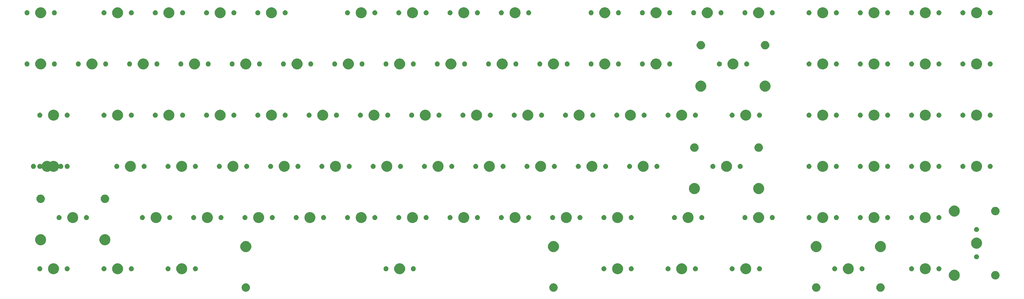
<source format=gts>
G04 #@! TF.GenerationSoftware,KiCad,Pcbnew,(5.1.4)-1*
G04 #@! TF.CreationDate,2021-12-17T17:06:35-08:00*
G04 #@! TF.ProjectId,JKP,4a4b502e-6b69-4636-9164-5f7063625858,rev?*
G04 #@! TF.SameCoordinates,Original*
G04 #@! TF.FileFunction,Soldermask,Top*
G04 #@! TF.FilePolarity,Negative*
%FSLAX46Y46*%
G04 Gerber Fmt 4.6, Leading zero omitted, Abs format (unit mm)*
G04 Created by KiCad (PCBNEW (5.1.4)-1) date 2021-12-17 17:06:35*
%MOMM*%
%LPD*%
G04 APERTURE LIST*
%ADD10C,0.100000*%
G04 APERTURE END LIST*
D10*
G36*
X312434911Y-100720526D02*
G01*
X312553637Y-100769704D01*
X312721541Y-100839252D01*
X312721542Y-100839253D01*
X312979504Y-101011617D01*
X313198883Y-101230996D01*
X313314053Y-101403361D01*
X313371248Y-101488959D01*
X313489974Y-101775590D01*
X313550500Y-102079875D01*
X313550500Y-102390125D01*
X313489974Y-102694410D01*
X313371248Y-102981041D01*
X313371247Y-102981042D01*
X313198883Y-103239004D01*
X312979504Y-103458383D01*
X312807139Y-103573553D01*
X312721541Y-103630748D01*
X312553637Y-103700296D01*
X312434911Y-103749474D01*
X312282767Y-103779737D01*
X312130625Y-103810000D01*
X311820375Y-103810000D01*
X311668233Y-103779737D01*
X311516089Y-103749474D01*
X311397363Y-103700296D01*
X311229459Y-103630748D01*
X311143861Y-103573553D01*
X310971496Y-103458383D01*
X310752117Y-103239004D01*
X310579753Y-102981042D01*
X310579752Y-102981041D01*
X310461026Y-102694410D01*
X310400500Y-102390125D01*
X310400500Y-102079875D01*
X310461026Y-101775590D01*
X310579752Y-101488959D01*
X310636947Y-101403361D01*
X310752117Y-101230996D01*
X310971496Y-101011617D01*
X311229458Y-100839253D01*
X311229459Y-100839252D01*
X311397363Y-100769704D01*
X311516089Y-100720526D01*
X311820375Y-100660000D01*
X312130625Y-100660000D01*
X312434911Y-100720526D01*
X312434911Y-100720526D01*
G37*
G36*
X190959411Y-100720526D02*
G01*
X191078137Y-100769704D01*
X191246041Y-100839252D01*
X191246042Y-100839253D01*
X191504004Y-101011617D01*
X191723383Y-101230996D01*
X191838553Y-101403361D01*
X191895748Y-101488959D01*
X192014474Y-101775590D01*
X192075000Y-102079875D01*
X192075000Y-102390125D01*
X192014474Y-102694410D01*
X191895748Y-102981041D01*
X191895747Y-102981042D01*
X191723383Y-103239004D01*
X191504004Y-103458383D01*
X191331639Y-103573553D01*
X191246041Y-103630748D01*
X191078137Y-103700296D01*
X190959411Y-103749474D01*
X190807267Y-103779737D01*
X190655125Y-103810000D01*
X190344875Y-103810000D01*
X190192733Y-103779737D01*
X190040589Y-103749474D01*
X189921863Y-103700296D01*
X189753959Y-103630748D01*
X189668361Y-103573553D01*
X189495996Y-103458383D01*
X189276617Y-103239004D01*
X189104253Y-102981042D01*
X189104252Y-102981041D01*
X188985526Y-102694410D01*
X188925000Y-102390125D01*
X188925000Y-102079875D01*
X188985526Y-101775590D01*
X189104252Y-101488959D01*
X189161447Y-101403361D01*
X189276617Y-101230996D01*
X189495996Y-101011617D01*
X189753958Y-100839253D01*
X189753959Y-100839252D01*
X189921863Y-100769704D01*
X190040589Y-100720526D01*
X190344875Y-100660000D01*
X190655125Y-100660000D01*
X190959411Y-100720526D01*
X190959411Y-100720526D01*
G37*
G36*
X76659411Y-100720526D02*
G01*
X76778137Y-100769704D01*
X76946041Y-100839252D01*
X76946042Y-100839253D01*
X77204004Y-101011617D01*
X77423383Y-101230996D01*
X77538553Y-101403361D01*
X77595748Y-101488959D01*
X77714474Y-101775590D01*
X77775000Y-102079875D01*
X77775000Y-102390125D01*
X77714474Y-102694410D01*
X77595748Y-102981041D01*
X77595747Y-102981042D01*
X77423383Y-103239004D01*
X77204004Y-103458383D01*
X77031639Y-103573553D01*
X76946041Y-103630748D01*
X76778137Y-103700296D01*
X76659411Y-103749474D01*
X76507267Y-103779737D01*
X76355125Y-103810000D01*
X76044875Y-103810000D01*
X75892733Y-103779737D01*
X75740589Y-103749474D01*
X75621863Y-103700296D01*
X75453959Y-103630748D01*
X75368361Y-103573553D01*
X75195996Y-103458383D01*
X74976617Y-103239004D01*
X74804253Y-102981042D01*
X74804252Y-102981041D01*
X74685526Y-102694410D01*
X74625000Y-102390125D01*
X74625000Y-102079875D01*
X74685526Y-101775590D01*
X74804252Y-101488959D01*
X74861447Y-101403361D01*
X74976617Y-101230996D01*
X75195996Y-101011617D01*
X75453958Y-100839253D01*
X75453959Y-100839252D01*
X75621863Y-100769704D01*
X75740589Y-100720526D01*
X76044875Y-100660000D01*
X76355125Y-100660000D01*
X76659411Y-100720526D01*
X76659411Y-100720526D01*
G37*
G36*
X288558911Y-100720526D02*
G01*
X288677637Y-100769704D01*
X288845541Y-100839252D01*
X288845542Y-100839253D01*
X289103504Y-101011617D01*
X289322883Y-101230996D01*
X289438053Y-101403361D01*
X289495248Y-101488959D01*
X289613974Y-101775590D01*
X289674500Y-102079875D01*
X289674500Y-102390125D01*
X289613974Y-102694410D01*
X289495248Y-102981041D01*
X289495247Y-102981042D01*
X289322883Y-103239004D01*
X289103504Y-103458383D01*
X288931139Y-103573553D01*
X288845541Y-103630748D01*
X288677637Y-103700296D01*
X288558911Y-103749474D01*
X288406767Y-103779737D01*
X288254625Y-103810000D01*
X287944375Y-103810000D01*
X287792233Y-103779737D01*
X287640089Y-103749474D01*
X287521363Y-103700296D01*
X287353459Y-103630748D01*
X287267861Y-103573553D01*
X287095496Y-103458383D01*
X286876117Y-103239004D01*
X286703753Y-102981042D01*
X286703752Y-102981041D01*
X286585026Y-102694410D01*
X286524500Y-102390125D01*
X286524500Y-102079875D01*
X286585026Y-101775590D01*
X286703752Y-101488959D01*
X286760947Y-101403361D01*
X286876117Y-101230996D01*
X287095496Y-101011617D01*
X287353458Y-100839253D01*
X287353459Y-100839252D01*
X287521363Y-100769704D01*
X287640089Y-100720526D01*
X287944375Y-100660000D01*
X288254625Y-100660000D01*
X288558911Y-100720526D01*
X288558911Y-100720526D01*
G37*
G36*
X340003974Y-95696684D02*
G01*
X340221974Y-95786983D01*
X340376123Y-95850833D01*
X340711048Y-96074623D01*
X340995877Y-96359452D01*
X341219667Y-96694377D01*
X341219667Y-96694378D01*
X341373816Y-97066526D01*
X341452400Y-97461594D01*
X341452400Y-97864406D01*
X341373816Y-98259474D01*
X341311863Y-98409041D01*
X341219667Y-98631623D01*
X340995877Y-98966548D01*
X340711048Y-99251377D01*
X340376123Y-99475167D01*
X340221974Y-99539017D01*
X340003974Y-99629316D01*
X339608906Y-99707900D01*
X339206094Y-99707900D01*
X338811026Y-99629316D01*
X338593026Y-99539017D01*
X338438877Y-99475167D01*
X338103952Y-99251377D01*
X337819123Y-98966548D01*
X337595333Y-98631623D01*
X337503137Y-98409041D01*
X337441184Y-98259474D01*
X337362600Y-97864406D01*
X337362600Y-97461594D01*
X337441184Y-97066526D01*
X337595333Y-96694378D01*
X337595333Y-96694377D01*
X337819123Y-96359452D01*
X338103952Y-96074623D01*
X338438877Y-95850833D01*
X338593026Y-95786983D01*
X338811026Y-95696684D01*
X339206094Y-95618100D01*
X339608906Y-95618100D01*
X340003974Y-95696684D01*
X340003974Y-95696684D01*
G37*
G36*
X354954767Y-96118263D02*
G01*
X355106911Y-96148526D01*
X355225637Y-96197704D01*
X355393541Y-96267252D01*
X355393542Y-96267253D01*
X355651504Y-96439617D01*
X355870883Y-96658996D01*
X355894524Y-96694378D01*
X356043248Y-96916959D01*
X356103395Y-97062167D01*
X356161974Y-97203589D01*
X356180137Y-97294900D01*
X356222500Y-97507875D01*
X356222500Y-97818125D01*
X356161974Y-98122410D01*
X356043248Y-98409041D01*
X356043247Y-98409042D01*
X355870883Y-98667004D01*
X355651504Y-98886383D01*
X355531528Y-98966548D01*
X355393541Y-99058748D01*
X355225637Y-99128296D01*
X355106911Y-99177474D01*
X354954767Y-99207737D01*
X354802625Y-99238000D01*
X354492375Y-99238000D01*
X354340233Y-99207737D01*
X354188089Y-99177474D01*
X354069363Y-99128296D01*
X353901459Y-99058748D01*
X353763472Y-98966548D01*
X353643496Y-98886383D01*
X353424117Y-98667004D01*
X353251753Y-98409042D01*
X353251752Y-98409041D01*
X353133026Y-98122410D01*
X353072500Y-97818125D01*
X353072500Y-97507875D01*
X353114863Y-97294900D01*
X353133026Y-97203589D01*
X353191605Y-97062167D01*
X353251752Y-96916959D01*
X353400476Y-96694378D01*
X353424117Y-96658996D01*
X353643496Y-96439617D01*
X353901458Y-96267253D01*
X353901459Y-96267252D01*
X354069363Y-96197704D01*
X354188089Y-96148526D01*
X354492375Y-96088000D01*
X354802625Y-96088000D01*
X354954767Y-96118263D01*
X354954767Y-96118263D01*
G37*
G36*
X52983974Y-93283684D02*
G01*
X53201974Y-93373983D01*
X53356123Y-93437833D01*
X53691048Y-93661623D01*
X53975877Y-93946452D01*
X54199667Y-94281377D01*
X54232062Y-94359586D01*
X54353816Y-94653526D01*
X54432400Y-95048594D01*
X54432400Y-95451406D01*
X54353816Y-95846474D01*
X54302951Y-95969272D01*
X54199667Y-96218623D01*
X53975877Y-96553548D01*
X53691048Y-96838377D01*
X53356123Y-97062167D01*
X53201974Y-97126017D01*
X52983974Y-97216316D01*
X52588906Y-97294900D01*
X52186094Y-97294900D01*
X51791026Y-97216316D01*
X51573026Y-97126017D01*
X51418877Y-97062167D01*
X51083952Y-96838377D01*
X50799123Y-96553548D01*
X50575333Y-96218623D01*
X50472049Y-95969272D01*
X50421184Y-95846474D01*
X50342600Y-95451406D01*
X50342600Y-95048594D01*
X50421184Y-94653526D01*
X50542938Y-94359586D01*
X50575333Y-94281377D01*
X50799123Y-93946452D01*
X51083952Y-93661623D01*
X51418877Y-93437833D01*
X51573026Y-93373983D01*
X51791026Y-93283684D01*
X52186094Y-93205100D01*
X52588906Y-93205100D01*
X52983974Y-93283684D01*
X52983974Y-93283684D01*
G37*
G36*
X262533974Y-93283684D02*
G01*
X262751974Y-93373983D01*
X262906123Y-93437833D01*
X263241048Y-93661623D01*
X263525877Y-93946452D01*
X263749667Y-94281377D01*
X263782062Y-94359586D01*
X263903816Y-94653526D01*
X263982400Y-95048594D01*
X263982400Y-95451406D01*
X263903816Y-95846474D01*
X263852951Y-95969272D01*
X263749667Y-96218623D01*
X263525877Y-96553548D01*
X263241048Y-96838377D01*
X262906123Y-97062167D01*
X262751974Y-97126017D01*
X262533974Y-97216316D01*
X262138906Y-97294900D01*
X261736094Y-97294900D01*
X261341026Y-97216316D01*
X261123026Y-97126017D01*
X260968877Y-97062167D01*
X260633952Y-96838377D01*
X260349123Y-96553548D01*
X260125333Y-96218623D01*
X260022049Y-95969272D01*
X259971184Y-95846474D01*
X259892600Y-95451406D01*
X259892600Y-95048594D01*
X259971184Y-94653526D01*
X260092938Y-94359586D01*
X260125333Y-94281377D01*
X260349123Y-93946452D01*
X260633952Y-93661623D01*
X260968877Y-93437833D01*
X261123026Y-93373983D01*
X261341026Y-93283684D01*
X261736094Y-93205100D01*
X262138906Y-93205100D01*
X262533974Y-93283684D01*
X262533974Y-93283684D01*
G37*
G36*
X214908974Y-93283684D02*
G01*
X215126974Y-93373983D01*
X215281123Y-93437833D01*
X215616048Y-93661623D01*
X215900877Y-93946452D01*
X216124667Y-94281377D01*
X216157062Y-94359586D01*
X216278816Y-94653526D01*
X216357400Y-95048594D01*
X216357400Y-95451406D01*
X216278816Y-95846474D01*
X216227951Y-95969272D01*
X216124667Y-96218623D01*
X215900877Y-96553548D01*
X215616048Y-96838377D01*
X215281123Y-97062167D01*
X215126974Y-97126017D01*
X214908974Y-97216316D01*
X214513906Y-97294900D01*
X214111094Y-97294900D01*
X213716026Y-97216316D01*
X213498026Y-97126017D01*
X213343877Y-97062167D01*
X213008952Y-96838377D01*
X212724123Y-96553548D01*
X212500333Y-96218623D01*
X212397049Y-95969272D01*
X212346184Y-95846474D01*
X212267600Y-95451406D01*
X212267600Y-95048594D01*
X212346184Y-94653526D01*
X212467938Y-94359586D01*
X212500333Y-94281377D01*
X212724123Y-93946452D01*
X213008952Y-93661623D01*
X213343877Y-93437833D01*
X213498026Y-93373983D01*
X213716026Y-93283684D01*
X214111094Y-93205100D01*
X214513906Y-93205100D01*
X214908974Y-93283684D01*
X214908974Y-93283684D01*
G37*
G36*
X5358974Y-93283684D02*
G01*
X5576974Y-93373983D01*
X5731123Y-93437833D01*
X6066048Y-93661623D01*
X6350877Y-93946452D01*
X6574667Y-94281377D01*
X6607062Y-94359586D01*
X6728816Y-94653526D01*
X6807400Y-95048594D01*
X6807400Y-95451406D01*
X6728816Y-95846474D01*
X6677951Y-95969272D01*
X6574667Y-96218623D01*
X6350877Y-96553548D01*
X6066048Y-96838377D01*
X5731123Y-97062167D01*
X5576974Y-97126017D01*
X5358974Y-97216316D01*
X4963906Y-97294900D01*
X4561094Y-97294900D01*
X4166026Y-97216316D01*
X3948026Y-97126017D01*
X3793877Y-97062167D01*
X3458952Y-96838377D01*
X3174123Y-96553548D01*
X2950333Y-96218623D01*
X2847049Y-95969272D01*
X2796184Y-95846474D01*
X2717600Y-95451406D01*
X2717600Y-95048594D01*
X2796184Y-94653526D01*
X2917938Y-94359586D01*
X2950333Y-94281377D01*
X3174123Y-93946452D01*
X3458952Y-93661623D01*
X3793877Y-93437833D01*
X3948026Y-93373983D01*
X4166026Y-93283684D01*
X4561094Y-93205100D01*
X4963906Y-93205100D01*
X5358974Y-93283684D01*
X5358974Y-93283684D01*
G37*
G36*
X329208974Y-93283684D02*
G01*
X329426974Y-93373983D01*
X329581123Y-93437833D01*
X329916048Y-93661623D01*
X330200877Y-93946452D01*
X330424667Y-94281377D01*
X330457062Y-94359586D01*
X330578816Y-94653526D01*
X330657400Y-95048594D01*
X330657400Y-95451406D01*
X330578816Y-95846474D01*
X330527951Y-95969272D01*
X330424667Y-96218623D01*
X330200877Y-96553548D01*
X329916048Y-96838377D01*
X329581123Y-97062167D01*
X329426974Y-97126017D01*
X329208974Y-97216316D01*
X328813906Y-97294900D01*
X328411094Y-97294900D01*
X328016026Y-97216316D01*
X327798026Y-97126017D01*
X327643877Y-97062167D01*
X327308952Y-96838377D01*
X327024123Y-96553548D01*
X326800333Y-96218623D01*
X326697049Y-95969272D01*
X326646184Y-95846474D01*
X326567600Y-95451406D01*
X326567600Y-95048594D01*
X326646184Y-94653526D01*
X326767938Y-94359586D01*
X326800333Y-94281377D01*
X327024123Y-93946452D01*
X327308952Y-93661623D01*
X327643877Y-93437833D01*
X327798026Y-93373983D01*
X328016026Y-93283684D01*
X328411094Y-93205100D01*
X328813906Y-93205100D01*
X329208974Y-93283684D01*
X329208974Y-93283684D01*
G37*
G36*
X29171474Y-93283684D02*
G01*
X29389474Y-93373983D01*
X29543623Y-93437833D01*
X29878548Y-93661623D01*
X30163377Y-93946452D01*
X30387167Y-94281377D01*
X30419562Y-94359586D01*
X30541316Y-94653526D01*
X30619900Y-95048594D01*
X30619900Y-95451406D01*
X30541316Y-95846474D01*
X30490451Y-95969272D01*
X30387167Y-96218623D01*
X30163377Y-96553548D01*
X29878548Y-96838377D01*
X29543623Y-97062167D01*
X29389474Y-97126017D01*
X29171474Y-97216316D01*
X28776406Y-97294900D01*
X28373594Y-97294900D01*
X27978526Y-97216316D01*
X27760526Y-97126017D01*
X27606377Y-97062167D01*
X27271452Y-96838377D01*
X26986623Y-96553548D01*
X26762833Y-96218623D01*
X26659549Y-95969272D01*
X26608684Y-95846474D01*
X26530100Y-95451406D01*
X26530100Y-95048594D01*
X26608684Y-94653526D01*
X26730438Y-94359586D01*
X26762833Y-94281377D01*
X26986623Y-93946452D01*
X27271452Y-93661623D01*
X27606377Y-93437833D01*
X27760526Y-93373983D01*
X27978526Y-93283684D01*
X28373594Y-93205100D01*
X28776406Y-93205100D01*
X29171474Y-93283684D01*
X29171474Y-93283684D01*
G37*
G36*
X238721474Y-93283684D02*
G01*
X238939474Y-93373983D01*
X239093623Y-93437833D01*
X239428548Y-93661623D01*
X239713377Y-93946452D01*
X239937167Y-94281377D01*
X239969562Y-94359586D01*
X240091316Y-94653526D01*
X240169900Y-95048594D01*
X240169900Y-95451406D01*
X240091316Y-95846474D01*
X240040451Y-95969272D01*
X239937167Y-96218623D01*
X239713377Y-96553548D01*
X239428548Y-96838377D01*
X239093623Y-97062167D01*
X238939474Y-97126017D01*
X238721474Y-97216316D01*
X238326406Y-97294900D01*
X237923594Y-97294900D01*
X237528526Y-97216316D01*
X237310526Y-97126017D01*
X237156377Y-97062167D01*
X236821452Y-96838377D01*
X236536623Y-96553548D01*
X236312833Y-96218623D01*
X236209549Y-95969272D01*
X236158684Y-95846474D01*
X236080100Y-95451406D01*
X236080100Y-95048594D01*
X236158684Y-94653526D01*
X236280438Y-94359586D01*
X236312833Y-94281377D01*
X236536623Y-93946452D01*
X236821452Y-93661623D01*
X237156377Y-93437833D01*
X237310526Y-93373983D01*
X237528526Y-93283684D01*
X237923594Y-93205100D01*
X238326406Y-93205100D01*
X238721474Y-93283684D01*
X238721474Y-93283684D01*
G37*
G36*
X133946474Y-93283684D02*
G01*
X134164474Y-93373983D01*
X134318623Y-93437833D01*
X134653548Y-93661623D01*
X134938377Y-93946452D01*
X135162167Y-94281377D01*
X135194562Y-94359586D01*
X135316316Y-94653526D01*
X135394900Y-95048594D01*
X135394900Y-95451406D01*
X135316316Y-95846474D01*
X135265451Y-95969272D01*
X135162167Y-96218623D01*
X134938377Y-96553548D01*
X134653548Y-96838377D01*
X134318623Y-97062167D01*
X134164474Y-97126017D01*
X133946474Y-97216316D01*
X133551406Y-97294900D01*
X133148594Y-97294900D01*
X132753526Y-97216316D01*
X132535526Y-97126017D01*
X132381377Y-97062167D01*
X132046452Y-96838377D01*
X131761623Y-96553548D01*
X131537833Y-96218623D01*
X131434549Y-95969272D01*
X131383684Y-95846474D01*
X131305100Y-95451406D01*
X131305100Y-95048594D01*
X131383684Y-94653526D01*
X131505438Y-94359586D01*
X131537833Y-94281377D01*
X131761623Y-93946452D01*
X132046452Y-93661623D01*
X132381377Y-93437833D01*
X132535526Y-93373983D01*
X132753526Y-93283684D01*
X133148594Y-93205100D01*
X133551406Y-93205100D01*
X133946474Y-93283684D01*
X133946474Y-93283684D01*
G37*
G36*
X300633974Y-93283684D02*
G01*
X300851974Y-93373983D01*
X301006123Y-93437833D01*
X301341048Y-93661623D01*
X301625877Y-93946452D01*
X301849667Y-94281377D01*
X301882062Y-94359586D01*
X302003816Y-94653526D01*
X302082400Y-95048594D01*
X302082400Y-95451406D01*
X302003816Y-95846474D01*
X301952951Y-95969272D01*
X301849667Y-96218623D01*
X301625877Y-96553548D01*
X301341048Y-96838377D01*
X301006123Y-97062167D01*
X300851974Y-97126017D01*
X300633974Y-97216316D01*
X300238906Y-97294900D01*
X299836094Y-97294900D01*
X299441026Y-97216316D01*
X299223026Y-97126017D01*
X299068877Y-97062167D01*
X298733952Y-96838377D01*
X298449123Y-96553548D01*
X298225333Y-96218623D01*
X298122049Y-95969272D01*
X298071184Y-95846474D01*
X297992600Y-95451406D01*
X297992600Y-95048594D01*
X298071184Y-94653526D01*
X298192938Y-94359586D01*
X298225333Y-94281377D01*
X298449123Y-93946452D01*
X298733952Y-93661623D01*
X299068877Y-93437833D01*
X299223026Y-93373983D01*
X299441026Y-93283684D01*
X299836094Y-93205100D01*
X300238906Y-93205100D01*
X300633974Y-93283684D01*
X300633974Y-93283684D01*
G37*
G36*
X267287604Y-94359585D02*
G01*
X267456126Y-94429389D01*
X267607791Y-94530728D01*
X267736772Y-94659709D01*
X267838111Y-94811374D01*
X267907915Y-94979896D01*
X267943500Y-95158797D01*
X267943500Y-95341203D01*
X267907915Y-95520104D01*
X267838111Y-95688626D01*
X267736772Y-95840291D01*
X267607791Y-95969272D01*
X267456126Y-96070611D01*
X267287604Y-96140415D01*
X267108703Y-96176000D01*
X266926297Y-96176000D01*
X266747396Y-96140415D01*
X266578874Y-96070611D01*
X266427209Y-95969272D01*
X266298228Y-95840291D01*
X266196889Y-95688626D01*
X266127085Y-95520104D01*
X266091500Y-95341203D01*
X266091500Y-95158797D01*
X266127085Y-94979896D01*
X266196889Y-94811374D01*
X266298228Y-94659709D01*
X266427209Y-94530728D01*
X266578874Y-94429389D01*
X266747396Y-94359585D01*
X266926297Y-94324000D01*
X267108703Y-94324000D01*
X267287604Y-94359585D01*
X267287604Y-94359585D01*
G37*
G36*
X138700104Y-94359585D02*
G01*
X138868626Y-94429389D01*
X139020291Y-94530728D01*
X139149272Y-94659709D01*
X139250611Y-94811374D01*
X139320415Y-94979896D01*
X139356000Y-95158797D01*
X139356000Y-95341203D01*
X139320415Y-95520104D01*
X139250611Y-95688626D01*
X139149272Y-95840291D01*
X139020291Y-95969272D01*
X138868626Y-96070611D01*
X138700104Y-96140415D01*
X138521203Y-96176000D01*
X138338797Y-96176000D01*
X138159896Y-96140415D01*
X137991374Y-96070611D01*
X137839709Y-95969272D01*
X137710728Y-95840291D01*
X137609389Y-95688626D01*
X137539585Y-95520104D01*
X137504000Y-95341203D01*
X137504000Y-95158797D01*
X137539585Y-94979896D01*
X137609389Y-94811374D01*
X137710728Y-94659709D01*
X137839709Y-94530728D01*
X137991374Y-94429389D01*
X138159896Y-94359585D01*
X138338797Y-94324000D01*
X138521203Y-94324000D01*
X138700104Y-94359585D01*
X138700104Y-94359585D01*
G37*
G36*
X128540104Y-94359585D02*
G01*
X128708626Y-94429389D01*
X128860291Y-94530728D01*
X128989272Y-94659709D01*
X129090611Y-94811374D01*
X129160415Y-94979896D01*
X129196000Y-95158797D01*
X129196000Y-95341203D01*
X129160415Y-95520104D01*
X129090611Y-95688626D01*
X128989272Y-95840291D01*
X128860291Y-95969272D01*
X128708626Y-96070611D01*
X128540104Y-96140415D01*
X128361203Y-96176000D01*
X128178797Y-96176000D01*
X127999896Y-96140415D01*
X127831374Y-96070611D01*
X127679709Y-95969272D01*
X127550728Y-95840291D01*
X127449389Y-95688626D01*
X127379585Y-95520104D01*
X127344000Y-95341203D01*
X127344000Y-95158797D01*
X127379585Y-94979896D01*
X127449389Y-94811374D01*
X127550728Y-94659709D01*
X127679709Y-94530728D01*
X127831374Y-94429389D01*
X127999896Y-94359585D01*
X128178797Y-94324000D01*
X128361203Y-94324000D01*
X128540104Y-94359585D01*
X128540104Y-94359585D01*
G37*
G36*
X233315104Y-94359585D02*
G01*
X233483626Y-94429389D01*
X233635291Y-94530728D01*
X233764272Y-94659709D01*
X233865611Y-94811374D01*
X233935415Y-94979896D01*
X233971000Y-95158797D01*
X233971000Y-95341203D01*
X233935415Y-95520104D01*
X233865611Y-95688626D01*
X233764272Y-95840291D01*
X233635291Y-95969272D01*
X233483626Y-96070611D01*
X233315104Y-96140415D01*
X233136203Y-96176000D01*
X232953797Y-96176000D01*
X232774896Y-96140415D01*
X232606374Y-96070611D01*
X232454709Y-95969272D01*
X232325728Y-95840291D01*
X232224389Y-95688626D01*
X232154585Y-95520104D01*
X232119000Y-95341203D01*
X232119000Y-95158797D01*
X232154585Y-94979896D01*
X232224389Y-94811374D01*
X232325728Y-94659709D01*
X232454709Y-94530728D01*
X232606374Y-94429389D01*
X232774896Y-94359585D01*
X232953797Y-94324000D01*
X233136203Y-94324000D01*
X233315104Y-94359585D01*
X233315104Y-94359585D01*
G37*
G36*
X23765104Y-94359585D02*
G01*
X23933626Y-94429389D01*
X24085291Y-94530728D01*
X24214272Y-94659709D01*
X24315611Y-94811374D01*
X24385415Y-94979896D01*
X24421000Y-95158797D01*
X24421000Y-95341203D01*
X24385415Y-95520104D01*
X24315611Y-95688626D01*
X24214272Y-95840291D01*
X24085291Y-95969272D01*
X23933626Y-96070611D01*
X23765104Y-96140415D01*
X23586203Y-96176000D01*
X23403797Y-96176000D01*
X23224896Y-96140415D01*
X23056374Y-96070611D01*
X22904709Y-95969272D01*
X22775728Y-95840291D01*
X22674389Y-95688626D01*
X22604585Y-95520104D01*
X22569000Y-95341203D01*
X22569000Y-95158797D01*
X22604585Y-94979896D01*
X22674389Y-94811374D01*
X22775728Y-94659709D01*
X22904709Y-94530728D01*
X23056374Y-94429389D01*
X23224896Y-94359585D01*
X23403797Y-94324000D01*
X23586203Y-94324000D01*
X23765104Y-94359585D01*
X23765104Y-94359585D01*
G37*
G36*
X33925104Y-94359585D02*
G01*
X34093626Y-94429389D01*
X34245291Y-94530728D01*
X34374272Y-94659709D01*
X34475611Y-94811374D01*
X34545415Y-94979896D01*
X34581000Y-95158797D01*
X34581000Y-95341203D01*
X34545415Y-95520104D01*
X34475611Y-95688626D01*
X34374272Y-95840291D01*
X34245291Y-95969272D01*
X34093626Y-96070611D01*
X33925104Y-96140415D01*
X33746203Y-96176000D01*
X33563797Y-96176000D01*
X33384896Y-96140415D01*
X33216374Y-96070611D01*
X33064709Y-95969272D01*
X32935728Y-95840291D01*
X32834389Y-95688626D01*
X32764585Y-95520104D01*
X32729000Y-95341203D01*
X32729000Y-95158797D01*
X32764585Y-94979896D01*
X32834389Y-94811374D01*
X32935728Y-94659709D01*
X33064709Y-94530728D01*
X33216374Y-94429389D01*
X33384896Y-94359585D01*
X33563797Y-94324000D01*
X33746203Y-94324000D01*
X33925104Y-94359585D01*
X33925104Y-94359585D01*
G37*
G36*
X10112604Y-94359585D02*
G01*
X10281126Y-94429389D01*
X10432791Y-94530728D01*
X10561772Y-94659709D01*
X10663111Y-94811374D01*
X10732915Y-94979896D01*
X10768500Y-95158797D01*
X10768500Y-95341203D01*
X10732915Y-95520104D01*
X10663111Y-95688626D01*
X10561772Y-95840291D01*
X10432791Y-95969272D01*
X10281126Y-96070611D01*
X10112604Y-96140415D01*
X9933703Y-96176000D01*
X9751297Y-96176000D01*
X9572396Y-96140415D01*
X9403874Y-96070611D01*
X9252209Y-95969272D01*
X9123228Y-95840291D01*
X9021889Y-95688626D01*
X8952085Y-95520104D01*
X8916500Y-95341203D01*
X8916500Y-95158797D01*
X8952085Y-94979896D01*
X9021889Y-94811374D01*
X9123228Y-94659709D01*
X9252209Y-94530728D01*
X9403874Y-94429389D01*
X9572396Y-94359585D01*
X9751297Y-94324000D01*
X9933703Y-94324000D01*
X10112604Y-94359585D01*
X10112604Y-94359585D01*
G37*
G36*
X-47396Y-94359585D02*
G01*
X121126Y-94429389D01*
X272791Y-94530728D01*
X401772Y-94659709D01*
X503111Y-94811374D01*
X572915Y-94979896D01*
X608500Y-95158797D01*
X608500Y-95341203D01*
X572915Y-95520104D01*
X503111Y-95688626D01*
X401772Y-95840291D01*
X272791Y-95969272D01*
X121126Y-96070611D01*
X-47396Y-96140415D01*
X-226297Y-96176000D01*
X-408703Y-96176000D01*
X-587604Y-96140415D01*
X-756126Y-96070611D01*
X-907791Y-95969272D01*
X-1036772Y-95840291D01*
X-1138111Y-95688626D01*
X-1207915Y-95520104D01*
X-1243500Y-95341203D01*
X-1243500Y-95158797D01*
X-1207915Y-94979896D01*
X-1138111Y-94811374D01*
X-1036772Y-94659709D01*
X-907791Y-94530728D01*
X-756126Y-94429389D01*
X-587604Y-94359585D01*
X-408703Y-94324000D01*
X-226297Y-94324000D01*
X-47396Y-94359585D01*
X-47396Y-94359585D01*
G37*
G36*
X57737604Y-94359585D02*
G01*
X57906126Y-94429389D01*
X58057791Y-94530728D01*
X58186772Y-94659709D01*
X58288111Y-94811374D01*
X58357915Y-94979896D01*
X58393500Y-95158797D01*
X58393500Y-95341203D01*
X58357915Y-95520104D01*
X58288111Y-95688626D01*
X58186772Y-95840291D01*
X58057791Y-95969272D01*
X57906126Y-96070611D01*
X57737604Y-96140415D01*
X57558703Y-96176000D01*
X57376297Y-96176000D01*
X57197396Y-96140415D01*
X57028874Y-96070611D01*
X56877209Y-95969272D01*
X56748228Y-95840291D01*
X56646889Y-95688626D01*
X56577085Y-95520104D01*
X56541500Y-95341203D01*
X56541500Y-95158797D01*
X56577085Y-94979896D01*
X56646889Y-94811374D01*
X56748228Y-94659709D01*
X56877209Y-94530728D01*
X57028874Y-94429389D01*
X57197396Y-94359585D01*
X57376297Y-94324000D01*
X57558703Y-94324000D01*
X57737604Y-94359585D01*
X57737604Y-94359585D01*
G37*
G36*
X47577604Y-94359585D02*
G01*
X47746126Y-94429389D01*
X47897791Y-94530728D01*
X48026772Y-94659709D01*
X48128111Y-94811374D01*
X48197915Y-94979896D01*
X48233500Y-95158797D01*
X48233500Y-95341203D01*
X48197915Y-95520104D01*
X48128111Y-95688626D01*
X48026772Y-95840291D01*
X47897791Y-95969272D01*
X47746126Y-96070611D01*
X47577604Y-96140415D01*
X47398703Y-96176000D01*
X47216297Y-96176000D01*
X47037396Y-96140415D01*
X46868874Y-96070611D01*
X46717209Y-95969272D01*
X46588228Y-95840291D01*
X46486889Y-95688626D01*
X46417085Y-95520104D01*
X46381500Y-95341203D01*
X46381500Y-95158797D01*
X46417085Y-94979896D01*
X46486889Y-94811374D01*
X46588228Y-94659709D01*
X46717209Y-94530728D01*
X46868874Y-94429389D01*
X47037396Y-94359585D01*
X47216297Y-94324000D01*
X47398703Y-94324000D01*
X47577604Y-94359585D01*
X47577604Y-94359585D01*
G37*
G36*
X333962604Y-94359585D02*
G01*
X334131126Y-94429389D01*
X334282791Y-94530728D01*
X334411772Y-94659709D01*
X334513111Y-94811374D01*
X334582915Y-94979896D01*
X334618500Y-95158797D01*
X334618500Y-95341203D01*
X334582915Y-95520104D01*
X334513111Y-95688626D01*
X334411772Y-95840291D01*
X334282791Y-95969272D01*
X334131126Y-96070611D01*
X333962604Y-96140415D01*
X333783703Y-96176000D01*
X333601297Y-96176000D01*
X333422396Y-96140415D01*
X333253874Y-96070611D01*
X333102209Y-95969272D01*
X332973228Y-95840291D01*
X332871889Y-95688626D01*
X332802085Y-95520104D01*
X332766500Y-95341203D01*
X332766500Y-95158797D01*
X332802085Y-94979896D01*
X332871889Y-94811374D01*
X332973228Y-94659709D01*
X333102209Y-94530728D01*
X333253874Y-94429389D01*
X333422396Y-94359585D01*
X333601297Y-94324000D01*
X333783703Y-94324000D01*
X333962604Y-94359585D01*
X333962604Y-94359585D01*
G37*
G36*
X209502604Y-94359585D02*
G01*
X209671126Y-94429389D01*
X209822791Y-94530728D01*
X209951772Y-94659709D01*
X210053111Y-94811374D01*
X210122915Y-94979896D01*
X210158500Y-95158797D01*
X210158500Y-95341203D01*
X210122915Y-95520104D01*
X210053111Y-95688626D01*
X209951772Y-95840291D01*
X209822791Y-95969272D01*
X209671126Y-96070611D01*
X209502604Y-96140415D01*
X209323703Y-96176000D01*
X209141297Y-96176000D01*
X208962396Y-96140415D01*
X208793874Y-96070611D01*
X208642209Y-95969272D01*
X208513228Y-95840291D01*
X208411889Y-95688626D01*
X208342085Y-95520104D01*
X208306500Y-95341203D01*
X208306500Y-95158797D01*
X208342085Y-94979896D01*
X208411889Y-94811374D01*
X208513228Y-94659709D01*
X208642209Y-94530728D01*
X208793874Y-94429389D01*
X208962396Y-94359585D01*
X209141297Y-94324000D01*
X209323703Y-94324000D01*
X209502604Y-94359585D01*
X209502604Y-94359585D01*
G37*
G36*
X243475104Y-94359585D02*
G01*
X243643626Y-94429389D01*
X243795291Y-94530728D01*
X243924272Y-94659709D01*
X244025611Y-94811374D01*
X244095415Y-94979896D01*
X244131000Y-95158797D01*
X244131000Y-95341203D01*
X244095415Y-95520104D01*
X244025611Y-95688626D01*
X243924272Y-95840291D01*
X243795291Y-95969272D01*
X243643626Y-96070611D01*
X243475104Y-96140415D01*
X243296203Y-96176000D01*
X243113797Y-96176000D01*
X242934896Y-96140415D01*
X242766374Y-96070611D01*
X242614709Y-95969272D01*
X242485728Y-95840291D01*
X242384389Y-95688626D01*
X242314585Y-95520104D01*
X242279000Y-95341203D01*
X242279000Y-95158797D01*
X242314585Y-94979896D01*
X242384389Y-94811374D01*
X242485728Y-94659709D01*
X242614709Y-94530728D01*
X242766374Y-94429389D01*
X242934896Y-94359585D01*
X243113797Y-94324000D01*
X243296203Y-94324000D01*
X243475104Y-94359585D01*
X243475104Y-94359585D01*
G37*
G36*
X323802604Y-94359585D02*
G01*
X323971126Y-94429389D01*
X324122791Y-94530728D01*
X324251772Y-94659709D01*
X324353111Y-94811374D01*
X324422915Y-94979896D01*
X324458500Y-95158797D01*
X324458500Y-95341203D01*
X324422915Y-95520104D01*
X324353111Y-95688626D01*
X324251772Y-95840291D01*
X324122791Y-95969272D01*
X323971126Y-96070611D01*
X323802604Y-96140415D01*
X323623703Y-96176000D01*
X323441297Y-96176000D01*
X323262396Y-96140415D01*
X323093874Y-96070611D01*
X322942209Y-95969272D01*
X322813228Y-95840291D01*
X322711889Y-95688626D01*
X322642085Y-95520104D01*
X322606500Y-95341203D01*
X322606500Y-95158797D01*
X322642085Y-94979896D01*
X322711889Y-94811374D01*
X322813228Y-94659709D01*
X322942209Y-94530728D01*
X323093874Y-94429389D01*
X323262396Y-94359585D01*
X323441297Y-94324000D01*
X323623703Y-94324000D01*
X323802604Y-94359585D01*
X323802604Y-94359585D01*
G37*
G36*
X219662604Y-94359585D02*
G01*
X219831126Y-94429389D01*
X219982791Y-94530728D01*
X220111772Y-94659709D01*
X220213111Y-94811374D01*
X220282915Y-94979896D01*
X220318500Y-95158797D01*
X220318500Y-95341203D01*
X220282915Y-95520104D01*
X220213111Y-95688626D01*
X220111772Y-95840291D01*
X219982791Y-95969272D01*
X219831126Y-96070611D01*
X219662604Y-96140415D01*
X219483703Y-96176000D01*
X219301297Y-96176000D01*
X219122396Y-96140415D01*
X218953874Y-96070611D01*
X218802209Y-95969272D01*
X218673228Y-95840291D01*
X218571889Y-95688626D01*
X218502085Y-95520104D01*
X218466500Y-95341203D01*
X218466500Y-95158797D01*
X218502085Y-94979896D01*
X218571889Y-94811374D01*
X218673228Y-94659709D01*
X218802209Y-94530728D01*
X218953874Y-94429389D01*
X219122396Y-94359585D01*
X219301297Y-94324000D01*
X219483703Y-94324000D01*
X219662604Y-94359585D01*
X219662604Y-94359585D01*
G37*
G36*
X257127604Y-94359585D02*
G01*
X257296126Y-94429389D01*
X257447791Y-94530728D01*
X257576772Y-94659709D01*
X257678111Y-94811374D01*
X257747915Y-94979896D01*
X257783500Y-95158797D01*
X257783500Y-95341203D01*
X257747915Y-95520104D01*
X257678111Y-95688626D01*
X257576772Y-95840291D01*
X257447791Y-95969272D01*
X257296126Y-96070611D01*
X257127604Y-96140415D01*
X256948703Y-96176000D01*
X256766297Y-96176000D01*
X256587396Y-96140415D01*
X256418874Y-96070611D01*
X256267209Y-95969272D01*
X256138228Y-95840291D01*
X256036889Y-95688626D01*
X255967085Y-95520104D01*
X255931500Y-95341203D01*
X255931500Y-95158797D01*
X255967085Y-94979896D01*
X256036889Y-94811374D01*
X256138228Y-94659709D01*
X256267209Y-94530728D01*
X256418874Y-94429389D01*
X256587396Y-94359585D01*
X256766297Y-94324000D01*
X256948703Y-94324000D01*
X257127604Y-94359585D01*
X257127604Y-94359585D01*
G37*
G36*
X305387604Y-94359585D02*
G01*
X305556126Y-94429389D01*
X305707791Y-94530728D01*
X305836772Y-94659709D01*
X305938111Y-94811374D01*
X306007915Y-94979896D01*
X306043500Y-95158797D01*
X306043500Y-95341203D01*
X306007915Y-95520104D01*
X305938111Y-95688626D01*
X305836772Y-95840291D01*
X305707791Y-95969272D01*
X305556126Y-96070611D01*
X305387604Y-96140415D01*
X305208703Y-96176000D01*
X305026297Y-96176000D01*
X304847396Y-96140415D01*
X304678874Y-96070611D01*
X304527209Y-95969272D01*
X304398228Y-95840291D01*
X304296889Y-95688626D01*
X304227085Y-95520104D01*
X304191500Y-95341203D01*
X304191500Y-95158797D01*
X304227085Y-94979896D01*
X304296889Y-94811374D01*
X304398228Y-94659709D01*
X304527209Y-94530728D01*
X304678874Y-94429389D01*
X304847396Y-94359585D01*
X305026297Y-94324000D01*
X305208703Y-94324000D01*
X305387604Y-94359585D01*
X305387604Y-94359585D01*
G37*
G36*
X295227604Y-94359585D02*
G01*
X295396126Y-94429389D01*
X295547791Y-94530728D01*
X295676772Y-94659709D01*
X295778111Y-94811374D01*
X295847915Y-94979896D01*
X295883500Y-95158797D01*
X295883500Y-95341203D01*
X295847915Y-95520104D01*
X295778111Y-95688626D01*
X295676772Y-95840291D01*
X295547791Y-95969272D01*
X295396126Y-96070611D01*
X295227604Y-96140415D01*
X295048703Y-96176000D01*
X294866297Y-96176000D01*
X294687396Y-96140415D01*
X294518874Y-96070611D01*
X294367209Y-95969272D01*
X294238228Y-95840291D01*
X294136889Y-95688626D01*
X294067085Y-95520104D01*
X294031500Y-95341203D01*
X294031500Y-95158797D01*
X294067085Y-94979896D01*
X294136889Y-94811374D01*
X294238228Y-94659709D01*
X294367209Y-94530728D01*
X294518874Y-94429389D01*
X294687396Y-94359585D01*
X294866297Y-94324000D01*
X295048703Y-94324000D01*
X295227604Y-94359585D01*
X295227604Y-94359585D01*
G37*
G36*
X347932604Y-89914585D02*
G01*
X348101126Y-89984389D01*
X348252791Y-90085728D01*
X348381772Y-90214709D01*
X348483111Y-90366374D01*
X348552915Y-90534896D01*
X348588500Y-90713797D01*
X348588500Y-90896203D01*
X348552915Y-91075104D01*
X348483111Y-91243626D01*
X348381772Y-91395291D01*
X348252791Y-91524272D01*
X348101126Y-91625611D01*
X347932604Y-91695415D01*
X347753703Y-91731000D01*
X347571297Y-91731000D01*
X347392396Y-91695415D01*
X347223874Y-91625611D01*
X347072209Y-91524272D01*
X346943228Y-91395291D01*
X346841889Y-91243626D01*
X346772085Y-91075104D01*
X346736500Y-90896203D01*
X346736500Y-90713797D01*
X346772085Y-90534896D01*
X346841889Y-90366374D01*
X346943228Y-90214709D01*
X347072209Y-90085728D01*
X347223874Y-89984389D01*
X347392396Y-89914585D01*
X347571297Y-89879000D01*
X347753703Y-89879000D01*
X347932604Y-89914585D01*
X347932604Y-89914585D01*
G37*
G36*
X288695974Y-85028684D02*
G01*
X288913974Y-85118983D01*
X289068123Y-85182833D01*
X289403048Y-85406623D01*
X289687877Y-85691452D01*
X289911667Y-86026377D01*
X289975517Y-86180526D01*
X290065816Y-86398526D01*
X290144400Y-86793594D01*
X290144400Y-87196406D01*
X290065816Y-87591474D01*
X290024460Y-87691315D01*
X289911667Y-87963623D01*
X289687877Y-88298548D01*
X289403048Y-88583377D01*
X289068123Y-88807167D01*
X288913974Y-88871017D01*
X288695974Y-88961316D01*
X288300906Y-89039900D01*
X287898094Y-89039900D01*
X287503026Y-88961316D01*
X287285026Y-88871017D01*
X287130877Y-88807167D01*
X286795952Y-88583377D01*
X286511123Y-88298548D01*
X286287333Y-87963623D01*
X286174540Y-87691315D01*
X286133184Y-87591474D01*
X286054600Y-87196406D01*
X286054600Y-86793594D01*
X286133184Y-86398526D01*
X286223483Y-86180526D01*
X286287333Y-86026377D01*
X286511123Y-85691452D01*
X286795952Y-85406623D01*
X287130877Y-85182833D01*
X287285026Y-85118983D01*
X287503026Y-85028684D01*
X287898094Y-84950100D01*
X288300906Y-84950100D01*
X288695974Y-85028684D01*
X288695974Y-85028684D01*
G37*
G36*
X312571974Y-85028684D02*
G01*
X312789974Y-85118983D01*
X312944123Y-85182833D01*
X313279048Y-85406623D01*
X313563877Y-85691452D01*
X313787667Y-86026377D01*
X313851517Y-86180526D01*
X313941816Y-86398526D01*
X314020400Y-86793594D01*
X314020400Y-87196406D01*
X313941816Y-87591474D01*
X313900460Y-87691315D01*
X313787667Y-87963623D01*
X313563877Y-88298548D01*
X313279048Y-88583377D01*
X312944123Y-88807167D01*
X312789974Y-88871017D01*
X312571974Y-88961316D01*
X312176906Y-89039900D01*
X311774094Y-89039900D01*
X311379026Y-88961316D01*
X311161026Y-88871017D01*
X311006877Y-88807167D01*
X310671952Y-88583377D01*
X310387123Y-88298548D01*
X310163333Y-87963623D01*
X310050540Y-87691315D01*
X310009184Y-87591474D01*
X309930600Y-87196406D01*
X309930600Y-86793594D01*
X310009184Y-86398526D01*
X310099483Y-86180526D01*
X310163333Y-86026377D01*
X310387123Y-85691452D01*
X310671952Y-85406623D01*
X311006877Y-85182833D01*
X311161026Y-85118983D01*
X311379026Y-85028684D01*
X311774094Y-84950100D01*
X312176906Y-84950100D01*
X312571974Y-85028684D01*
X312571974Y-85028684D01*
G37*
G36*
X191096474Y-85028684D02*
G01*
X191314474Y-85118983D01*
X191468623Y-85182833D01*
X191803548Y-85406623D01*
X192088377Y-85691452D01*
X192312167Y-86026377D01*
X192376017Y-86180526D01*
X192466316Y-86398526D01*
X192544900Y-86793594D01*
X192544900Y-87196406D01*
X192466316Y-87591474D01*
X192424960Y-87691315D01*
X192312167Y-87963623D01*
X192088377Y-88298548D01*
X191803548Y-88583377D01*
X191468623Y-88807167D01*
X191314474Y-88871017D01*
X191096474Y-88961316D01*
X190701406Y-89039900D01*
X190298594Y-89039900D01*
X189903526Y-88961316D01*
X189685526Y-88871017D01*
X189531377Y-88807167D01*
X189196452Y-88583377D01*
X188911623Y-88298548D01*
X188687833Y-87963623D01*
X188575040Y-87691315D01*
X188533684Y-87591474D01*
X188455100Y-87196406D01*
X188455100Y-86793594D01*
X188533684Y-86398526D01*
X188623983Y-86180526D01*
X188687833Y-86026377D01*
X188911623Y-85691452D01*
X189196452Y-85406623D01*
X189531377Y-85182833D01*
X189685526Y-85118983D01*
X189903526Y-85028684D01*
X190298594Y-84950100D01*
X190701406Y-84950100D01*
X191096474Y-85028684D01*
X191096474Y-85028684D01*
G37*
G36*
X76796474Y-85028684D02*
G01*
X77014474Y-85118983D01*
X77168623Y-85182833D01*
X77503548Y-85406623D01*
X77788377Y-85691452D01*
X78012167Y-86026377D01*
X78076017Y-86180526D01*
X78166316Y-86398526D01*
X78244900Y-86793594D01*
X78244900Y-87196406D01*
X78166316Y-87591474D01*
X78124960Y-87691315D01*
X78012167Y-87963623D01*
X77788377Y-88298548D01*
X77503548Y-88583377D01*
X77168623Y-88807167D01*
X77014474Y-88871017D01*
X76796474Y-88961316D01*
X76401406Y-89039900D01*
X75998594Y-89039900D01*
X75603526Y-88961316D01*
X75385526Y-88871017D01*
X75231377Y-88807167D01*
X74896452Y-88583377D01*
X74611623Y-88298548D01*
X74387833Y-87963623D01*
X74275040Y-87691315D01*
X74233684Y-87591474D01*
X74155100Y-87196406D01*
X74155100Y-86793594D01*
X74233684Y-86398526D01*
X74323983Y-86180526D01*
X74387833Y-86026377D01*
X74611623Y-85691452D01*
X74896452Y-85406623D01*
X75231377Y-85182833D01*
X75385526Y-85118983D01*
X75603526Y-85028684D01*
X75998594Y-84950100D01*
X76401406Y-84950100D01*
X76796474Y-85028684D01*
X76796474Y-85028684D01*
G37*
G36*
X348258974Y-83758684D02*
G01*
X348476974Y-83848983D01*
X348631123Y-83912833D01*
X348966048Y-84136623D01*
X349250877Y-84421452D01*
X349474667Y-84756377D01*
X349474667Y-84756378D01*
X349628816Y-85128526D01*
X349707400Y-85523594D01*
X349707400Y-85926406D01*
X349628816Y-86321474D01*
X349596900Y-86398525D01*
X349474667Y-86693623D01*
X349250877Y-87028548D01*
X348966048Y-87313377D01*
X348631123Y-87537167D01*
X348500014Y-87591474D01*
X348258974Y-87691316D01*
X347863906Y-87769900D01*
X347461094Y-87769900D01*
X347066026Y-87691316D01*
X346824986Y-87591474D01*
X346693877Y-87537167D01*
X346358952Y-87313377D01*
X346074123Y-87028548D01*
X345850333Y-86693623D01*
X345728100Y-86398525D01*
X345696184Y-86321474D01*
X345617600Y-85926406D01*
X345617600Y-85523594D01*
X345696184Y-85128526D01*
X345850333Y-84756378D01*
X345850333Y-84756377D01*
X346074123Y-84421452D01*
X346358952Y-84136623D01*
X346693877Y-83912833D01*
X346848026Y-83848983D01*
X347066026Y-83758684D01*
X347461094Y-83680100D01*
X347863906Y-83680100D01*
X348258974Y-83758684D01*
X348258974Y-83758684D01*
G37*
G36*
X564724Y-82488684D02*
G01*
X782724Y-82578983D01*
X936873Y-82642833D01*
X1271798Y-82866623D01*
X1556627Y-83151452D01*
X1780417Y-83486377D01*
X1780417Y-83486378D01*
X1934566Y-83858526D01*
X2013150Y-84253594D01*
X2013150Y-84656406D01*
X1934566Y-85051474D01*
X1902650Y-85128525D01*
X1780417Y-85423623D01*
X1556627Y-85758548D01*
X1271798Y-86043377D01*
X936873Y-86267167D01*
X805764Y-86321474D01*
X564724Y-86421316D01*
X169656Y-86499900D01*
X-233156Y-86499900D01*
X-628224Y-86421316D01*
X-869264Y-86321474D01*
X-1000373Y-86267167D01*
X-1335298Y-86043377D01*
X-1620127Y-85758548D01*
X-1843917Y-85423623D01*
X-1966150Y-85128525D01*
X-1998066Y-85051474D01*
X-2076650Y-84656406D01*
X-2076650Y-84253594D01*
X-1998066Y-83858526D01*
X-1843917Y-83486378D01*
X-1843917Y-83486377D01*
X-1620127Y-83151452D01*
X-1335298Y-82866623D01*
X-1000373Y-82642833D01*
X-846224Y-82578983D01*
X-628224Y-82488684D01*
X-233156Y-82410100D01*
X169656Y-82410100D01*
X564724Y-82488684D01*
X564724Y-82488684D01*
G37*
G36*
X24440724Y-82488684D02*
G01*
X24658724Y-82578983D01*
X24812873Y-82642833D01*
X25147798Y-82866623D01*
X25432627Y-83151452D01*
X25656417Y-83486377D01*
X25656417Y-83486378D01*
X25810566Y-83858526D01*
X25889150Y-84253594D01*
X25889150Y-84656406D01*
X25810566Y-85051474D01*
X25778650Y-85128525D01*
X25656417Y-85423623D01*
X25432627Y-85758548D01*
X25147798Y-86043377D01*
X24812873Y-86267167D01*
X24681764Y-86321474D01*
X24440724Y-86421316D01*
X24045656Y-86499900D01*
X23642844Y-86499900D01*
X23247776Y-86421316D01*
X23006736Y-86321474D01*
X22875627Y-86267167D01*
X22540702Y-86043377D01*
X22255873Y-85758548D01*
X22032083Y-85423623D01*
X21909850Y-85128525D01*
X21877934Y-85051474D01*
X21799350Y-84656406D01*
X21799350Y-84253594D01*
X21877934Y-83858526D01*
X22032083Y-83486378D01*
X22032083Y-83486377D01*
X22255873Y-83151452D01*
X22540702Y-82866623D01*
X22875627Y-82642833D01*
X23029776Y-82578983D01*
X23247776Y-82488684D01*
X23642844Y-82410100D01*
X24045656Y-82410100D01*
X24440724Y-82488684D01*
X24440724Y-82488684D01*
G37*
G36*
X347932604Y-79754585D02*
G01*
X348101126Y-79824389D01*
X348252791Y-79925728D01*
X348381772Y-80054709D01*
X348483111Y-80206374D01*
X348552915Y-80374896D01*
X348588500Y-80553797D01*
X348588500Y-80736203D01*
X348552915Y-80915104D01*
X348483111Y-81083626D01*
X348381772Y-81235291D01*
X348252791Y-81364272D01*
X348101126Y-81465611D01*
X347932604Y-81535415D01*
X347753703Y-81571000D01*
X347571297Y-81571000D01*
X347392396Y-81535415D01*
X347223874Y-81465611D01*
X347072209Y-81364272D01*
X346943228Y-81235291D01*
X346841889Y-81083626D01*
X346772085Y-80915104D01*
X346736500Y-80736203D01*
X346736500Y-80553797D01*
X346772085Y-80374896D01*
X346841889Y-80206374D01*
X346943228Y-80054709D01*
X347072209Y-79925728D01*
X347223874Y-79824389D01*
X347392396Y-79754585D01*
X347571297Y-79719000D01*
X347753703Y-79719000D01*
X347932604Y-79754585D01*
X347932604Y-79754585D01*
G37*
G36*
X62508974Y-74233684D02*
G01*
X62726974Y-74323983D01*
X62881123Y-74387833D01*
X63216048Y-74611623D01*
X63500877Y-74896452D01*
X63724667Y-75231377D01*
X63784313Y-75375377D01*
X63878816Y-75603526D01*
X63957400Y-75998594D01*
X63957400Y-76401406D01*
X63878816Y-76796474D01*
X63827951Y-76919272D01*
X63724667Y-77168623D01*
X63500877Y-77503548D01*
X63216048Y-77788377D01*
X62881123Y-78012167D01*
X62726974Y-78076017D01*
X62508974Y-78166316D01*
X62113906Y-78244900D01*
X61711094Y-78244900D01*
X61316026Y-78166316D01*
X61098026Y-78076017D01*
X60943877Y-78012167D01*
X60608952Y-77788377D01*
X60324123Y-77503548D01*
X60100333Y-77168623D01*
X59997049Y-76919272D01*
X59946184Y-76796474D01*
X59867600Y-76401406D01*
X59867600Y-75998594D01*
X59946184Y-75603526D01*
X60040687Y-75375377D01*
X60100333Y-75231377D01*
X60324123Y-74896452D01*
X60608952Y-74611623D01*
X60943877Y-74387833D01*
X61098026Y-74323983D01*
X61316026Y-74233684D01*
X61711094Y-74155100D01*
X62113906Y-74155100D01*
X62508974Y-74233684D01*
X62508974Y-74233684D01*
G37*
G36*
X138708974Y-74233684D02*
G01*
X138926974Y-74323983D01*
X139081123Y-74387833D01*
X139416048Y-74611623D01*
X139700877Y-74896452D01*
X139924667Y-75231377D01*
X139984313Y-75375377D01*
X140078816Y-75603526D01*
X140157400Y-75998594D01*
X140157400Y-76401406D01*
X140078816Y-76796474D01*
X140027951Y-76919272D01*
X139924667Y-77168623D01*
X139700877Y-77503548D01*
X139416048Y-77788377D01*
X139081123Y-78012167D01*
X138926974Y-78076017D01*
X138708974Y-78166316D01*
X138313906Y-78244900D01*
X137911094Y-78244900D01*
X137516026Y-78166316D01*
X137298026Y-78076017D01*
X137143877Y-78012167D01*
X136808952Y-77788377D01*
X136524123Y-77503548D01*
X136300333Y-77168623D01*
X136197049Y-76919272D01*
X136146184Y-76796474D01*
X136067600Y-76401406D01*
X136067600Y-75998594D01*
X136146184Y-75603526D01*
X136240687Y-75375377D01*
X136300333Y-75231377D01*
X136524123Y-74896452D01*
X136808952Y-74611623D01*
X137143877Y-74387833D01*
X137298026Y-74323983D01*
X137516026Y-74233684D01*
X137911094Y-74155100D01*
X138313906Y-74155100D01*
X138708974Y-74233684D01*
X138708974Y-74233684D01*
G37*
G36*
X157758974Y-74233684D02*
G01*
X157976974Y-74323983D01*
X158131123Y-74387833D01*
X158466048Y-74611623D01*
X158750877Y-74896452D01*
X158974667Y-75231377D01*
X159034313Y-75375377D01*
X159128816Y-75603526D01*
X159207400Y-75998594D01*
X159207400Y-76401406D01*
X159128816Y-76796474D01*
X159077951Y-76919272D01*
X158974667Y-77168623D01*
X158750877Y-77503548D01*
X158466048Y-77788377D01*
X158131123Y-78012167D01*
X157976974Y-78076017D01*
X157758974Y-78166316D01*
X157363906Y-78244900D01*
X156961094Y-78244900D01*
X156566026Y-78166316D01*
X156348026Y-78076017D01*
X156193877Y-78012167D01*
X155858952Y-77788377D01*
X155574123Y-77503548D01*
X155350333Y-77168623D01*
X155247049Y-76919272D01*
X155196184Y-76796474D01*
X155117600Y-76401406D01*
X155117600Y-75998594D01*
X155196184Y-75603526D01*
X155290687Y-75375377D01*
X155350333Y-75231377D01*
X155574123Y-74896452D01*
X155858952Y-74611623D01*
X156193877Y-74387833D01*
X156348026Y-74323983D01*
X156566026Y-74233684D01*
X156961094Y-74155100D01*
X157363906Y-74155100D01*
X157758974Y-74233684D01*
X157758974Y-74233684D01*
G37*
G36*
X176808974Y-74233684D02*
G01*
X177026974Y-74323983D01*
X177181123Y-74387833D01*
X177516048Y-74611623D01*
X177800877Y-74896452D01*
X178024667Y-75231377D01*
X178084313Y-75375377D01*
X178178816Y-75603526D01*
X178257400Y-75998594D01*
X178257400Y-76401406D01*
X178178816Y-76796474D01*
X178127951Y-76919272D01*
X178024667Y-77168623D01*
X177800877Y-77503548D01*
X177516048Y-77788377D01*
X177181123Y-78012167D01*
X177026974Y-78076017D01*
X176808974Y-78166316D01*
X176413906Y-78244900D01*
X176011094Y-78244900D01*
X175616026Y-78166316D01*
X175398026Y-78076017D01*
X175243877Y-78012167D01*
X174908952Y-77788377D01*
X174624123Y-77503548D01*
X174400333Y-77168623D01*
X174297049Y-76919272D01*
X174246184Y-76796474D01*
X174167600Y-76401406D01*
X174167600Y-75998594D01*
X174246184Y-75603526D01*
X174340687Y-75375377D01*
X174400333Y-75231377D01*
X174624123Y-74896452D01*
X174908952Y-74611623D01*
X175243877Y-74387833D01*
X175398026Y-74323983D01*
X175616026Y-74233684D01*
X176011094Y-74155100D01*
X176413906Y-74155100D01*
X176808974Y-74233684D01*
X176808974Y-74233684D01*
G37*
G36*
X119658974Y-74233684D02*
G01*
X119876974Y-74323983D01*
X120031123Y-74387833D01*
X120366048Y-74611623D01*
X120650877Y-74896452D01*
X120874667Y-75231377D01*
X120934313Y-75375377D01*
X121028816Y-75603526D01*
X121107400Y-75998594D01*
X121107400Y-76401406D01*
X121028816Y-76796474D01*
X120977951Y-76919272D01*
X120874667Y-77168623D01*
X120650877Y-77503548D01*
X120366048Y-77788377D01*
X120031123Y-78012167D01*
X119876974Y-78076017D01*
X119658974Y-78166316D01*
X119263906Y-78244900D01*
X118861094Y-78244900D01*
X118466026Y-78166316D01*
X118248026Y-78076017D01*
X118093877Y-78012167D01*
X117758952Y-77788377D01*
X117474123Y-77503548D01*
X117250333Y-77168623D01*
X117147049Y-76919272D01*
X117096184Y-76796474D01*
X117017600Y-76401406D01*
X117017600Y-75998594D01*
X117096184Y-75603526D01*
X117190687Y-75375377D01*
X117250333Y-75231377D01*
X117474123Y-74896452D01*
X117758952Y-74611623D01*
X118093877Y-74387833D01*
X118248026Y-74323983D01*
X118466026Y-74233684D01*
X118861094Y-74155100D01*
X119263906Y-74155100D01*
X119658974Y-74233684D01*
X119658974Y-74233684D01*
G37*
G36*
X100608974Y-74233684D02*
G01*
X100826974Y-74323983D01*
X100981123Y-74387833D01*
X101316048Y-74611623D01*
X101600877Y-74896452D01*
X101824667Y-75231377D01*
X101884313Y-75375377D01*
X101978816Y-75603526D01*
X102057400Y-75998594D01*
X102057400Y-76401406D01*
X101978816Y-76796474D01*
X101927951Y-76919272D01*
X101824667Y-77168623D01*
X101600877Y-77503548D01*
X101316048Y-77788377D01*
X100981123Y-78012167D01*
X100826974Y-78076017D01*
X100608974Y-78166316D01*
X100213906Y-78244900D01*
X99811094Y-78244900D01*
X99416026Y-78166316D01*
X99198026Y-78076017D01*
X99043877Y-78012167D01*
X98708952Y-77788377D01*
X98424123Y-77503548D01*
X98200333Y-77168623D01*
X98097049Y-76919272D01*
X98046184Y-76796474D01*
X97967600Y-76401406D01*
X97967600Y-75998594D01*
X98046184Y-75603526D01*
X98140687Y-75375377D01*
X98200333Y-75231377D01*
X98424123Y-74896452D01*
X98708952Y-74611623D01*
X99043877Y-74387833D01*
X99198026Y-74323983D01*
X99416026Y-74233684D01*
X99811094Y-74155100D01*
X100213906Y-74155100D01*
X100608974Y-74233684D01*
X100608974Y-74233684D01*
G37*
G36*
X12502724Y-74233684D02*
G01*
X12720724Y-74323983D01*
X12874873Y-74387833D01*
X13209798Y-74611623D01*
X13494627Y-74896452D01*
X13718417Y-75231377D01*
X13778063Y-75375377D01*
X13872566Y-75603526D01*
X13951150Y-75998594D01*
X13951150Y-76401406D01*
X13872566Y-76796474D01*
X13821701Y-76919272D01*
X13718417Y-77168623D01*
X13494627Y-77503548D01*
X13209798Y-77788377D01*
X12874873Y-78012167D01*
X12720724Y-78076017D01*
X12502724Y-78166316D01*
X12107656Y-78244900D01*
X11704844Y-78244900D01*
X11309776Y-78166316D01*
X11091776Y-78076017D01*
X10937627Y-78012167D01*
X10602702Y-77788377D01*
X10317873Y-77503548D01*
X10094083Y-77168623D01*
X9990799Y-76919272D01*
X9939934Y-76796474D01*
X9861350Y-76401406D01*
X9861350Y-75998594D01*
X9939934Y-75603526D01*
X10034437Y-75375377D01*
X10094083Y-75231377D01*
X10317873Y-74896452D01*
X10602702Y-74611623D01*
X10937627Y-74387833D01*
X11091776Y-74323983D01*
X11309776Y-74233684D01*
X11704844Y-74155100D01*
X12107656Y-74155100D01*
X12502724Y-74233684D01*
X12502724Y-74233684D01*
G37*
G36*
X81558974Y-74233684D02*
G01*
X81776974Y-74323983D01*
X81931123Y-74387833D01*
X82266048Y-74611623D01*
X82550877Y-74896452D01*
X82774667Y-75231377D01*
X82834313Y-75375377D01*
X82928816Y-75603526D01*
X83007400Y-75998594D01*
X83007400Y-76401406D01*
X82928816Y-76796474D01*
X82877951Y-76919272D01*
X82774667Y-77168623D01*
X82550877Y-77503548D01*
X82266048Y-77788377D01*
X81931123Y-78012167D01*
X81776974Y-78076017D01*
X81558974Y-78166316D01*
X81163906Y-78244900D01*
X80761094Y-78244900D01*
X80366026Y-78166316D01*
X80148026Y-78076017D01*
X79993877Y-78012167D01*
X79658952Y-77788377D01*
X79374123Y-77503548D01*
X79150333Y-77168623D01*
X79047049Y-76919272D01*
X78996184Y-76796474D01*
X78917600Y-76401406D01*
X78917600Y-75998594D01*
X78996184Y-75603526D01*
X79090687Y-75375377D01*
X79150333Y-75231377D01*
X79374123Y-74896452D01*
X79658952Y-74611623D01*
X79993877Y-74387833D01*
X80148026Y-74323983D01*
X80366026Y-74233684D01*
X80761094Y-74155100D01*
X81163906Y-74155100D01*
X81558974Y-74233684D01*
X81558974Y-74233684D01*
G37*
G36*
X329208974Y-74233684D02*
G01*
X329426974Y-74323983D01*
X329581123Y-74387833D01*
X329916048Y-74611623D01*
X330200877Y-74896452D01*
X330424667Y-75231377D01*
X330484313Y-75375377D01*
X330578816Y-75603526D01*
X330657400Y-75998594D01*
X330657400Y-76401406D01*
X330578816Y-76796474D01*
X330527951Y-76919272D01*
X330424667Y-77168623D01*
X330200877Y-77503548D01*
X329916048Y-77788377D01*
X329581123Y-78012167D01*
X329426974Y-78076017D01*
X329208974Y-78166316D01*
X328813906Y-78244900D01*
X328411094Y-78244900D01*
X328016026Y-78166316D01*
X327798026Y-78076017D01*
X327643877Y-78012167D01*
X327308952Y-77788377D01*
X327024123Y-77503548D01*
X326800333Y-77168623D01*
X326697049Y-76919272D01*
X326646184Y-76796474D01*
X326567600Y-76401406D01*
X326567600Y-75998594D01*
X326646184Y-75603526D01*
X326740687Y-75375377D01*
X326800333Y-75231377D01*
X327024123Y-74896452D01*
X327308952Y-74611623D01*
X327643877Y-74387833D01*
X327798026Y-74323983D01*
X328016026Y-74233684D01*
X328411094Y-74155100D01*
X328813906Y-74155100D01*
X329208974Y-74233684D01*
X329208974Y-74233684D01*
G37*
G36*
X310158974Y-74233684D02*
G01*
X310376974Y-74323983D01*
X310531123Y-74387833D01*
X310866048Y-74611623D01*
X311150877Y-74896452D01*
X311374667Y-75231377D01*
X311434313Y-75375377D01*
X311528816Y-75603526D01*
X311607400Y-75998594D01*
X311607400Y-76401406D01*
X311528816Y-76796474D01*
X311477951Y-76919272D01*
X311374667Y-77168623D01*
X311150877Y-77503548D01*
X310866048Y-77788377D01*
X310531123Y-78012167D01*
X310376974Y-78076017D01*
X310158974Y-78166316D01*
X309763906Y-78244900D01*
X309361094Y-78244900D01*
X308966026Y-78166316D01*
X308748026Y-78076017D01*
X308593877Y-78012167D01*
X308258952Y-77788377D01*
X307974123Y-77503548D01*
X307750333Y-77168623D01*
X307647049Y-76919272D01*
X307596184Y-76796474D01*
X307517600Y-76401406D01*
X307517600Y-75998594D01*
X307596184Y-75603526D01*
X307690687Y-75375377D01*
X307750333Y-75231377D01*
X307974123Y-74896452D01*
X308258952Y-74611623D01*
X308593877Y-74387833D01*
X308748026Y-74323983D01*
X308966026Y-74233684D01*
X309361094Y-74155100D01*
X309763906Y-74155100D01*
X310158974Y-74233684D01*
X310158974Y-74233684D01*
G37*
G36*
X291108974Y-74233684D02*
G01*
X291326974Y-74323983D01*
X291481123Y-74387833D01*
X291816048Y-74611623D01*
X292100877Y-74896452D01*
X292324667Y-75231377D01*
X292384313Y-75375377D01*
X292478816Y-75603526D01*
X292557400Y-75998594D01*
X292557400Y-76401406D01*
X292478816Y-76796474D01*
X292427951Y-76919272D01*
X292324667Y-77168623D01*
X292100877Y-77503548D01*
X291816048Y-77788377D01*
X291481123Y-78012167D01*
X291326974Y-78076017D01*
X291108974Y-78166316D01*
X290713906Y-78244900D01*
X290311094Y-78244900D01*
X289916026Y-78166316D01*
X289698026Y-78076017D01*
X289543877Y-78012167D01*
X289208952Y-77788377D01*
X288924123Y-77503548D01*
X288700333Y-77168623D01*
X288597049Y-76919272D01*
X288546184Y-76796474D01*
X288467600Y-76401406D01*
X288467600Y-75998594D01*
X288546184Y-75603526D01*
X288640687Y-75375377D01*
X288700333Y-75231377D01*
X288924123Y-74896452D01*
X289208952Y-74611623D01*
X289543877Y-74387833D01*
X289698026Y-74323983D01*
X289916026Y-74233684D01*
X290311094Y-74155100D01*
X290713906Y-74155100D01*
X291108974Y-74233684D01*
X291108974Y-74233684D01*
G37*
G36*
X267296474Y-74233684D02*
G01*
X267514474Y-74323983D01*
X267668623Y-74387833D01*
X268003548Y-74611623D01*
X268288377Y-74896452D01*
X268512167Y-75231377D01*
X268571813Y-75375377D01*
X268666316Y-75603526D01*
X268744900Y-75998594D01*
X268744900Y-76401406D01*
X268666316Y-76796474D01*
X268615451Y-76919272D01*
X268512167Y-77168623D01*
X268288377Y-77503548D01*
X268003548Y-77788377D01*
X267668623Y-78012167D01*
X267514474Y-78076017D01*
X267296474Y-78166316D01*
X266901406Y-78244900D01*
X266498594Y-78244900D01*
X266103526Y-78166316D01*
X265885526Y-78076017D01*
X265731377Y-78012167D01*
X265396452Y-77788377D01*
X265111623Y-77503548D01*
X264887833Y-77168623D01*
X264784549Y-76919272D01*
X264733684Y-76796474D01*
X264655100Y-76401406D01*
X264655100Y-75998594D01*
X264733684Y-75603526D01*
X264828187Y-75375377D01*
X264887833Y-75231377D01*
X265111623Y-74896452D01*
X265396452Y-74611623D01*
X265731377Y-74387833D01*
X265885526Y-74323983D01*
X266103526Y-74233684D01*
X266498594Y-74155100D01*
X266901406Y-74155100D01*
X267296474Y-74233684D01*
X267296474Y-74233684D01*
G37*
G36*
X241102724Y-74233684D02*
G01*
X241320724Y-74323983D01*
X241474873Y-74387833D01*
X241809798Y-74611623D01*
X242094627Y-74896452D01*
X242318417Y-75231377D01*
X242378063Y-75375377D01*
X242472566Y-75603526D01*
X242551150Y-75998594D01*
X242551150Y-76401406D01*
X242472566Y-76796474D01*
X242421701Y-76919272D01*
X242318417Y-77168623D01*
X242094627Y-77503548D01*
X241809798Y-77788377D01*
X241474873Y-78012167D01*
X241320724Y-78076017D01*
X241102724Y-78166316D01*
X240707656Y-78244900D01*
X240304844Y-78244900D01*
X239909776Y-78166316D01*
X239691776Y-78076017D01*
X239537627Y-78012167D01*
X239202702Y-77788377D01*
X238917873Y-77503548D01*
X238694083Y-77168623D01*
X238590799Y-76919272D01*
X238539934Y-76796474D01*
X238461350Y-76401406D01*
X238461350Y-75998594D01*
X238539934Y-75603526D01*
X238634437Y-75375377D01*
X238694083Y-75231377D01*
X238917873Y-74896452D01*
X239202702Y-74611623D01*
X239537627Y-74387833D01*
X239691776Y-74323983D01*
X239909776Y-74233684D01*
X240304844Y-74155100D01*
X240707656Y-74155100D01*
X241102724Y-74233684D01*
X241102724Y-74233684D01*
G37*
G36*
X214908974Y-74233684D02*
G01*
X215126974Y-74323983D01*
X215281123Y-74387833D01*
X215616048Y-74611623D01*
X215900877Y-74896452D01*
X216124667Y-75231377D01*
X216184313Y-75375377D01*
X216278816Y-75603526D01*
X216357400Y-75998594D01*
X216357400Y-76401406D01*
X216278816Y-76796474D01*
X216227951Y-76919272D01*
X216124667Y-77168623D01*
X215900877Y-77503548D01*
X215616048Y-77788377D01*
X215281123Y-78012167D01*
X215126974Y-78076017D01*
X214908974Y-78166316D01*
X214513906Y-78244900D01*
X214111094Y-78244900D01*
X213716026Y-78166316D01*
X213498026Y-78076017D01*
X213343877Y-78012167D01*
X213008952Y-77788377D01*
X212724123Y-77503548D01*
X212500333Y-77168623D01*
X212397049Y-76919272D01*
X212346184Y-76796474D01*
X212267600Y-76401406D01*
X212267600Y-75998594D01*
X212346184Y-75603526D01*
X212440687Y-75375377D01*
X212500333Y-75231377D01*
X212724123Y-74896452D01*
X213008952Y-74611623D01*
X213343877Y-74387833D01*
X213498026Y-74323983D01*
X213716026Y-74233684D01*
X214111094Y-74155100D01*
X214513906Y-74155100D01*
X214908974Y-74233684D01*
X214908974Y-74233684D01*
G37*
G36*
X195858974Y-74233684D02*
G01*
X196076974Y-74323983D01*
X196231123Y-74387833D01*
X196566048Y-74611623D01*
X196850877Y-74896452D01*
X197074667Y-75231377D01*
X197134313Y-75375377D01*
X197228816Y-75603526D01*
X197307400Y-75998594D01*
X197307400Y-76401406D01*
X197228816Y-76796474D01*
X197177951Y-76919272D01*
X197074667Y-77168623D01*
X196850877Y-77503548D01*
X196566048Y-77788377D01*
X196231123Y-78012167D01*
X196076974Y-78076017D01*
X195858974Y-78166316D01*
X195463906Y-78244900D01*
X195061094Y-78244900D01*
X194666026Y-78166316D01*
X194448026Y-78076017D01*
X194293877Y-78012167D01*
X193958952Y-77788377D01*
X193674123Y-77503548D01*
X193450333Y-77168623D01*
X193347049Y-76919272D01*
X193296184Y-76796474D01*
X193217600Y-76401406D01*
X193217600Y-75998594D01*
X193296184Y-75603526D01*
X193390687Y-75375377D01*
X193450333Y-75231377D01*
X193674123Y-74896452D01*
X193958952Y-74611623D01*
X194293877Y-74387833D01*
X194448026Y-74323983D01*
X194666026Y-74233684D01*
X195061094Y-74155100D01*
X195463906Y-74155100D01*
X195858974Y-74233684D01*
X195858974Y-74233684D01*
G37*
G36*
X43458974Y-74233684D02*
G01*
X43676974Y-74323983D01*
X43831123Y-74387833D01*
X44166048Y-74611623D01*
X44450877Y-74896452D01*
X44674667Y-75231377D01*
X44734313Y-75375377D01*
X44828816Y-75603526D01*
X44907400Y-75998594D01*
X44907400Y-76401406D01*
X44828816Y-76796474D01*
X44777951Y-76919272D01*
X44674667Y-77168623D01*
X44450877Y-77503548D01*
X44166048Y-77788377D01*
X43831123Y-78012167D01*
X43676974Y-78076017D01*
X43458974Y-78166316D01*
X43063906Y-78244900D01*
X42661094Y-78244900D01*
X42266026Y-78166316D01*
X42048026Y-78076017D01*
X41893877Y-78012167D01*
X41558952Y-77788377D01*
X41274123Y-77503548D01*
X41050333Y-77168623D01*
X40947049Y-76919272D01*
X40896184Y-76796474D01*
X40817600Y-76401406D01*
X40817600Y-75998594D01*
X40896184Y-75603526D01*
X40990687Y-75375377D01*
X41050333Y-75231377D01*
X41274123Y-74896452D01*
X41558952Y-74611623D01*
X41893877Y-74387833D01*
X42048026Y-74323983D01*
X42266026Y-74233684D01*
X42661094Y-74155100D01*
X43063906Y-74155100D01*
X43458974Y-74233684D01*
X43458974Y-74233684D01*
G37*
G36*
X333962604Y-75309585D02*
G01*
X334131126Y-75379389D01*
X334282791Y-75480728D01*
X334411772Y-75609709D01*
X334513111Y-75761374D01*
X334582915Y-75929896D01*
X334618500Y-76108797D01*
X334618500Y-76291203D01*
X334582915Y-76470104D01*
X334513111Y-76638626D01*
X334411772Y-76790291D01*
X334282791Y-76919272D01*
X334131126Y-77020611D01*
X333962604Y-77090415D01*
X333783703Y-77126000D01*
X333601297Y-77126000D01*
X333422396Y-77090415D01*
X333253874Y-77020611D01*
X333102209Y-76919272D01*
X332973228Y-76790291D01*
X332871889Y-76638626D01*
X332802085Y-76470104D01*
X332766500Y-76291203D01*
X332766500Y-76108797D01*
X332802085Y-75929896D01*
X332871889Y-75761374D01*
X332973228Y-75609709D01*
X333102209Y-75480728D01*
X333253874Y-75379389D01*
X333422396Y-75309585D01*
X333601297Y-75274000D01*
X333783703Y-75274000D01*
X333962604Y-75309585D01*
X333962604Y-75309585D01*
G37*
G36*
X323802604Y-75309585D02*
G01*
X323971126Y-75379389D01*
X324122791Y-75480728D01*
X324251772Y-75609709D01*
X324353111Y-75761374D01*
X324422915Y-75929896D01*
X324458500Y-76108797D01*
X324458500Y-76291203D01*
X324422915Y-76470104D01*
X324353111Y-76638626D01*
X324251772Y-76790291D01*
X324122791Y-76919272D01*
X323971126Y-77020611D01*
X323802604Y-77090415D01*
X323623703Y-77126000D01*
X323441297Y-77126000D01*
X323262396Y-77090415D01*
X323093874Y-77020611D01*
X322942209Y-76919272D01*
X322813228Y-76790291D01*
X322711889Y-76638626D01*
X322642085Y-76470104D01*
X322606500Y-76291203D01*
X322606500Y-76108797D01*
X322642085Y-75929896D01*
X322711889Y-75761374D01*
X322813228Y-75609709D01*
X322942209Y-75480728D01*
X323093874Y-75379389D01*
X323262396Y-75309585D01*
X323441297Y-75274000D01*
X323623703Y-75274000D01*
X323802604Y-75309585D01*
X323802604Y-75309585D01*
G37*
G36*
X314912604Y-75309585D02*
G01*
X315081126Y-75379389D01*
X315232791Y-75480728D01*
X315361772Y-75609709D01*
X315463111Y-75761374D01*
X315532915Y-75929896D01*
X315568500Y-76108797D01*
X315568500Y-76291203D01*
X315532915Y-76470104D01*
X315463111Y-76638626D01*
X315361772Y-76790291D01*
X315232791Y-76919272D01*
X315081126Y-77020611D01*
X314912604Y-77090415D01*
X314733703Y-77126000D01*
X314551297Y-77126000D01*
X314372396Y-77090415D01*
X314203874Y-77020611D01*
X314052209Y-76919272D01*
X313923228Y-76790291D01*
X313821889Y-76638626D01*
X313752085Y-76470104D01*
X313716500Y-76291203D01*
X313716500Y-76108797D01*
X313752085Y-75929896D01*
X313821889Y-75761374D01*
X313923228Y-75609709D01*
X314052209Y-75480728D01*
X314203874Y-75379389D01*
X314372396Y-75309585D01*
X314551297Y-75274000D01*
X314733703Y-75274000D01*
X314912604Y-75309585D01*
X314912604Y-75309585D01*
G37*
G36*
X143462604Y-75309585D02*
G01*
X143631126Y-75379389D01*
X143782791Y-75480728D01*
X143911772Y-75609709D01*
X144013111Y-75761374D01*
X144082915Y-75929896D01*
X144118500Y-76108797D01*
X144118500Y-76291203D01*
X144082915Y-76470104D01*
X144013111Y-76638626D01*
X143911772Y-76790291D01*
X143782791Y-76919272D01*
X143631126Y-77020611D01*
X143462604Y-77090415D01*
X143283703Y-77126000D01*
X143101297Y-77126000D01*
X142922396Y-77090415D01*
X142753874Y-77020611D01*
X142602209Y-76919272D01*
X142473228Y-76790291D01*
X142371889Y-76638626D01*
X142302085Y-76470104D01*
X142266500Y-76291203D01*
X142266500Y-76108797D01*
X142302085Y-75929896D01*
X142371889Y-75761374D01*
X142473228Y-75609709D01*
X142602209Y-75480728D01*
X142753874Y-75379389D01*
X142922396Y-75309585D01*
X143101297Y-75274000D01*
X143283703Y-75274000D01*
X143462604Y-75309585D01*
X143462604Y-75309585D01*
G37*
G36*
X133302604Y-75309585D02*
G01*
X133471126Y-75379389D01*
X133622791Y-75480728D01*
X133751772Y-75609709D01*
X133853111Y-75761374D01*
X133922915Y-75929896D01*
X133958500Y-76108797D01*
X133958500Y-76291203D01*
X133922915Y-76470104D01*
X133853111Y-76638626D01*
X133751772Y-76790291D01*
X133622791Y-76919272D01*
X133471126Y-77020611D01*
X133302604Y-77090415D01*
X133123703Y-77126000D01*
X132941297Y-77126000D01*
X132762396Y-77090415D01*
X132593874Y-77020611D01*
X132442209Y-76919272D01*
X132313228Y-76790291D01*
X132211889Y-76638626D01*
X132142085Y-76470104D01*
X132106500Y-76291203D01*
X132106500Y-76108797D01*
X132142085Y-75929896D01*
X132211889Y-75761374D01*
X132313228Y-75609709D01*
X132442209Y-75480728D01*
X132593874Y-75379389D01*
X132762396Y-75309585D01*
X132941297Y-75274000D01*
X133123703Y-75274000D01*
X133302604Y-75309585D01*
X133302604Y-75309585D01*
G37*
G36*
X105362604Y-75309585D02*
G01*
X105531126Y-75379389D01*
X105682791Y-75480728D01*
X105811772Y-75609709D01*
X105913111Y-75761374D01*
X105982915Y-75929896D01*
X106018500Y-76108797D01*
X106018500Y-76291203D01*
X105982915Y-76470104D01*
X105913111Y-76638626D01*
X105811772Y-76790291D01*
X105682791Y-76919272D01*
X105531126Y-77020611D01*
X105362604Y-77090415D01*
X105183703Y-77126000D01*
X105001297Y-77126000D01*
X104822396Y-77090415D01*
X104653874Y-77020611D01*
X104502209Y-76919272D01*
X104373228Y-76790291D01*
X104271889Y-76638626D01*
X104202085Y-76470104D01*
X104166500Y-76291203D01*
X104166500Y-76108797D01*
X104202085Y-75929896D01*
X104271889Y-75761374D01*
X104373228Y-75609709D01*
X104502209Y-75480728D01*
X104653874Y-75379389D01*
X104822396Y-75309585D01*
X105001297Y-75274000D01*
X105183703Y-75274000D01*
X105362604Y-75309585D01*
X105362604Y-75309585D01*
G37*
G36*
X304752604Y-75309585D02*
G01*
X304921126Y-75379389D01*
X305072791Y-75480728D01*
X305201772Y-75609709D01*
X305303111Y-75761374D01*
X305372915Y-75929896D01*
X305408500Y-76108797D01*
X305408500Y-76291203D01*
X305372915Y-76470104D01*
X305303111Y-76638626D01*
X305201772Y-76790291D01*
X305072791Y-76919272D01*
X304921126Y-77020611D01*
X304752604Y-77090415D01*
X304573703Y-77126000D01*
X304391297Y-77126000D01*
X304212396Y-77090415D01*
X304043874Y-77020611D01*
X303892209Y-76919272D01*
X303763228Y-76790291D01*
X303661889Y-76638626D01*
X303592085Y-76470104D01*
X303556500Y-76291203D01*
X303556500Y-76108797D01*
X303592085Y-75929896D01*
X303661889Y-75761374D01*
X303763228Y-75609709D01*
X303892209Y-75480728D01*
X304043874Y-75379389D01*
X304212396Y-75309585D01*
X304391297Y-75274000D01*
X304573703Y-75274000D01*
X304752604Y-75309585D01*
X304752604Y-75309585D01*
G37*
G36*
X95202604Y-75309585D02*
G01*
X95371126Y-75379389D01*
X95522791Y-75480728D01*
X95651772Y-75609709D01*
X95753111Y-75761374D01*
X95822915Y-75929896D01*
X95858500Y-76108797D01*
X95858500Y-76291203D01*
X95822915Y-76470104D01*
X95753111Y-76638626D01*
X95651772Y-76790291D01*
X95522791Y-76919272D01*
X95371126Y-77020611D01*
X95202604Y-77090415D01*
X95023703Y-77126000D01*
X94841297Y-77126000D01*
X94662396Y-77090415D01*
X94493874Y-77020611D01*
X94342209Y-76919272D01*
X94213228Y-76790291D01*
X94111889Y-76638626D01*
X94042085Y-76470104D01*
X94006500Y-76291203D01*
X94006500Y-76108797D01*
X94042085Y-75929896D01*
X94111889Y-75761374D01*
X94213228Y-75609709D01*
X94342209Y-75480728D01*
X94493874Y-75379389D01*
X94662396Y-75309585D01*
X94841297Y-75274000D01*
X95023703Y-75274000D01*
X95202604Y-75309585D01*
X95202604Y-75309585D01*
G37*
G36*
X162512604Y-75309585D02*
G01*
X162681126Y-75379389D01*
X162832791Y-75480728D01*
X162961772Y-75609709D01*
X163063111Y-75761374D01*
X163132915Y-75929896D01*
X163168500Y-76108797D01*
X163168500Y-76291203D01*
X163132915Y-76470104D01*
X163063111Y-76638626D01*
X162961772Y-76790291D01*
X162832791Y-76919272D01*
X162681126Y-77020611D01*
X162512604Y-77090415D01*
X162333703Y-77126000D01*
X162151297Y-77126000D01*
X161972396Y-77090415D01*
X161803874Y-77020611D01*
X161652209Y-76919272D01*
X161523228Y-76790291D01*
X161421889Y-76638626D01*
X161352085Y-76470104D01*
X161316500Y-76291203D01*
X161316500Y-76108797D01*
X161352085Y-75929896D01*
X161421889Y-75761374D01*
X161523228Y-75609709D01*
X161652209Y-75480728D01*
X161803874Y-75379389D01*
X161972396Y-75309585D01*
X162151297Y-75274000D01*
X162333703Y-75274000D01*
X162512604Y-75309585D01*
X162512604Y-75309585D01*
G37*
G36*
X86312604Y-75309585D02*
G01*
X86481126Y-75379389D01*
X86632791Y-75480728D01*
X86761772Y-75609709D01*
X86863111Y-75761374D01*
X86932915Y-75929896D01*
X86968500Y-76108797D01*
X86968500Y-76291203D01*
X86932915Y-76470104D01*
X86863111Y-76638626D01*
X86761772Y-76790291D01*
X86632791Y-76919272D01*
X86481126Y-77020611D01*
X86312604Y-77090415D01*
X86133703Y-77126000D01*
X85951297Y-77126000D01*
X85772396Y-77090415D01*
X85603874Y-77020611D01*
X85452209Y-76919272D01*
X85323228Y-76790291D01*
X85221889Y-76638626D01*
X85152085Y-76470104D01*
X85116500Y-76291203D01*
X85116500Y-76108797D01*
X85152085Y-75929896D01*
X85221889Y-75761374D01*
X85323228Y-75609709D01*
X85452209Y-75480728D01*
X85603874Y-75379389D01*
X85772396Y-75309585D01*
X85951297Y-75274000D01*
X86133703Y-75274000D01*
X86312604Y-75309585D01*
X86312604Y-75309585D01*
G37*
G36*
X171402604Y-75309585D02*
G01*
X171571126Y-75379389D01*
X171722791Y-75480728D01*
X171851772Y-75609709D01*
X171953111Y-75761374D01*
X172022915Y-75929896D01*
X172058500Y-76108797D01*
X172058500Y-76291203D01*
X172022915Y-76470104D01*
X171953111Y-76638626D01*
X171851772Y-76790291D01*
X171722791Y-76919272D01*
X171571126Y-77020611D01*
X171402604Y-77090415D01*
X171223703Y-77126000D01*
X171041297Y-77126000D01*
X170862396Y-77090415D01*
X170693874Y-77020611D01*
X170542209Y-76919272D01*
X170413228Y-76790291D01*
X170311889Y-76638626D01*
X170242085Y-76470104D01*
X170206500Y-76291203D01*
X170206500Y-76108797D01*
X170242085Y-75929896D01*
X170311889Y-75761374D01*
X170413228Y-75609709D01*
X170542209Y-75480728D01*
X170693874Y-75379389D01*
X170862396Y-75309585D01*
X171041297Y-75274000D01*
X171223703Y-75274000D01*
X171402604Y-75309585D01*
X171402604Y-75309585D01*
G37*
G36*
X235696354Y-75309585D02*
G01*
X235864876Y-75379389D01*
X236016541Y-75480728D01*
X236145522Y-75609709D01*
X236246861Y-75761374D01*
X236316665Y-75929896D01*
X236352250Y-76108797D01*
X236352250Y-76291203D01*
X236316665Y-76470104D01*
X236246861Y-76638626D01*
X236145522Y-76790291D01*
X236016541Y-76919272D01*
X235864876Y-77020611D01*
X235696354Y-77090415D01*
X235517453Y-77126000D01*
X235335047Y-77126000D01*
X235156146Y-77090415D01*
X234987624Y-77020611D01*
X234835959Y-76919272D01*
X234706978Y-76790291D01*
X234605639Y-76638626D01*
X234535835Y-76470104D01*
X234500250Y-76291203D01*
X234500250Y-76108797D01*
X234535835Y-75929896D01*
X234605639Y-75761374D01*
X234706978Y-75609709D01*
X234835959Y-75480728D01*
X234987624Y-75379389D01*
X235156146Y-75309585D01*
X235335047Y-75274000D01*
X235517453Y-75274000D01*
X235696354Y-75309585D01*
X235696354Y-75309585D01*
G37*
G36*
X124412604Y-75309585D02*
G01*
X124581126Y-75379389D01*
X124732791Y-75480728D01*
X124861772Y-75609709D01*
X124963111Y-75761374D01*
X125032915Y-75929896D01*
X125068500Y-76108797D01*
X125068500Y-76291203D01*
X125032915Y-76470104D01*
X124963111Y-76638626D01*
X124861772Y-76790291D01*
X124732791Y-76919272D01*
X124581126Y-77020611D01*
X124412604Y-77090415D01*
X124233703Y-77126000D01*
X124051297Y-77126000D01*
X123872396Y-77090415D01*
X123703874Y-77020611D01*
X123552209Y-76919272D01*
X123423228Y-76790291D01*
X123321889Y-76638626D01*
X123252085Y-76470104D01*
X123216500Y-76291203D01*
X123216500Y-76108797D01*
X123252085Y-75929896D01*
X123321889Y-75761374D01*
X123423228Y-75609709D01*
X123552209Y-75480728D01*
X123703874Y-75379389D01*
X123872396Y-75309585D01*
X124051297Y-75274000D01*
X124233703Y-75274000D01*
X124412604Y-75309585D01*
X124412604Y-75309585D01*
G37*
G36*
X17256354Y-75309585D02*
G01*
X17424876Y-75379389D01*
X17576541Y-75480728D01*
X17705522Y-75609709D01*
X17806861Y-75761374D01*
X17876665Y-75929896D01*
X17912250Y-76108797D01*
X17912250Y-76291203D01*
X17876665Y-76470104D01*
X17806861Y-76638626D01*
X17705522Y-76790291D01*
X17576541Y-76919272D01*
X17424876Y-77020611D01*
X17256354Y-77090415D01*
X17077453Y-77126000D01*
X16895047Y-77126000D01*
X16716146Y-77090415D01*
X16547624Y-77020611D01*
X16395959Y-76919272D01*
X16266978Y-76790291D01*
X16165639Y-76638626D01*
X16095835Y-76470104D01*
X16060250Y-76291203D01*
X16060250Y-76108797D01*
X16095835Y-75929896D01*
X16165639Y-75761374D01*
X16266978Y-75609709D01*
X16395959Y-75480728D01*
X16547624Y-75379389D01*
X16716146Y-75309585D01*
X16895047Y-75274000D01*
X17077453Y-75274000D01*
X17256354Y-75309585D01*
X17256354Y-75309585D01*
G37*
G36*
X7096354Y-75309585D02*
G01*
X7264876Y-75379389D01*
X7416541Y-75480728D01*
X7545522Y-75609709D01*
X7646861Y-75761374D01*
X7716665Y-75929896D01*
X7752250Y-76108797D01*
X7752250Y-76291203D01*
X7716665Y-76470104D01*
X7646861Y-76638626D01*
X7545522Y-76790291D01*
X7416541Y-76919272D01*
X7264876Y-77020611D01*
X7096354Y-77090415D01*
X6917453Y-77126000D01*
X6735047Y-77126000D01*
X6556146Y-77090415D01*
X6387624Y-77020611D01*
X6235959Y-76919272D01*
X6106978Y-76790291D01*
X6005639Y-76638626D01*
X5935835Y-76470104D01*
X5900250Y-76291203D01*
X5900250Y-76108797D01*
X5935835Y-75929896D01*
X6005639Y-75761374D01*
X6106978Y-75609709D01*
X6235959Y-75480728D01*
X6387624Y-75379389D01*
X6556146Y-75309585D01*
X6735047Y-75274000D01*
X6917453Y-75274000D01*
X7096354Y-75309585D01*
X7096354Y-75309585D01*
G37*
G36*
X152352604Y-75309585D02*
G01*
X152521126Y-75379389D01*
X152672791Y-75480728D01*
X152801772Y-75609709D01*
X152903111Y-75761374D01*
X152972915Y-75929896D01*
X153008500Y-76108797D01*
X153008500Y-76291203D01*
X152972915Y-76470104D01*
X152903111Y-76638626D01*
X152801772Y-76790291D01*
X152672791Y-76919272D01*
X152521126Y-77020611D01*
X152352604Y-77090415D01*
X152173703Y-77126000D01*
X151991297Y-77126000D01*
X151812396Y-77090415D01*
X151643874Y-77020611D01*
X151492209Y-76919272D01*
X151363228Y-76790291D01*
X151261889Y-76638626D01*
X151192085Y-76470104D01*
X151156500Y-76291203D01*
X151156500Y-76108797D01*
X151192085Y-75929896D01*
X151261889Y-75761374D01*
X151363228Y-75609709D01*
X151492209Y-75480728D01*
X151643874Y-75379389D01*
X151812396Y-75309585D01*
X151991297Y-75274000D01*
X152173703Y-75274000D01*
X152352604Y-75309585D01*
X152352604Y-75309585D01*
G37*
G36*
X261890104Y-75309585D02*
G01*
X262058626Y-75379389D01*
X262210291Y-75480728D01*
X262339272Y-75609709D01*
X262440611Y-75761374D01*
X262510415Y-75929896D01*
X262546000Y-76108797D01*
X262546000Y-76291203D01*
X262510415Y-76470104D01*
X262440611Y-76638626D01*
X262339272Y-76790291D01*
X262210291Y-76919272D01*
X262058626Y-77020611D01*
X261890104Y-77090415D01*
X261711203Y-77126000D01*
X261528797Y-77126000D01*
X261349896Y-77090415D01*
X261181374Y-77020611D01*
X261029709Y-76919272D01*
X260900728Y-76790291D01*
X260799389Y-76638626D01*
X260729585Y-76470104D01*
X260694000Y-76291203D01*
X260694000Y-76108797D01*
X260729585Y-75929896D01*
X260799389Y-75761374D01*
X260900728Y-75609709D01*
X261029709Y-75480728D01*
X261181374Y-75379389D01*
X261349896Y-75309585D01*
X261528797Y-75274000D01*
X261711203Y-75274000D01*
X261890104Y-75309585D01*
X261890104Y-75309585D01*
G37*
G36*
X114252604Y-75309585D02*
G01*
X114421126Y-75379389D01*
X114572791Y-75480728D01*
X114701772Y-75609709D01*
X114803111Y-75761374D01*
X114872915Y-75929896D01*
X114908500Y-76108797D01*
X114908500Y-76291203D01*
X114872915Y-76470104D01*
X114803111Y-76638626D01*
X114701772Y-76790291D01*
X114572791Y-76919272D01*
X114421126Y-77020611D01*
X114252604Y-77090415D01*
X114073703Y-77126000D01*
X113891297Y-77126000D01*
X113712396Y-77090415D01*
X113543874Y-77020611D01*
X113392209Y-76919272D01*
X113263228Y-76790291D01*
X113161889Y-76638626D01*
X113092085Y-76470104D01*
X113056500Y-76291203D01*
X113056500Y-76108797D01*
X113092085Y-75929896D01*
X113161889Y-75761374D01*
X113263228Y-75609709D01*
X113392209Y-75480728D01*
X113543874Y-75379389D01*
X113712396Y-75309585D01*
X113891297Y-75274000D01*
X114073703Y-75274000D01*
X114252604Y-75309585D01*
X114252604Y-75309585D01*
G37*
G36*
X76152604Y-75309585D02*
G01*
X76321126Y-75379389D01*
X76472791Y-75480728D01*
X76601772Y-75609709D01*
X76703111Y-75761374D01*
X76772915Y-75929896D01*
X76808500Y-76108797D01*
X76808500Y-76291203D01*
X76772915Y-76470104D01*
X76703111Y-76638626D01*
X76601772Y-76790291D01*
X76472791Y-76919272D01*
X76321126Y-77020611D01*
X76152604Y-77090415D01*
X75973703Y-77126000D01*
X75791297Y-77126000D01*
X75612396Y-77090415D01*
X75443874Y-77020611D01*
X75292209Y-76919272D01*
X75163228Y-76790291D01*
X75061889Y-76638626D01*
X74992085Y-76470104D01*
X74956500Y-76291203D01*
X74956500Y-76108797D01*
X74992085Y-75929896D01*
X75061889Y-75761374D01*
X75163228Y-75609709D01*
X75292209Y-75480728D01*
X75443874Y-75379389D01*
X75612396Y-75309585D01*
X75791297Y-75274000D01*
X75973703Y-75274000D01*
X76152604Y-75309585D01*
X76152604Y-75309585D01*
G37*
G36*
X67262604Y-75309585D02*
G01*
X67431126Y-75379389D01*
X67582791Y-75480728D01*
X67711772Y-75609709D01*
X67813111Y-75761374D01*
X67882915Y-75929896D01*
X67918500Y-76108797D01*
X67918500Y-76291203D01*
X67882915Y-76470104D01*
X67813111Y-76638626D01*
X67711772Y-76790291D01*
X67582791Y-76919272D01*
X67431126Y-77020611D01*
X67262604Y-77090415D01*
X67083703Y-77126000D01*
X66901297Y-77126000D01*
X66722396Y-77090415D01*
X66553874Y-77020611D01*
X66402209Y-76919272D01*
X66273228Y-76790291D01*
X66171889Y-76638626D01*
X66102085Y-76470104D01*
X66066500Y-76291203D01*
X66066500Y-76108797D01*
X66102085Y-75929896D01*
X66171889Y-75761374D01*
X66273228Y-75609709D01*
X66402209Y-75480728D01*
X66553874Y-75379389D01*
X66722396Y-75309585D01*
X66901297Y-75274000D01*
X67083703Y-75274000D01*
X67262604Y-75309585D01*
X67262604Y-75309585D01*
G37*
G36*
X190452604Y-75309585D02*
G01*
X190621126Y-75379389D01*
X190772791Y-75480728D01*
X190901772Y-75609709D01*
X191003111Y-75761374D01*
X191072915Y-75929896D01*
X191108500Y-76108797D01*
X191108500Y-76291203D01*
X191072915Y-76470104D01*
X191003111Y-76638626D01*
X190901772Y-76790291D01*
X190772791Y-76919272D01*
X190621126Y-77020611D01*
X190452604Y-77090415D01*
X190273703Y-77126000D01*
X190091297Y-77126000D01*
X189912396Y-77090415D01*
X189743874Y-77020611D01*
X189592209Y-76919272D01*
X189463228Y-76790291D01*
X189361889Y-76638626D01*
X189292085Y-76470104D01*
X189256500Y-76291203D01*
X189256500Y-76108797D01*
X189292085Y-75929896D01*
X189361889Y-75761374D01*
X189463228Y-75609709D01*
X189592209Y-75480728D01*
X189743874Y-75379389D01*
X189912396Y-75309585D01*
X190091297Y-75274000D01*
X190273703Y-75274000D01*
X190452604Y-75309585D01*
X190452604Y-75309585D01*
G37*
G36*
X200612604Y-75309585D02*
G01*
X200781126Y-75379389D01*
X200932791Y-75480728D01*
X201061772Y-75609709D01*
X201163111Y-75761374D01*
X201232915Y-75929896D01*
X201268500Y-76108797D01*
X201268500Y-76291203D01*
X201232915Y-76470104D01*
X201163111Y-76638626D01*
X201061772Y-76790291D01*
X200932791Y-76919272D01*
X200781126Y-77020611D01*
X200612604Y-77090415D01*
X200433703Y-77126000D01*
X200251297Y-77126000D01*
X200072396Y-77090415D01*
X199903874Y-77020611D01*
X199752209Y-76919272D01*
X199623228Y-76790291D01*
X199521889Y-76638626D01*
X199452085Y-76470104D01*
X199416500Y-76291203D01*
X199416500Y-76108797D01*
X199452085Y-75929896D01*
X199521889Y-75761374D01*
X199623228Y-75609709D01*
X199752209Y-75480728D01*
X199903874Y-75379389D01*
X200072396Y-75309585D01*
X200251297Y-75274000D01*
X200433703Y-75274000D01*
X200612604Y-75309585D01*
X200612604Y-75309585D01*
G37*
G36*
X57102604Y-75309585D02*
G01*
X57271126Y-75379389D01*
X57422791Y-75480728D01*
X57551772Y-75609709D01*
X57653111Y-75761374D01*
X57722915Y-75929896D01*
X57758500Y-76108797D01*
X57758500Y-76291203D01*
X57722915Y-76470104D01*
X57653111Y-76638626D01*
X57551772Y-76790291D01*
X57422791Y-76919272D01*
X57271126Y-77020611D01*
X57102604Y-77090415D01*
X56923703Y-77126000D01*
X56741297Y-77126000D01*
X56562396Y-77090415D01*
X56393874Y-77020611D01*
X56242209Y-76919272D01*
X56113228Y-76790291D01*
X56011889Y-76638626D01*
X55942085Y-76470104D01*
X55906500Y-76291203D01*
X55906500Y-76108797D01*
X55942085Y-75929896D01*
X56011889Y-75761374D01*
X56113228Y-75609709D01*
X56242209Y-75480728D01*
X56393874Y-75379389D01*
X56562396Y-75309585D01*
X56741297Y-75274000D01*
X56923703Y-75274000D01*
X57102604Y-75309585D01*
X57102604Y-75309585D01*
G37*
G36*
X209502604Y-75309585D02*
G01*
X209671126Y-75379389D01*
X209822791Y-75480728D01*
X209951772Y-75609709D01*
X210053111Y-75761374D01*
X210122915Y-75929896D01*
X210158500Y-76108797D01*
X210158500Y-76291203D01*
X210122915Y-76470104D01*
X210053111Y-76638626D01*
X209951772Y-76790291D01*
X209822791Y-76919272D01*
X209671126Y-77020611D01*
X209502604Y-77090415D01*
X209323703Y-77126000D01*
X209141297Y-77126000D01*
X208962396Y-77090415D01*
X208793874Y-77020611D01*
X208642209Y-76919272D01*
X208513228Y-76790291D01*
X208411889Y-76638626D01*
X208342085Y-76470104D01*
X208306500Y-76291203D01*
X208306500Y-76108797D01*
X208342085Y-75929896D01*
X208411889Y-75761374D01*
X208513228Y-75609709D01*
X208642209Y-75480728D01*
X208793874Y-75379389D01*
X208962396Y-75309585D01*
X209141297Y-75274000D01*
X209323703Y-75274000D01*
X209502604Y-75309585D01*
X209502604Y-75309585D01*
G37*
G36*
X219662604Y-75309585D02*
G01*
X219831126Y-75379389D01*
X219982791Y-75480728D01*
X220111772Y-75609709D01*
X220213111Y-75761374D01*
X220282915Y-75929896D01*
X220318500Y-76108797D01*
X220318500Y-76291203D01*
X220282915Y-76470104D01*
X220213111Y-76638626D01*
X220111772Y-76790291D01*
X219982791Y-76919272D01*
X219831126Y-77020611D01*
X219662604Y-77090415D01*
X219483703Y-77126000D01*
X219301297Y-77126000D01*
X219122396Y-77090415D01*
X218953874Y-77020611D01*
X218802209Y-76919272D01*
X218673228Y-76790291D01*
X218571889Y-76638626D01*
X218502085Y-76470104D01*
X218466500Y-76291203D01*
X218466500Y-76108797D01*
X218502085Y-75929896D01*
X218571889Y-75761374D01*
X218673228Y-75609709D01*
X218802209Y-75480728D01*
X218953874Y-75379389D01*
X219122396Y-75309585D01*
X219301297Y-75274000D01*
X219483703Y-75274000D01*
X219662604Y-75309585D01*
X219662604Y-75309585D01*
G37*
G36*
X272050104Y-75309585D02*
G01*
X272218626Y-75379389D01*
X272370291Y-75480728D01*
X272499272Y-75609709D01*
X272600611Y-75761374D01*
X272670415Y-75929896D01*
X272706000Y-76108797D01*
X272706000Y-76291203D01*
X272670415Y-76470104D01*
X272600611Y-76638626D01*
X272499272Y-76790291D01*
X272370291Y-76919272D01*
X272218626Y-77020611D01*
X272050104Y-77090415D01*
X271871203Y-77126000D01*
X271688797Y-77126000D01*
X271509896Y-77090415D01*
X271341374Y-77020611D01*
X271189709Y-76919272D01*
X271060728Y-76790291D01*
X270959389Y-76638626D01*
X270889585Y-76470104D01*
X270854000Y-76291203D01*
X270854000Y-76108797D01*
X270889585Y-75929896D01*
X270959389Y-75761374D01*
X271060728Y-75609709D01*
X271189709Y-75480728D01*
X271341374Y-75379389D01*
X271509896Y-75309585D01*
X271688797Y-75274000D01*
X271871203Y-75274000D01*
X272050104Y-75309585D01*
X272050104Y-75309585D01*
G37*
G36*
X181562604Y-75309585D02*
G01*
X181731126Y-75379389D01*
X181882791Y-75480728D01*
X182011772Y-75609709D01*
X182113111Y-75761374D01*
X182182915Y-75929896D01*
X182218500Y-76108797D01*
X182218500Y-76291203D01*
X182182915Y-76470104D01*
X182113111Y-76638626D01*
X182011772Y-76790291D01*
X181882791Y-76919272D01*
X181731126Y-77020611D01*
X181562604Y-77090415D01*
X181383703Y-77126000D01*
X181201297Y-77126000D01*
X181022396Y-77090415D01*
X180853874Y-77020611D01*
X180702209Y-76919272D01*
X180573228Y-76790291D01*
X180471889Y-76638626D01*
X180402085Y-76470104D01*
X180366500Y-76291203D01*
X180366500Y-76108797D01*
X180402085Y-75929896D01*
X180471889Y-75761374D01*
X180573228Y-75609709D01*
X180702209Y-75480728D01*
X180853874Y-75379389D01*
X181022396Y-75309585D01*
X181201297Y-75274000D01*
X181383703Y-75274000D01*
X181562604Y-75309585D01*
X181562604Y-75309585D01*
G37*
G36*
X245856354Y-75309585D02*
G01*
X246024876Y-75379389D01*
X246176541Y-75480728D01*
X246305522Y-75609709D01*
X246406861Y-75761374D01*
X246476665Y-75929896D01*
X246512250Y-76108797D01*
X246512250Y-76291203D01*
X246476665Y-76470104D01*
X246406861Y-76638626D01*
X246305522Y-76790291D01*
X246176541Y-76919272D01*
X246024876Y-77020611D01*
X245856354Y-77090415D01*
X245677453Y-77126000D01*
X245495047Y-77126000D01*
X245316146Y-77090415D01*
X245147624Y-77020611D01*
X244995959Y-76919272D01*
X244866978Y-76790291D01*
X244765639Y-76638626D01*
X244695835Y-76470104D01*
X244660250Y-76291203D01*
X244660250Y-76108797D01*
X244695835Y-75929896D01*
X244765639Y-75761374D01*
X244866978Y-75609709D01*
X244995959Y-75480728D01*
X245147624Y-75379389D01*
X245316146Y-75309585D01*
X245495047Y-75274000D01*
X245677453Y-75274000D01*
X245856354Y-75309585D01*
X245856354Y-75309585D01*
G37*
G36*
X48212604Y-75309585D02*
G01*
X48381126Y-75379389D01*
X48532791Y-75480728D01*
X48661772Y-75609709D01*
X48763111Y-75761374D01*
X48832915Y-75929896D01*
X48868500Y-76108797D01*
X48868500Y-76291203D01*
X48832915Y-76470104D01*
X48763111Y-76638626D01*
X48661772Y-76790291D01*
X48532791Y-76919272D01*
X48381126Y-77020611D01*
X48212604Y-77090415D01*
X48033703Y-77126000D01*
X47851297Y-77126000D01*
X47672396Y-77090415D01*
X47503874Y-77020611D01*
X47352209Y-76919272D01*
X47223228Y-76790291D01*
X47121889Y-76638626D01*
X47052085Y-76470104D01*
X47016500Y-76291203D01*
X47016500Y-76108797D01*
X47052085Y-75929896D01*
X47121889Y-75761374D01*
X47223228Y-75609709D01*
X47352209Y-75480728D01*
X47503874Y-75379389D01*
X47672396Y-75309585D01*
X47851297Y-75274000D01*
X48033703Y-75274000D01*
X48212604Y-75309585D01*
X48212604Y-75309585D01*
G37*
G36*
X38052604Y-75309585D02*
G01*
X38221126Y-75379389D01*
X38372791Y-75480728D01*
X38501772Y-75609709D01*
X38603111Y-75761374D01*
X38672915Y-75929896D01*
X38708500Y-76108797D01*
X38708500Y-76291203D01*
X38672915Y-76470104D01*
X38603111Y-76638626D01*
X38501772Y-76790291D01*
X38372791Y-76919272D01*
X38221126Y-77020611D01*
X38052604Y-77090415D01*
X37873703Y-77126000D01*
X37691297Y-77126000D01*
X37512396Y-77090415D01*
X37343874Y-77020611D01*
X37192209Y-76919272D01*
X37063228Y-76790291D01*
X36961889Y-76638626D01*
X36892085Y-76470104D01*
X36856500Y-76291203D01*
X36856500Y-76108797D01*
X36892085Y-75929896D01*
X36961889Y-75761374D01*
X37063228Y-75609709D01*
X37192209Y-75480728D01*
X37343874Y-75379389D01*
X37512396Y-75309585D01*
X37691297Y-75274000D01*
X37873703Y-75274000D01*
X38052604Y-75309585D01*
X38052604Y-75309585D01*
G37*
G36*
X285702604Y-75309585D02*
G01*
X285871126Y-75379389D01*
X286022791Y-75480728D01*
X286151772Y-75609709D01*
X286253111Y-75761374D01*
X286322915Y-75929896D01*
X286358500Y-76108797D01*
X286358500Y-76291203D01*
X286322915Y-76470104D01*
X286253111Y-76638626D01*
X286151772Y-76790291D01*
X286022791Y-76919272D01*
X285871126Y-77020611D01*
X285702604Y-77090415D01*
X285523703Y-77126000D01*
X285341297Y-77126000D01*
X285162396Y-77090415D01*
X284993874Y-77020611D01*
X284842209Y-76919272D01*
X284713228Y-76790291D01*
X284611889Y-76638626D01*
X284542085Y-76470104D01*
X284506500Y-76291203D01*
X284506500Y-76108797D01*
X284542085Y-75929896D01*
X284611889Y-75761374D01*
X284713228Y-75609709D01*
X284842209Y-75480728D01*
X284993874Y-75379389D01*
X285162396Y-75309585D01*
X285341297Y-75274000D01*
X285523703Y-75274000D01*
X285702604Y-75309585D01*
X285702604Y-75309585D01*
G37*
G36*
X295862604Y-75309585D02*
G01*
X296031126Y-75379389D01*
X296182791Y-75480728D01*
X296311772Y-75609709D01*
X296413111Y-75761374D01*
X296482915Y-75929896D01*
X296518500Y-76108797D01*
X296518500Y-76291203D01*
X296482915Y-76470104D01*
X296413111Y-76638626D01*
X296311772Y-76790291D01*
X296182791Y-76919272D01*
X296031126Y-77020611D01*
X295862604Y-77090415D01*
X295683703Y-77126000D01*
X295501297Y-77126000D01*
X295322396Y-77090415D01*
X295153874Y-77020611D01*
X295002209Y-76919272D01*
X294873228Y-76790291D01*
X294771889Y-76638626D01*
X294702085Y-76470104D01*
X294666500Y-76291203D01*
X294666500Y-76108797D01*
X294702085Y-75929896D01*
X294771889Y-75761374D01*
X294873228Y-75609709D01*
X295002209Y-75480728D01*
X295153874Y-75379389D01*
X295322396Y-75309585D01*
X295501297Y-75274000D01*
X295683703Y-75274000D01*
X295862604Y-75309585D01*
X295862604Y-75309585D01*
G37*
G36*
X340003974Y-71820684D02*
G01*
X340221974Y-71910983D01*
X340376123Y-71974833D01*
X340711048Y-72198623D01*
X340995877Y-72483452D01*
X341219667Y-72818377D01*
X341219667Y-72818378D01*
X341373816Y-73190526D01*
X341452400Y-73585594D01*
X341452400Y-73988406D01*
X341373816Y-74383474D01*
X341372010Y-74387833D01*
X341219667Y-74755623D01*
X340995877Y-75090548D01*
X340711048Y-75375377D01*
X340376123Y-75599167D01*
X340221974Y-75663017D01*
X340003974Y-75753316D01*
X339608906Y-75831900D01*
X339206094Y-75831900D01*
X338811026Y-75753316D01*
X338593026Y-75663017D01*
X338438877Y-75599167D01*
X338103952Y-75375377D01*
X337819123Y-75090548D01*
X337595333Y-74755623D01*
X337442990Y-74387833D01*
X337441184Y-74383474D01*
X337362600Y-73988406D01*
X337362600Y-73585594D01*
X337441184Y-73190526D01*
X337595333Y-72818378D01*
X337595333Y-72818377D01*
X337819123Y-72483452D01*
X338103952Y-72198623D01*
X338438877Y-71974833D01*
X338593026Y-71910983D01*
X338811026Y-71820684D01*
X339206094Y-71742100D01*
X339608906Y-71742100D01*
X340003974Y-71820684D01*
X340003974Y-71820684D01*
G37*
G36*
X355106911Y-72272526D02*
G01*
X355225637Y-72321704D01*
X355393541Y-72391252D01*
X355393542Y-72391253D01*
X355651504Y-72563617D01*
X355870883Y-72782996D01*
X355894524Y-72818378D01*
X356043248Y-73040959D01*
X356105200Y-73190525D01*
X356161974Y-73327589D01*
X356222500Y-73631876D01*
X356222500Y-73942124D01*
X356164506Y-74233684D01*
X356161974Y-74246410D01*
X356043248Y-74533041D01*
X356043247Y-74533042D01*
X355870883Y-74791004D01*
X355651504Y-75010383D01*
X355531528Y-75090548D01*
X355393541Y-75182748D01*
X355276137Y-75231378D01*
X355106911Y-75301474D01*
X354802625Y-75362000D01*
X354492375Y-75362000D01*
X354188089Y-75301474D01*
X354018863Y-75231378D01*
X353901459Y-75182748D01*
X353763472Y-75090548D01*
X353643496Y-75010383D01*
X353424117Y-74791004D01*
X353251753Y-74533042D01*
X353251752Y-74533041D01*
X353133026Y-74246410D01*
X353130495Y-74233684D01*
X353072500Y-73942124D01*
X353072500Y-73631876D01*
X353133026Y-73327589D01*
X353189800Y-73190525D01*
X353251752Y-73040959D01*
X353400476Y-72818378D01*
X353424117Y-72782996D01*
X353643496Y-72563617D01*
X353901458Y-72391253D01*
X353901459Y-72391252D01*
X354069363Y-72321704D01*
X354188089Y-72272526D01*
X354492375Y-72212000D01*
X354802625Y-72212000D01*
X355106911Y-72272526D01*
X355106911Y-72272526D01*
G37*
G36*
X24303661Y-67700526D02*
G01*
X24422387Y-67749704D01*
X24590291Y-67819252D01*
X24590292Y-67819253D01*
X24848254Y-67991617D01*
X25067633Y-68210996D01*
X25182803Y-68383361D01*
X25239998Y-68468959D01*
X25358724Y-68755590D01*
X25419250Y-69059875D01*
X25419250Y-69370125D01*
X25358724Y-69674410D01*
X25239998Y-69961041D01*
X25239997Y-69961042D01*
X25067633Y-70219004D01*
X24848254Y-70438383D01*
X24675889Y-70553553D01*
X24590291Y-70610748D01*
X24422387Y-70680296D01*
X24303661Y-70729474D01*
X24151517Y-70759737D01*
X23999375Y-70790000D01*
X23689125Y-70790000D01*
X23536983Y-70759737D01*
X23384839Y-70729474D01*
X23266113Y-70680296D01*
X23098209Y-70610748D01*
X23012611Y-70553553D01*
X22840246Y-70438383D01*
X22620867Y-70219004D01*
X22448503Y-69961042D01*
X22448502Y-69961041D01*
X22329776Y-69674410D01*
X22269250Y-69370125D01*
X22269250Y-69059875D01*
X22329776Y-68755590D01*
X22448502Y-68468959D01*
X22505697Y-68383361D01*
X22620867Y-68210996D01*
X22840246Y-67991617D01*
X23098208Y-67819253D01*
X23098209Y-67819252D01*
X23266113Y-67749704D01*
X23384839Y-67700526D01*
X23689125Y-67640000D01*
X23999375Y-67640000D01*
X24303661Y-67700526D01*
X24303661Y-67700526D01*
G37*
G36*
X427661Y-67700526D02*
G01*
X546387Y-67749704D01*
X714291Y-67819252D01*
X714292Y-67819253D01*
X972254Y-67991617D01*
X1191633Y-68210996D01*
X1306803Y-68383361D01*
X1363998Y-68468959D01*
X1482724Y-68755590D01*
X1543250Y-69059875D01*
X1543250Y-69370125D01*
X1482724Y-69674410D01*
X1363998Y-69961041D01*
X1363997Y-69961042D01*
X1191633Y-70219004D01*
X972254Y-70438383D01*
X799889Y-70553553D01*
X714291Y-70610748D01*
X546387Y-70680296D01*
X427661Y-70729474D01*
X275517Y-70759737D01*
X123375Y-70790000D01*
X-186875Y-70790000D01*
X-339017Y-70759737D01*
X-491161Y-70729474D01*
X-609887Y-70680296D01*
X-777791Y-70610748D01*
X-863389Y-70553553D01*
X-1035754Y-70438383D01*
X-1255133Y-70219004D01*
X-1427497Y-69961042D01*
X-1427498Y-69961041D01*
X-1546224Y-69674410D01*
X-1606750Y-69370125D01*
X-1606750Y-69059875D01*
X-1546224Y-68755590D01*
X-1427498Y-68468959D01*
X-1370303Y-68383361D01*
X-1255133Y-68210996D01*
X-1035754Y-67991617D01*
X-777792Y-67819253D01*
X-777791Y-67819252D01*
X-609887Y-67749704D01*
X-491161Y-67700526D01*
X-186875Y-67640000D01*
X123375Y-67640000D01*
X427661Y-67700526D01*
X427661Y-67700526D01*
G37*
G36*
X267328224Y-63438684D02*
G01*
X267546224Y-63528983D01*
X267700373Y-63592833D01*
X268035298Y-63816623D01*
X268320127Y-64101452D01*
X268543917Y-64436377D01*
X268543917Y-64436378D01*
X268698066Y-64808526D01*
X268776650Y-65203594D01*
X268776650Y-65606406D01*
X268698066Y-66001474D01*
X268607767Y-66219474D01*
X268543917Y-66373623D01*
X268320127Y-66708548D01*
X268035298Y-66993377D01*
X267700373Y-67217167D01*
X267546224Y-67281017D01*
X267328224Y-67371316D01*
X266933156Y-67449900D01*
X266530344Y-67449900D01*
X266135276Y-67371316D01*
X265917276Y-67281017D01*
X265763127Y-67217167D01*
X265428202Y-66993377D01*
X265143373Y-66708548D01*
X264919583Y-66373623D01*
X264855733Y-66219474D01*
X264765434Y-66001474D01*
X264686850Y-65606406D01*
X264686850Y-65203594D01*
X264765434Y-64808526D01*
X264919583Y-64436378D01*
X264919583Y-64436377D01*
X265143373Y-64101452D01*
X265428202Y-63816623D01*
X265763127Y-63592833D01*
X265917276Y-63528983D01*
X266135276Y-63438684D01*
X266530344Y-63360100D01*
X266933156Y-63360100D01*
X267328224Y-63438684D01*
X267328224Y-63438684D01*
G37*
G36*
X243452224Y-63438684D02*
G01*
X243670224Y-63528983D01*
X243824373Y-63592833D01*
X244159298Y-63816623D01*
X244444127Y-64101452D01*
X244667917Y-64436377D01*
X244667917Y-64436378D01*
X244822066Y-64808526D01*
X244900650Y-65203594D01*
X244900650Y-65606406D01*
X244822066Y-66001474D01*
X244731767Y-66219474D01*
X244667917Y-66373623D01*
X244444127Y-66708548D01*
X244159298Y-66993377D01*
X243824373Y-67217167D01*
X243670224Y-67281017D01*
X243452224Y-67371316D01*
X243057156Y-67449900D01*
X242654344Y-67449900D01*
X242259276Y-67371316D01*
X242041276Y-67281017D01*
X241887127Y-67217167D01*
X241552202Y-66993377D01*
X241267373Y-66708548D01*
X241043583Y-66373623D01*
X240979733Y-66219474D01*
X240889434Y-66001474D01*
X240810850Y-65606406D01*
X240810850Y-65203594D01*
X240889434Y-64808526D01*
X241043583Y-64436378D01*
X241043583Y-64436377D01*
X241267373Y-64101452D01*
X241552202Y-63816623D01*
X241887127Y-63592833D01*
X242041276Y-63528983D01*
X242259276Y-63438684D01*
X242654344Y-63360100D01*
X243057156Y-63360100D01*
X243452224Y-63438684D01*
X243452224Y-63438684D01*
G37*
G36*
X2977724Y-55183684D02*
G01*
X3195724Y-55273983D01*
X3349873Y-55337833D01*
X3502429Y-55439768D01*
X3524040Y-55451319D01*
X3547489Y-55458432D01*
X3571875Y-55460834D01*
X3596261Y-55458432D01*
X3619710Y-55451319D01*
X3641321Y-55439768D01*
X3793877Y-55337833D01*
X3948026Y-55273983D01*
X4166026Y-55183684D01*
X4561094Y-55105100D01*
X4963906Y-55105100D01*
X5358974Y-55183684D01*
X5576974Y-55273983D01*
X5731123Y-55337833D01*
X6066048Y-55561623D01*
X6350877Y-55846452D01*
X6574667Y-56181377D01*
X6607062Y-56259586D01*
X6662892Y-56394372D01*
X6674443Y-56415983D01*
X6689988Y-56434925D01*
X6708930Y-56450470D01*
X6730541Y-56462021D01*
X6753990Y-56469134D01*
X6778376Y-56471536D01*
X6802762Y-56469134D01*
X6826211Y-56462021D01*
X6847822Y-56450470D01*
X6866753Y-56434934D01*
X6870959Y-56430728D01*
X7022624Y-56329389D01*
X7191146Y-56259585D01*
X7370047Y-56224000D01*
X7552453Y-56224000D01*
X7731354Y-56259585D01*
X7899876Y-56329389D01*
X8051541Y-56430728D01*
X8180522Y-56559709D01*
X8281861Y-56711374D01*
X8351665Y-56879896D01*
X8387250Y-57058797D01*
X8387250Y-57241203D01*
X8351665Y-57420104D01*
X8281861Y-57588626D01*
X8180522Y-57740291D01*
X8051541Y-57869272D01*
X7899876Y-57970611D01*
X7731354Y-58040415D01*
X7552453Y-58076000D01*
X7370047Y-58076000D01*
X7191146Y-58040415D01*
X7022624Y-57970611D01*
X6870959Y-57869272D01*
X6866753Y-57865066D01*
X6847822Y-57849530D01*
X6826211Y-57837979D01*
X6802762Y-57830866D01*
X6778376Y-57828464D01*
X6753990Y-57830866D01*
X6730541Y-57837979D01*
X6708930Y-57849530D01*
X6689988Y-57865075D01*
X6674443Y-57884017D01*
X6662892Y-57905628D01*
X6574667Y-58118623D01*
X6350877Y-58453548D01*
X6066048Y-58738377D01*
X5731123Y-58962167D01*
X5576974Y-59026017D01*
X5358974Y-59116316D01*
X4963906Y-59194900D01*
X4561094Y-59194900D01*
X4166026Y-59116316D01*
X3948026Y-59026017D01*
X3793877Y-58962167D01*
X3641319Y-58860231D01*
X3619710Y-58848681D01*
X3596261Y-58841568D01*
X3571875Y-58839166D01*
X3547489Y-58841568D01*
X3524040Y-58848681D01*
X3502431Y-58860231D01*
X3349873Y-58962167D01*
X3195724Y-59026017D01*
X2977724Y-59116316D01*
X2582656Y-59194900D01*
X2179844Y-59194900D01*
X1784776Y-59116316D01*
X1566776Y-59026017D01*
X1412627Y-58962167D01*
X1077702Y-58738377D01*
X792873Y-58453548D01*
X569083Y-58118623D01*
X480858Y-57905628D01*
X469307Y-57884017D01*
X453762Y-57865075D01*
X434820Y-57849530D01*
X413209Y-57837979D01*
X389760Y-57830866D01*
X365374Y-57828464D01*
X340988Y-57830866D01*
X317539Y-57837979D01*
X295928Y-57849530D01*
X276997Y-57865066D01*
X272791Y-57869272D01*
X121126Y-57970611D01*
X-47396Y-58040415D01*
X-226297Y-58076000D01*
X-408703Y-58076000D01*
X-587604Y-58040415D01*
X-756126Y-57970611D01*
X-907791Y-57869272D01*
X-1036772Y-57740291D01*
X-1138111Y-57588626D01*
X-1207915Y-57420104D01*
X-1243500Y-57241203D01*
X-1243500Y-57058797D01*
X-1207915Y-56879896D01*
X-1138111Y-56711374D01*
X-1036772Y-56559709D01*
X-907791Y-56430728D01*
X-756126Y-56329389D01*
X-587604Y-56259585D01*
X-408703Y-56224000D01*
X-226297Y-56224000D01*
X-47396Y-56259585D01*
X121126Y-56329389D01*
X272791Y-56430728D01*
X276997Y-56434934D01*
X295928Y-56450470D01*
X317539Y-56462021D01*
X340988Y-56469134D01*
X365374Y-56471536D01*
X389760Y-56469134D01*
X413209Y-56462021D01*
X434820Y-56450470D01*
X453762Y-56434925D01*
X469307Y-56415983D01*
X480858Y-56394372D01*
X536688Y-56259586D01*
X569083Y-56181377D01*
X792873Y-55846452D01*
X1077702Y-55561623D01*
X1412627Y-55337833D01*
X1566776Y-55273983D01*
X1784776Y-55183684D01*
X2179844Y-55105100D01*
X2582656Y-55105100D01*
X2977724Y-55183684D01*
X2977724Y-55183684D01*
G37*
G36*
X167283974Y-55183684D02*
G01*
X167501974Y-55273983D01*
X167656123Y-55337833D01*
X167991048Y-55561623D01*
X168275877Y-55846452D01*
X168499667Y-56181377D01*
X168532062Y-56259586D01*
X168653816Y-56553526D01*
X168732400Y-56948594D01*
X168732400Y-57351406D01*
X168653816Y-57746474D01*
X168602951Y-57869272D01*
X168499667Y-58118623D01*
X168275877Y-58453548D01*
X167991048Y-58738377D01*
X167656123Y-58962167D01*
X167501974Y-59026017D01*
X167283974Y-59116316D01*
X166888906Y-59194900D01*
X166486094Y-59194900D01*
X166091026Y-59116316D01*
X165873026Y-59026017D01*
X165718877Y-58962167D01*
X165383952Y-58738377D01*
X165099123Y-58453548D01*
X164875333Y-58118623D01*
X164772049Y-57869272D01*
X164721184Y-57746474D01*
X164642600Y-57351406D01*
X164642600Y-56948594D01*
X164721184Y-56553526D01*
X164842938Y-56259586D01*
X164875333Y-56181377D01*
X165099123Y-55846452D01*
X165383952Y-55561623D01*
X165718877Y-55337833D01*
X165873026Y-55273983D01*
X166091026Y-55183684D01*
X166486094Y-55105100D01*
X166888906Y-55105100D01*
X167283974Y-55183684D01*
X167283974Y-55183684D01*
G37*
G36*
X291108974Y-55183684D02*
G01*
X291326974Y-55273983D01*
X291481123Y-55337833D01*
X291816048Y-55561623D01*
X292100877Y-55846452D01*
X292324667Y-56181377D01*
X292357062Y-56259586D01*
X292478816Y-56553526D01*
X292557400Y-56948594D01*
X292557400Y-57351406D01*
X292478816Y-57746474D01*
X292427951Y-57869272D01*
X292324667Y-58118623D01*
X292100877Y-58453548D01*
X291816048Y-58738377D01*
X291481123Y-58962167D01*
X291326974Y-59026017D01*
X291108974Y-59116316D01*
X290713906Y-59194900D01*
X290311094Y-59194900D01*
X289916026Y-59116316D01*
X289698026Y-59026017D01*
X289543877Y-58962167D01*
X289208952Y-58738377D01*
X288924123Y-58453548D01*
X288700333Y-58118623D01*
X288597049Y-57869272D01*
X288546184Y-57746474D01*
X288467600Y-57351406D01*
X288467600Y-56948594D01*
X288546184Y-56553526D01*
X288667938Y-56259586D01*
X288700333Y-56181377D01*
X288924123Y-55846452D01*
X289208952Y-55561623D01*
X289543877Y-55337833D01*
X289698026Y-55273983D01*
X289916026Y-55183684D01*
X290311094Y-55105100D01*
X290713906Y-55105100D01*
X291108974Y-55183684D01*
X291108974Y-55183684D01*
G37*
G36*
X148233974Y-55183684D02*
G01*
X148451974Y-55273983D01*
X148606123Y-55337833D01*
X148941048Y-55561623D01*
X149225877Y-55846452D01*
X149449667Y-56181377D01*
X149482062Y-56259586D01*
X149603816Y-56553526D01*
X149682400Y-56948594D01*
X149682400Y-57351406D01*
X149603816Y-57746474D01*
X149552951Y-57869272D01*
X149449667Y-58118623D01*
X149225877Y-58453548D01*
X148941048Y-58738377D01*
X148606123Y-58962167D01*
X148451974Y-59026017D01*
X148233974Y-59116316D01*
X147838906Y-59194900D01*
X147436094Y-59194900D01*
X147041026Y-59116316D01*
X146823026Y-59026017D01*
X146668877Y-58962167D01*
X146333952Y-58738377D01*
X146049123Y-58453548D01*
X145825333Y-58118623D01*
X145722049Y-57869272D01*
X145671184Y-57746474D01*
X145592600Y-57351406D01*
X145592600Y-56948594D01*
X145671184Y-56553526D01*
X145792938Y-56259586D01*
X145825333Y-56181377D01*
X146049123Y-55846452D01*
X146333952Y-55561623D01*
X146668877Y-55337833D01*
X146823026Y-55273983D01*
X147041026Y-55183684D01*
X147436094Y-55105100D01*
X147838906Y-55105100D01*
X148233974Y-55183684D01*
X148233974Y-55183684D01*
G37*
G36*
X129183974Y-55183684D02*
G01*
X129401974Y-55273983D01*
X129556123Y-55337833D01*
X129891048Y-55561623D01*
X130175877Y-55846452D01*
X130399667Y-56181377D01*
X130432062Y-56259586D01*
X130553816Y-56553526D01*
X130632400Y-56948594D01*
X130632400Y-57351406D01*
X130553816Y-57746474D01*
X130502951Y-57869272D01*
X130399667Y-58118623D01*
X130175877Y-58453548D01*
X129891048Y-58738377D01*
X129556123Y-58962167D01*
X129401974Y-59026017D01*
X129183974Y-59116316D01*
X128788906Y-59194900D01*
X128386094Y-59194900D01*
X127991026Y-59116316D01*
X127773026Y-59026017D01*
X127618877Y-58962167D01*
X127283952Y-58738377D01*
X126999123Y-58453548D01*
X126775333Y-58118623D01*
X126672049Y-57869272D01*
X126621184Y-57746474D01*
X126542600Y-57351406D01*
X126542600Y-56948594D01*
X126621184Y-56553526D01*
X126742938Y-56259586D01*
X126775333Y-56181377D01*
X126999123Y-55846452D01*
X127283952Y-55561623D01*
X127618877Y-55337833D01*
X127773026Y-55273983D01*
X127991026Y-55183684D01*
X128386094Y-55105100D01*
X128788906Y-55105100D01*
X129183974Y-55183684D01*
X129183974Y-55183684D01*
G37*
G36*
X255390224Y-55183684D02*
G01*
X255608224Y-55273983D01*
X255762373Y-55337833D01*
X256097298Y-55561623D01*
X256382127Y-55846452D01*
X256605917Y-56181377D01*
X256638312Y-56259586D01*
X256760066Y-56553526D01*
X256838650Y-56948594D01*
X256838650Y-57351406D01*
X256760066Y-57746474D01*
X256709201Y-57869272D01*
X256605917Y-58118623D01*
X256382127Y-58453548D01*
X256097298Y-58738377D01*
X255762373Y-58962167D01*
X255608224Y-59026017D01*
X255390224Y-59116316D01*
X254995156Y-59194900D01*
X254592344Y-59194900D01*
X254197276Y-59116316D01*
X253979276Y-59026017D01*
X253825127Y-58962167D01*
X253490202Y-58738377D01*
X253205373Y-58453548D01*
X252981583Y-58118623D01*
X252878299Y-57869272D01*
X252827434Y-57746474D01*
X252748850Y-57351406D01*
X252748850Y-56948594D01*
X252827434Y-56553526D01*
X252949188Y-56259586D01*
X252981583Y-56181377D01*
X253205373Y-55846452D01*
X253490202Y-55561623D01*
X253825127Y-55337833D01*
X253979276Y-55273983D01*
X254197276Y-55183684D01*
X254592344Y-55105100D01*
X254995156Y-55105100D01*
X255390224Y-55183684D01*
X255390224Y-55183684D01*
G37*
G36*
X224433974Y-55183684D02*
G01*
X224651974Y-55273983D01*
X224806123Y-55337833D01*
X225141048Y-55561623D01*
X225425877Y-55846452D01*
X225649667Y-56181377D01*
X225682062Y-56259586D01*
X225803816Y-56553526D01*
X225882400Y-56948594D01*
X225882400Y-57351406D01*
X225803816Y-57746474D01*
X225752951Y-57869272D01*
X225649667Y-58118623D01*
X225425877Y-58453548D01*
X225141048Y-58738377D01*
X224806123Y-58962167D01*
X224651974Y-59026017D01*
X224433974Y-59116316D01*
X224038906Y-59194900D01*
X223636094Y-59194900D01*
X223241026Y-59116316D01*
X223023026Y-59026017D01*
X222868877Y-58962167D01*
X222533952Y-58738377D01*
X222249123Y-58453548D01*
X222025333Y-58118623D01*
X221922049Y-57869272D01*
X221871184Y-57746474D01*
X221792600Y-57351406D01*
X221792600Y-56948594D01*
X221871184Y-56553526D01*
X221992938Y-56259586D01*
X222025333Y-56181377D01*
X222249123Y-55846452D01*
X222533952Y-55561623D01*
X222868877Y-55337833D01*
X223023026Y-55273983D01*
X223241026Y-55183684D01*
X223636094Y-55105100D01*
X224038906Y-55105100D01*
X224433974Y-55183684D01*
X224433974Y-55183684D01*
G37*
G36*
X310158974Y-55183684D02*
G01*
X310376974Y-55273983D01*
X310531123Y-55337833D01*
X310866048Y-55561623D01*
X311150877Y-55846452D01*
X311374667Y-56181377D01*
X311407062Y-56259586D01*
X311528816Y-56553526D01*
X311607400Y-56948594D01*
X311607400Y-57351406D01*
X311528816Y-57746474D01*
X311477951Y-57869272D01*
X311374667Y-58118623D01*
X311150877Y-58453548D01*
X310866048Y-58738377D01*
X310531123Y-58962167D01*
X310376974Y-59026017D01*
X310158974Y-59116316D01*
X309763906Y-59194900D01*
X309361094Y-59194900D01*
X308966026Y-59116316D01*
X308748026Y-59026017D01*
X308593877Y-58962167D01*
X308258952Y-58738377D01*
X307974123Y-58453548D01*
X307750333Y-58118623D01*
X307647049Y-57869272D01*
X307596184Y-57746474D01*
X307517600Y-57351406D01*
X307517600Y-56948594D01*
X307596184Y-56553526D01*
X307717938Y-56259586D01*
X307750333Y-56181377D01*
X307974123Y-55846452D01*
X308258952Y-55561623D01*
X308593877Y-55337833D01*
X308748026Y-55273983D01*
X308966026Y-55183684D01*
X309361094Y-55105100D01*
X309763906Y-55105100D01*
X310158974Y-55183684D01*
X310158974Y-55183684D01*
G37*
G36*
X205383974Y-55183684D02*
G01*
X205601974Y-55273983D01*
X205756123Y-55337833D01*
X206091048Y-55561623D01*
X206375877Y-55846452D01*
X206599667Y-56181377D01*
X206632062Y-56259586D01*
X206753816Y-56553526D01*
X206832400Y-56948594D01*
X206832400Y-57351406D01*
X206753816Y-57746474D01*
X206702951Y-57869272D01*
X206599667Y-58118623D01*
X206375877Y-58453548D01*
X206091048Y-58738377D01*
X205756123Y-58962167D01*
X205601974Y-59026017D01*
X205383974Y-59116316D01*
X204988906Y-59194900D01*
X204586094Y-59194900D01*
X204191026Y-59116316D01*
X203973026Y-59026017D01*
X203818877Y-58962167D01*
X203483952Y-58738377D01*
X203199123Y-58453548D01*
X202975333Y-58118623D01*
X202872049Y-57869272D01*
X202821184Y-57746474D01*
X202742600Y-57351406D01*
X202742600Y-56948594D01*
X202821184Y-56553526D01*
X202942938Y-56259586D01*
X202975333Y-56181377D01*
X203199123Y-55846452D01*
X203483952Y-55561623D01*
X203818877Y-55337833D01*
X203973026Y-55273983D01*
X204191026Y-55183684D01*
X204586094Y-55105100D01*
X204988906Y-55105100D01*
X205383974Y-55183684D01*
X205383974Y-55183684D01*
G37*
G36*
X110133974Y-55183684D02*
G01*
X110351974Y-55273983D01*
X110506123Y-55337833D01*
X110841048Y-55561623D01*
X111125877Y-55846452D01*
X111349667Y-56181377D01*
X111382062Y-56259586D01*
X111503816Y-56553526D01*
X111582400Y-56948594D01*
X111582400Y-57351406D01*
X111503816Y-57746474D01*
X111452951Y-57869272D01*
X111349667Y-58118623D01*
X111125877Y-58453548D01*
X110841048Y-58738377D01*
X110506123Y-58962167D01*
X110351974Y-59026017D01*
X110133974Y-59116316D01*
X109738906Y-59194900D01*
X109336094Y-59194900D01*
X108941026Y-59116316D01*
X108723026Y-59026017D01*
X108568877Y-58962167D01*
X108233952Y-58738377D01*
X107949123Y-58453548D01*
X107725333Y-58118623D01*
X107622049Y-57869272D01*
X107571184Y-57746474D01*
X107492600Y-57351406D01*
X107492600Y-56948594D01*
X107571184Y-56553526D01*
X107692938Y-56259586D01*
X107725333Y-56181377D01*
X107949123Y-55846452D01*
X108233952Y-55561623D01*
X108568877Y-55337833D01*
X108723026Y-55273983D01*
X108941026Y-55183684D01*
X109336094Y-55105100D01*
X109738906Y-55105100D01*
X110133974Y-55183684D01*
X110133974Y-55183684D01*
G37*
G36*
X329208974Y-55183684D02*
G01*
X329426974Y-55273983D01*
X329581123Y-55337833D01*
X329916048Y-55561623D01*
X330200877Y-55846452D01*
X330424667Y-56181377D01*
X330457062Y-56259586D01*
X330578816Y-56553526D01*
X330657400Y-56948594D01*
X330657400Y-57351406D01*
X330578816Y-57746474D01*
X330527951Y-57869272D01*
X330424667Y-58118623D01*
X330200877Y-58453548D01*
X329916048Y-58738377D01*
X329581123Y-58962167D01*
X329426974Y-59026017D01*
X329208974Y-59116316D01*
X328813906Y-59194900D01*
X328411094Y-59194900D01*
X328016026Y-59116316D01*
X327798026Y-59026017D01*
X327643877Y-58962167D01*
X327308952Y-58738377D01*
X327024123Y-58453548D01*
X326800333Y-58118623D01*
X326697049Y-57869272D01*
X326646184Y-57746474D01*
X326567600Y-57351406D01*
X326567600Y-56948594D01*
X326646184Y-56553526D01*
X326767938Y-56259586D01*
X326800333Y-56181377D01*
X327024123Y-55846452D01*
X327308952Y-55561623D01*
X327643877Y-55337833D01*
X327798026Y-55273983D01*
X328016026Y-55183684D01*
X328411094Y-55105100D01*
X328813906Y-55105100D01*
X329208974Y-55183684D01*
X329208974Y-55183684D01*
G37*
G36*
X33933974Y-55183684D02*
G01*
X34151974Y-55273983D01*
X34306123Y-55337833D01*
X34641048Y-55561623D01*
X34925877Y-55846452D01*
X35149667Y-56181377D01*
X35182062Y-56259586D01*
X35303816Y-56553526D01*
X35382400Y-56948594D01*
X35382400Y-57351406D01*
X35303816Y-57746474D01*
X35252951Y-57869272D01*
X35149667Y-58118623D01*
X34925877Y-58453548D01*
X34641048Y-58738377D01*
X34306123Y-58962167D01*
X34151974Y-59026017D01*
X33933974Y-59116316D01*
X33538906Y-59194900D01*
X33136094Y-59194900D01*
X32741026Y-59116316D01*
X32523026Y-59026017D01*
X32368877Y-58962167D01*
X32033952Y-58738377D01*
X31749123Y-58453548D01*
X31525333Y-58118623D01*
X31422049Y-57869272D01*
X31371184Y-57746474D01*
X31292600Y-57351406D01*
X31292600Y-56948594D01*
X31371184Y-56553526D01*
X31492938Y-56259586D01*
X31525333Y-56181377D01*
X31749123Y-55846452D01*
X32033952Y-55561623D01*
X32368877Y-55337833D01*
X32523026Y-55273983D01*
X32741026Y-55183684D01*
X33136094Y-55105100D01*
X33538906Y-55105100D01*
X33933974Y-55183684D01*
X33933974Y-55183684D01*
G37*
G36*
X52983974Y-55183684D02*
G01*
X53201974Y-55273983D01*
X53356123Y-55337833D01*
X53691048Y-55561623D01*
X53975877Y-55846452D01*
X54199667Y-56181377D01*
X54232062Y-56259586D01*
X54353816Y-56553526D01*
X54432400Y-56948594D01*
X54432400Y-57351406D01*
X54353816Y-57746474D01*
X54302951Y-57869272D01*
X54199667Y-58118623D01*
X53975877Y-58453548D01*
X53691048Y-58738377D01*
X53356123Y-58962167D01*
X53201974Y-59026017D01*
X52983974Y-59116316D01*
X52588906Y-59194900D01*
X52186094Y-59194900D01*
X51791026Y-59116316D01*
X51573026Y-59026017D01*
X51418877Y-58962167D01*
X51083952Y-58738377D01*
X50799123Y-58453548D01*
X50575333Y-58118623D01*
X50472049Y-57869272D01*
X50421184Y-57746474D01*
X50342600Y-57351406D01*
X50342600Y-56948594D01*
X50421184Y-56553526D01*
X50542938Y-56259586D01*
X50575333Y-56181377D01*
X50799123Y-55846452D01*
X51083952Y-55561623D01*
X51418877Y-55337833D01*
X51573026Y-55273983D01*
X51791026Y-55183684D01*
X52186094Y-55105100D01*
X52588906Y-55105100D01*
X52983974Y-55183684D01*
X52983974Y-55183684D01*
G37*
G36*
X72033974Y-55183684D02*
G01*
X72251974Y-55273983D01*
X72406123Y-55337833D01*
X72741048Y-55561623D01*
X73025877Y-55846452D01*
X73249667Y-56181377D01*
X73282062Y-56259586D01*
X73403816Y-56553526D01*
X73482400Y-56948594D01*
X73482400Y-57351406D01*
X73403816Y-57746474D01*
X73352951Y-57869272D01*
X73249667Y-58118623D01*
X73025877Y-58453548D01*
X72741048Y-58738377D01*
X72406123Y-58962167D01*
X72251974Y-59026017D01*
X72033974Y-59116316D01*
X71638906Y-59194900D01*
X71236094Y-59194900D01*
X70841026Y-59116316D01*
X70623026Y-59026017D01*
X70468877Y-58962167D01*
X70133952Y-58738377D01*
X69849123Y-58453548D01*
X69625333Y-58118623D01*
X69522049Y-57869272D01*
X69471184Y-57746474D01*
X69392600Y-57351406D01*
X69392600Y-56948594D01*
X69471184Y-56553526D01*
X69592938Y-56259586D01*
X69625333Y-56181377D01*
X69849123Y-55846452D01*
X70133952Y-55561623D01*
X70468877Y-55337833D01*
X70623026Y-55273983D01*
X70841026Y-55183684D01*
X71236094Y-55105100D01*
X71638906Y-55105100D01*
X72033974Y-55183684D01*
X72033974Y-55183684D01*
G37*
G36*
X91083974Y-55183684D02*
G01*
X91301974Y-55273983D01*
X91456123Y-55337833D01*
X91791048Y-55561623D01*
X92075877Y-55846452D01*
X92299667Y-56181377D01*
X92332062Y-56259586D01*
X92453816Y-56553526D01*
X92532400Y-56948594D01*
X92532400Y-57351406D01*
X92453816Y-57746474D01*
X92402951Y-57869272D01*
X92299667Y-58118623D01*
X92075877Y-58453548D01*
X91791048Y-58738377D01*
X91456123Y-58962167D01*
X91301974Y-59026017D01*
X91083974Y-59116316D01*
X90688906Y-59194900D01*
X90286094Y-59194900D01*
X89891026Y-59116316D01*
X89673026Y-59026017D01*
X89518877Y-58962167D01*
X89183952Y-58738377D01*
X88899123Y-58453548D01*
X88675333Y-58118623D01*
X88572049Y-57869272D01*
X88521184Y-57746474D01*
X88442600Y-57351406D01*
X88442600Y-56948594D01*
X88521184Y-56553526D01*
X88642938Y-56259586D01*
X88675333Y-56181377D01*
X88899123Y-55846452D01*
X89183952Y-55561623D01*
X89518877Y-55337833D01*
X89673026Y-55273983D01*
X89891026Y-55183684D01*
X90286094Y-55105100D01*
X90688906Y-55105100D01*
X91083974Y-55183684D01*
X91083974Y-55183684D01*
G37*
G36*
X348258974Y-55183684D02*
G01*
X348476974Y-55273983D01*
X348631123Y-55337833D01*
X348966048Y-55561623D01*
X349250877Y-55846452D01*
X349474667Y-56181377D01*
X349507062Y-56259586D01*
X349628816Y-56553526D01*
X349707400Y-56948594D01*
X349707400Y-57351406D01*
X349628816Y-57746474D01*
X349577951Y-57869272D01*
X349474667Y-58118623D01*
X349250877Y-58453548D01*
X348966048Y-58738377D01*
X348631123Y-58962167D01*
X348476974Y-59026017D01*
X348258974Y-59116316D01*
X347863906Y-59194900D01*
X347461094Y-59194900D01*
X347066026Y-59116316D01*
X346848026Y-59026017D01*
X346693877Y-58962167D01*
X346358952Y-58738377D01*
X346074123Y-58453548D01*
X345850333Y-58118623D01*
X345747049Y-57869272D01*
X345696184Y-57746474D01*
X345617600Y-57351406D01*
X345617600Y-56948594D01*
X345696184Y-56553526D01*
X345817938Y-56259586D01*
X345850333Y-56181377D01*
X346074123Y-55846452D01*
X346358952Y-55561623D01*
X346693877Y-55337833D01*
X346848026Y-55273983D01*
X347066026Y-55183684D01*
X347461094Y-55105100D01*
X347863906Y-55105100D01*
X348258974Y-55183684D01*
X348258974Y-55183684D01*
G37*
G36*
X186333974Y-55183684D02*
G01*
X186551974Y-55273983D01*
X186706123Y-55337833D01*
X187041048Y-55561623D01*
X187325877Y-55846452D01*
X187549667Y-56181377D01*
X187582062Y-56259586D01*
X187703816Y-56553526D01*
X187782400Y-56948594D01*
X187782400Y-57351406D01*
X187703816Y-57746474D01*
X187652951Y-57869272D01*
X187549667Y-58118623D01*
X187325877Y-58453548D01*
X187041048Y-58738377D01*
X186706123Y-58962167D01*
X186551974Y-59026017D01*
X186333974Y-59116316D01*
X185938906Y-59194900D01*
X185536094Y-59194900D01*
X185141026Y-59116316D01*
X184923026Y-59026017D01*
X184768877Y-58962167D01*
X184433952Y-58738377D01*
X184149123Y-58453548D01*
X183925333Y-58118623D01*
X183822049Y-57869272D01*
X183771184Y-57746474D01*
X183692600Y-57351406D01*
X183692600Y-56948594D01*
X183771184Y-56553526D01*
X183892938Y-56259586D01*
X183925333Y-56181377D01*
X184149123Y-55846452D01*
X184433952Y-55561623D01*
X184768877Y-55337833D01*
X184923026Y-55273983D01*
X185141026Y-55183684D01*
X185536094Y-55105100D01*
X185938906Y-55105100D01*
X186333974Y-55183684D01*
X186333974Y-55183684D01*
G37*
G36*
X342852604Y-56259585D02*
G01*
X343021126Y-56329389D01*
X343172791Y-56430728D01*
X343301772Y-56559709D01*
X343403111Y-56711374D01*
X343472915Y-56879896D01*
X343508500Y-57058797D01*
X343508500Y-57241203D01*
X343472915Y-57420104D01*
X343403111Y-57588626D01*
X343301772Y-57740291D01*
X343172791Y-57869272D01*
X343021126Y-57970611D01*
X342852604Y-58040415D01*
X342673703Y-58076000D01*
X342491297Y-58076000D01*
X342312396Y-58040415D01*
X342143874Y-57970611D01*
X341992209Y-57869272D01*
X341863228Y-57740291D01*
X341761889Y-57588626D01*
X341692085Y-57420104D01*
X341656500Y-57241203D01*
X341656500Y-57058797D01*
X341692085Y-56879896D01*
X341761889Y-56711374D01*
X341863228Y-56559709D01*
X341992209Y-56430728D01*
X342143874Y-56329389D01*
X342312396Y-56259585D01*
X342491297Y-56224000D01*
X342673703Y-56224000D01*
X342852604Y-56259585D01*
X342852604Y-56259585D01*
G37*
G36*
X314912604Y-56259585D02*
G01*
X315081126Y-56329389D01*
X315232791Y-56430728D01*
X315361772Y-56559709D01*
X315463111Y-56711374D01*
X315532915Y-56879896D01*
X315568500Y-57058797D01*
X315568500Y-57241203D01*
X315532915Y-57420104D01*
X315463111Y-57588626D01*
X315361772Y-57740291D01*
X315232791Y-57869272D01*
X315081126Y-57970611D01*
X314912604Y-58040415D01*
X314733703Y-58076000D01*
X314551297Y-58076000D01*
X314372396Y-58040415D01*
X314203874Y-57970611D01*
X314052209Y-57869272D01*
X313923228Y-57740291D01*
X313821889Y-57588626D01*
X313752085Y-57420104D01*
X313716500Y-57241203D01*
X313716500Y-57058797D01*
X313752085Y-56879896D01*
X313821889Y-56711374D01*
X313923228Y-56559709D01*
X314052209Y-56430728D01*
X314203874Y-56329389D01*
X314372396Y-56259585D01*
X314551297Y-56224000D01*
X314733703Y-56224000D01*
X314912604Y-56259585D01*
X314912604Y-56259585D01*
G37*
G36*
X353012604Y-56259585D02*
G01*
X353181126Y-56329389D01*
X353332791Y-56430728D01*
X353461772Y-56559709D01*
X353563111Y-56711374D01*
X353632915Y-56879896D01*
X353668500Y-57058797D01*
X353668500Y-57241203D01*
X353632915Y-57420104D01*
X353563111Y-57588626D01*
X353461772Y-57740291D01*
X353332791Y-57869272D01*
X353181126Y-57970611D01*
X353012604Y-58040415D01*
X352833703Y-58076000D01*
X352651297Y-58076000D01*
X352472396Y-58040415D01*
X352303874Y-57970611D01*
X352152209Y-57869272D01*
X352023228Y-57740291D01*
X351921889Y-57588626D01*
X351852085Y-57420104D01*
X351816500Y-57241203D01*
X351816500Y-57058797D01*
X351852085Y-56879896D01*
X351921889Y-56711374D01*
X352023228Y-56559709D01*
X352152209Y-56430728D01*
X352303874Y-56329389D01*
X352472396Y-56259585D01*
X352651297Y-56224000D01*
X352833703Y-56224000D01*
X353012604Y-56259585D01*
X353012604Y-56259585D01*
G37*
G36*
X295862604Y-56259585D02*
G01*
X296031126Y-56329389D01*
X296182791Y-56430728D01*
X296311772Y-56559709D01*
X296413111Y-56711374D01*
X296482915Y-56879896D01*
X296518500Y-57058797D01*
X296518500Y-57241203D01*
X296482915Y-57420104D01*
X296413111Y-57588626D01*
X296311772Y-57740291D01*
X296182791Y-57869272D01*
X296031126Y-57970611D01*
X295862604Y-58040415D01*
X295683703Y-58076000D01*
X295501297Y-58076000D01*
X295322396Y-58040415D01*
X295153874Y-57970611D01*
X295002209Y-57869272D01*
X294873228Y-57740291D01*
X294771889Y-57588626D01*
X294702085Y-57420104D01*
X294666500Y-57241203D01*
X294666500Y-57058797D01*
X294702085Y-56879896D01*
X294771889Y-56711374D01*
X294873228Y-56559709D01*
X295002209Y-56430728D01*
X295153874Y-56329389D01*
X295322396Y-56259585D01*
X295501297Y-56224000D01*
X295683703Y-56224000D01*
X295862604Y-56259585D01*
X295862604Y-56259585D01*
G37*
G36*
X285702604Y-56259585D02*
G01*
X285871126Y-56329389D01*
X286022791Y-56430728D01*
X286151772Y-56559709D01*
X286253111Y-56711374D01*
X286322915Y-56879896D01*
X286358500Y-57058797D01*
X286358500Y-57241203D01*
X286322915Y-57420104D01*
X286253111Y-57588626D01*
X286151772Y-57740291D01*
X286022791Y-57869272D01*
X285871126Y-57970611D01*
X285702604Y-58040415D01*
X285523703Y-58076000D01*
X285341297Y-58076000D01*
X285162396Y-58040415D01*
X284993874Y-57970611D01*
X284842209Y-57869272D01*
X284713228Y-57740291D01*
X284611889Y-57588626D01*
X284542085Y-57420104D01*
X284506500Y-57241203D01*
X284506500Y-57058797D01*
X284542085Y-56879896D01*
X284611889Y-56711374D01*
X284713228Y-56559709D01*
X284842209Y-56430728D01*
X284993874Y-56329389D01*
X285162396Y-56259585D01*
X285341297Y-56224000D01*
X285523703Y-56224000D01*
X285702604Y-56259585D01*
X285702604Y-56259585D01*
G37*
G36*
X152987604Y-56259585D02*
G01*
X153156126Y-56329389D01*
X153307791Y-56430728D01*
X153436772Y-56559709D01*
X153538111Y-56711374D01*
X153607915Y-56879896D01*
X153643500Y-57058797D01*
X153643500Y-57241203D01*
X153607915Y-57420104D01*
X153538111Y-57588626D01*
X153436772Y-57740291D01*
X153307791Y-57869272D01*
X153156126Y-57970611D01*
X152987604Y-58040415D01*
X152808703Y-58076000D01*
X152626297Y-58076000D01*
X152447396Y-58040415D01*
X152278874Y-57970611D01*
X152127209Y-57869272D01*
X151998228Y-57740291D01*
X151896889Y-57588626D01*
X151827085Y-57420104D01*
X151791500Y-57241203D01*
X151791500Y-57058797D01*
X151827085Y-56879896D01*
X151896889Y-56711374D01*
X151998228Y-56559709D01*
X152127209Y-56430728D01*
X152278874Y-56329389D01*
X152447396Y-56259585D01*
X152626297Y-56224000D01*
X152808703Y-56224000D01*
X152987604Y-56259585D01*
X152987604Y-56259585D01*
G37*
G36*
X123777604Y-56259585D02*
G01*
X123946126Y-56329389D01*
X124097791Y-56430728D01*
X124226772Y-56559709D01*
X124328111Y-56711374D01*
X124397915Y-56879896D01*
X124433500Y-57058797D01*
X124433500Y-57241203D01*
X124397915Y-57420104D01*
X124328111Y-57588626D01*
X124226772Y-57740291D01*
X124097791Y-57869272D01*
X123946126Y-57970611D01*
X123777604Y-58040415D01*
X123598703Y-58076000D01*
X123416297Y-58076000D01*
X123237396Y-58040415D01*
X123068874Y-57970611D01*
X122917209Y-57869272D01*
X122788228Y-57740291D01*
X122686889Y-57588626D01*
X122617085Y-57420104D01*
X122581500Y-57241203D01*
X122581500Y-57058797D01*
X122617085Y-56879896D01*
X122686889Y-56711374D01*
X122788228Y-56559709D01*
X122917209Y-56430728D01*
X123068874Y-56329389D01*
X123237396Y-56259585D01*
X123416297Y-56224000D01*
X123598703Y-56224000D01*
X123777604Y-56259585D01*
X123777604Y-56259585D01*
G37*
G36*
X133937604Y-56259585D02*
G01*
X134106126Y-56329389D01*
X134257791Y-56430728D01*
X134386772Y-56559709D01*
X134488111Y-56711374D01*
X134557915Y-56879896D01*
X134593500Y-57058797D01*
X134593500Y-57241203D01*
X134557915Y-57420104D01*
X134488111Y-57588626D01*
X134386772Y-57740291D01*
X134257791Y-57869272D01*
X134106126Y-57970611D01*
X133937604Y-58040415D01*
X133758703Y-58076000D01*
X133576297Y-58076000D01*
X133397396Y-58040415D01*
X133228874Y-57970611D01*
X133077209Y-57869272D01*
X132948228Y-57740291D01*
X132846889Y-57588626D01*
X132777085Y-57420104D01*
X132741500Y-57241203D01*
X132741500Y-57058797D01*
X132777085Y-56879896D01*
X132846889Y-56711374D01*
X132948228Y-56559709D01*
X133077209Y-56430728D01*
X133228874Y-56329389D01*
X133397396Y-56259585D01*
X133576297Y-56224000D01*
X133758703Y-56224000D01*
X133937604Y-56259585D01*
X133937604Y-56259585D01*
G37*
G36*
X142827604Y-56259585D02*
G01*
X142996126Y-56329389D01*
X143147791Y-56430728D01*
X143276772Y-56559709D01*
X143378111Y-56711374D01*
X143447915Y-56879896D01*
X143483500Y-57058797D01*
X143483500Y-57241203D01*
X143447915Y-57420104D01*
X143378111Y-57588626D01*
X143276772Y-57740291D01*
X143147791Y-57869272D01*
X142996126Y-57970611D01*
X142827604Y-58040415D01*
X142648703Y-58076000D01*
X142466297Y-58076000D01*
X142287396Y-58040415D01*
X142118874Y-57970611D01*
X141967209Y-57869272D01*
X141838228Y-57740291D01*
X141736889Y-57588626D01*
X141667085Y-57420104D01*
X141631500Y-57241203D01*
X141631500Y-57058797D01*
X141667085Y-56879896D01*
X141736889Y-56711374D01*
X141838228Y-56559709D01*
X141967209Y-56430728D01*
X142118874Y-56329389D01*
X142287396Y-56259585D01*
X142466297Y-56224000D01*
X142648703Y-56224000D01*
X142827604Y-56259585D01*
X142827604Y-56259585D01*
G37*
G36*
X95837604Y-56259585D02*
G01*
X96006126Y-56329389D01*
X96157791Y-56430728D01*
X96286772Y-56559709D01*
X96388111Y-56711374D01*
X96457915Y-56879896D01*
X96493500Y-57058797D01*
X96493500Y-57241203D01*
X96457915Y-57420104D01*
X96388111Y-57588626D01*
X96286772Y-57740291D01*
X96157791Y-57869272D01*
X96006126Y-57970611D01*
X95837604Y-58040415D01*
X95658703Y-58076000D01*
X95476297Y-58076000D01*
X95297396Y-58040415D01*
X95128874Y-57970611D01*
X94977209Y-57869272D01*
X94848228Y-57740291D01*
X94746889Y-57588626D01*
X94677085Y-57420104D01*
X94641500Y-57241203D01*
X94641500Y-57058797D01*
X94677085Y-56879896D01*
X94746889Y-56711374D01*
X94848228Y-56559709D01*
X94977209Y-56430728D01*
X95128874Y-56329389D01*
X95297396Y-56259585D01*
X95476297Y-56224000D01*
X95658703Y-56224000D01*
X95837604Y-56259585D01*
X95837604Y-56259585D01*
G37*
G36*
X-2428646Y-56259585D02*
G01*
X-2260124Y-56329389D01*
X-2108459Y-56430728D01*
X-1979478Y-56559709D01*
X-1878139Y-56711374D01*
X-1808335Y-56879896D01*
X-1772750Y-57058797D01*
X-1772750Y-57241203D01*
X-1808335Y-57420104D01*
X-1878139Y-57588626D01*
X-1979478Y-57740291D01*
X-2108459Y-57869272D01*
X-2260124Y-57970611D01*
X-2428646Y-58040415D01*
X-2607547Y-58076000D01*
X-2789953Y-58076000D01*
X-2968854Y-58040415D01*
X-3137376Y-57970611D01*
X-3289041Y-57869272D01*
X-3418022Y-57740291D01*
X-3519361Y-57588626D01*
X-3589165Y-57420104D01*
X-3624750Y-57241203D01*
X-3624750Y-57058797D01*
X-3589165Y-56879896D01*
X-3519361Y-56711374D01*
X-3418022Y-56559709D01*
X-3289041Y-56430728D01*
X-3137376Y-56329389D01*
X-2968854Y-56259585D01*
X-2789953Y-56224000D01*
X-2607547Y-56224000D01*
X-2428646Y-56259585D01*
X-2428646Y-56259585D01*
G37*
G36*
X47577604Y-56259585D02*
G01*
X47746126Y-56329389D01*
X47897791Y-56430728D01*
X48026772Y-56559709D01*
X48128111Y-56711374D01*
X48197915Y-56879896D01*
X48233500Y-57058797D01*
X48233500Y-57241203D01*
X48197915Y-57420104D01*
X48128111Y-57588626D01*
X48026772Y-57740291D01*
X47897791Y-57869272D01*
X47746126Y-57970611D01*
X47577604Y-58040415D01*
X47398703Y-58076000D01*
X47216297Y-58076000D01*
X47037396Y-58040415D01*
X46868874Y-57970611D01*
X46717209Y-57869272D01*
X46588228Y-57740291D01*
X46486889Y-57588626D01*
X46417085Y-57420104D01*
X46381500Y-57241203D01*
X46381500Y-57058797D01*
X46417085Y-56879896D01*
X46486889Y-56711374D01*
X46588228Y-56559709D01*
X46717209Y-56430728D01*
X46868874Y-56329389D01*
X47037396Y-56259585D01*
X47216297Y-56224000D01*
X47398703Y-56224000D01*
X47577604Y-56259585D01*
X47577604Y-56259585D01*
G37*
G36*
X76787604Y-56259585D02*
G01*
X76956126Y-56329389D01*
X77107791Y-56430728D01*
X77236772Y-56559709D01*
X77338111Y-56711374D01*
X77407915Y-56879896D01*
X77443500Y-57058797D01*
X77443500Y-57241203D01*
X77407915Y-57420104D01*
X77338111Y-57588626D01*
X77236772Y-57740291D01*
X77107791Y-57869272D01*
X76956126Y-57970611D01*
X76787604Y-58040415D01*
X76608703Y-58076000D01*
X76426297Y-58076000D01*
X76247396Y-58040415D01*
X76078874Y-57970611D01*
X75927209Y-57869272D01*
X75798228Y-57740291D01*
X75696889Y-57588626D01*
X75627085Y-57420104D01*
X75591500Y-57241203D01*
X75591500Y-57058797D01*
X75627085Y-56879896D01*
X75696889Y-56711374D01*
X75798228Y-56559709D01*
X75927209Y-56430728D01*
X76078874Y-56329389D01*
X76247396Y-56259585D01*
X76426297Y-56224000D01*
X76608703Y-56224000D01*
X76787604Y-56259585D01*
X76787604Y-56259585D01*
G37*
G36*
X66627604Y-56259585D02*
G01*
X66796126Y-56329389D01*
X66947791Y-56430728D01*
X67076772Y-56559709D01*
X67178111Y-56711374D01*
X67247915Y-56879896D01*
X67283500Y-57058797D01*
X67283500Y-57241203D01*
X67247915Y-57420104D01*
X67178111Y-57588626D01*
X67076772Y-57740291D01*
X66947791Y-57869272D01*
X66796126Y-57970611D01*
X66627604Y-58040415D01*
X66448703Y-58076000D01*
X66266297Y-58076000D01*
X66087396Y-58040415D01*
X65918874Y-57970611D01*
X65767209Y-57869272D01*
X65638228Y-57740291D01*
X65536889Y-57588626D01*
X65467085Y-57420104D01*
X65431500Y-57241203D01*
X65431500Y-57058797D01*
X65467085Y-56879896D01*
X65536889Y-56711374D01*
X65638228Y-56559709D01*
X65767209Y-56430728D01*
X65918874Y-56329389D01*
X66087396Y-56259585D01*
X66266297Y-56224000D01*
X66448703Y-56224000D01*
X66627604Y-56259585D01*
X66627604Y-56259585D01*
G37*
G36*
X114887604Y-56259585D02*
G01*
X115056126Y-56329389D01*
X115207791Y-56430728D01*
X115336772Y-56559709D01*
X115438111Y-56711374D01*
X115507915Y-56879896D01*
X115543500Y-57058797D01*
X115543500Y-57241203D01*
X115507915Y-57420104D01*
X115438111Y-57588626D01*
X115336772Y-57740291D01*
X115207791Y-57869272D01*
X115056126Y-57970611D01*
X114887604Y-58040415D01*
X114708703Y-58076000D01*
X114526297Y-58076000D01*
X114347396Y-58040415D01*
X114178874Y-57970611D01*
X114027209Y-57869272D01*
X113898228Y-57740291D01*
X113796889Y-57588626D01*
X113727085Y-57420104D01*
X113691500Y-57241203D01*
X113691500Y-57058797D01*
X113727085Y-56879896D01*
X113796889Y-56711374D01*
X113898228Y-56559709D01*
X114027209Y-56430728D01*
X114178874Y-56329389D01*
X114347396Y-56259585D01*
X114526297Y-56224000D01*
X114708703Y-56224000D01*
X114887604Y-56259585D01*
X114887604Y-56259585D01*
G37*
G36*
X249983854Y-56259585D02*
G01*
X250152376Y-56329389D01*
X250304041Y-56430728D01*
X250433022Y-56559709D01*
X250534361Y-56711374D01*
X250604165Y-56879896D01*
X250639750Y-57058797D01*
X250639750Y-57241203D01*
X250604165Y-57420104D01*
X250534361Y-57588626D01*
X250433022Y-57740291D01*
X250304041Y-57869272D01*
X250152376Y-57970611D01*
X249983854Y-58040415D01*
X249804953Y-58076000D01*
X249622547Y-58076000D01*
X249443646Y-58040415D01*
X249275124Y-57970611D01*
X249123459Y-57869272D01*
X248994478Y-57740291D01*
X248893139Y-57588626D01*
X248823335Y-57420104D01*
X248787750Y-57241203D01*
X248787750Y-57058797D01*
X248823335Y-56879896D01*
X248893139Y-56711374D01*
X248994478Y-56559709D01*
X249123459Y-56430728D01*
X249275124Y-56329389D01*
X249443646Y-56259585D01*
X249622547Y-56224000D01*
X249804953Y-56224000D01*
X249983854Y-56259585D01*
X249983854Y-56259585D01*
G37*
G36*
X104727604Y-56259585D02*
G01*
X104896126Y-56329389D01*
X105047791Y-56430728D01*
X105176772Y-56559709D01*
X105278111Y-56711374D01*
X105347915Y-56879896D01*
X105383500Y-57058797D01*
X105383500Y-57241203D01*
X105347915Y-57420104D01*
X105278111Y-57588626D01*
X105176772Y-57740291D01*
X105047791Y-57869272D01*
X104896126Y-57970611D01*
X104727604Y-58040415D01*
X104548703Y-58076000D01*
X104366297Y-58076000D01*
X104187396Y-58040415D01*
X104018874Y-57970611D01*
X103867209Y-57869272D01*
X103738228Y-57740291D01*
X103636889Y-57588626D01*
X103567085Y-57420104D01*
X103531500Y-57241203D01*
X103531500Y-57058797D01*
X103567085Y-56879896D01*
X103636889Y-56711374D01*
X103738228Y-56559709D01*
X103867209Y-56430728D01*
X104018874Y-56329389D01*
X104187396Y-56259585D01*
X104366297Y-56224000D01*
X104548703Y-56224000D01*
X104727604Y-56259585D01*
X104727604Y-56259585D01*
G37*
G36*
X304752604Y-56259585D02*
G01*
X304921126Y-56329389D01*
X305072791Y-56430728D01*
X305201772Y-56559709D01*
X305303111Y-56711374D01*
X305372915Y-56879896D01*
X305408500Y-57058797D01*
X305408500Y-57241203D01*
X305372915Y-57420104D01*
X305303111Y-57588626D01*
X305201772Y-57740291D01*
X305072791Y-57869272D01*
X304921126Y-57970611D01*
X304752604Y-58040415D01*
X304573703Y-58076000D01*
X304391297Y-58076000D01*
X304212396Y-58040415D01*
X304043874Y-57970611D01*
X303892209Y-57869272D01*
X303763228Y-57740291D01*
X303661889Y-57588626D01*
X303592085Y-57420104D01*
X303556500Y-57241203D01*
X303556500Y-57058797D01*
X303592085Y-56879896D01*
X303661889Y-56711374D01*
X303763228Y-56559709D01*
X303892209Y-56430728D01*
X304043874Y-56329389D01*
X304212396Y-56259585D01*
X304391297Y-56224000D01*
X304573703Y-56224000D01*
X304752604Y-56259585D01*
X304752604Y-56259585D01*
G37*
G36*
X260143854Y-56259585D02*
G01*
X260312376Y-56329389D01*
X260464041Y-56430728D01*
X260593022Y-56559709D01*
X260694361Y-56711374D01*
X260764165Y-56879896D01*
X260799750Y-57058797D01*
X260799750Y-57241203D01*
X260764165Y-57420104D01*
X260694361Y-57588626D01*
X260593022Y-57740291D01*
X260464041Y-57869272D01*
X260312376Y-57970611D01*
X260143854Y-58040415D01*
X259964953Y-58076000D01*
X259782547Y-58076000D01*
X259603646Y-58040415D01*
X259435124Y-57970611D01*
X259283459Y-57869272D01*
X259154478Y-57740291D01*
X259053139Y-57588626D01*
X258983335Y-57420104D01*
X258947750Y-57241203D01*
X258947750Y-57058797D01*
X258983335Y-56879896D01*
X259053139Y-56711374D01*
X259154478Y-56559709D01*
X259283459Y-56430728D01*
X259435124Y-56329389D01*
X259603646Y-56259585D01*
X259782547Y-56224000D01*
X259964953Y-56224000D01*
X260143854Y-56259585D01*
X260143854Y-56259585D01*
G37*
G36*
X57737604Y-56259585D02*
G01*
X57906126Y-56329389D01*
X58057791Y-56430728D01*
X58186772Y-56559709D01*
X58288111Y-56711374D01*
X58357915Y-56879896D01*
X58393500Y-57058797D01*
X58393500Y-57241203D01*
X58357915Y-57420104D01*
X58288111Y-57588626D01*
X58186772Y-57740291D01*
X58057791Y-57869272D01*
X57906126Y-57970611D01*
X57737604Y-58040415D01*
X57558703Y-58076000D01*
X57376297Y-58076000D01*
X57197396Y-58040415D01*
X57028874Y-57970611D01*
X56877209Y-57869272D01*
X56748228Y-57740291D01*
X56646889Y-57588626D01*
X56577085Y-57420104D01*
X56541500Y-57241203D01*
X56541500Y-57058797D01*
X56577085Y-56879896D01*
X56646889Y-56711374D01*
X56748228Y-56559709D01*
X56877209Y-56430728D01*
X57028874Y-56329389D01*
X57197396Y-56259585D01*
X57376297Y-56224000D01*
X57558703Y-56224000D01*
X57737604Y-56259585D01*
X57737604Y-56259585D01*
G37*
G36*
X210137604Y-56259585D02*
G01*
X210306126Y-56329389D01*
X210457791Y-56430728D01*
X210586772Y-56559709D01*
X210688111Y-56711374D01*
X210757915Y-56879896D01*
X210793500Y-57058797D01*
X210793500Y-57241203D01*
X210757915Y-57420104D01*
X210688111Y-57588626D01*
X210586772Y-57740291D01*
X210457791Y-57869272D01*
X210306126Y-57970611D01*
X210137604Y-58040415D01*
X209958703Y-58076000D01*
X209776297Y-58076000D01*
X209597396Y-58040415D01*
X209428874Y-57970611D01*
X209277209Y-57869272D01*
X209148228Y-57740291D01*
X209046889Y-57588626D01*
X208977085Y-57420104D01*
X208941500Y-57241203D01*
X208941500Y-57058797D01*
X208977085Y-56879896D01*
X209046889Y-56711374D01*
X209148228Y-56559709D01*
X209277209Y-56430728D01*
X209428874Y-56329389D01*
X209597396Y-56259585D01*
X209776297Y-56224000D01*
X209958703Y-56224000D01*
X210137604Y-56259585D01*
X210137604Y-56259585D01*
G37*
G36*
X10112604Y-56259585D02*
G01*
X10281126Y-56329389D01*
X10432791Y-56430728D01*
X10561772Y-56559709D01*
X10663111Y-56711374D01*
X10732915Y-56879896D01*
X10768500Y-57058797D01*
X10768500Y-57241203D01*
X10732915Y-57420104D01*
X10663111Y-57588626D01*
X10561772Y-57740291D01*
X10432791Y-57869272D01*
X10281126Y-57970611D01*
X10112604Y-58040415D01*
X9933703Y-58076000D01*
X9751297Y-58076000D01*
X9572396Y-58040415D01*
X9403874Y-57970611D01*
X9252209Y-57869272D01*
X9123228Y-57740291D01*
X9021889Y-57588626D01*
X8952085Y-57420104D01*
X8916500Y-57241203D01*
X8916500Y-57058797D01*
X8952085Y-56879896D01*
X9021889Y-56711374D01*
X9123228Y-56559709D01*
X9252209Y-56430728D01*
X9403874Y-56329389D01*
X9572396Y-56259585D01*
X9751297Y-56224000D01*
X9933703Y-56224000D01*
X10112604Y-56259585D01*
X10112604Y-56259585D01*
G37*
G36*
X85677604Y-56259585D02*
G01*
X85846126Y-56329389D01*
X85997791Y-56430728D01*
X86126772Y-56559709D01*
X86228111Y-56711374D01*
X86297915Y-56879896D01*
X86333500Y-57058797D01*
X86333500Y-57241203D01*
X86297915Y-57420104D01*
X86228111Y-57588626D01*
X86126772Y-57740291D01*
X85997791Y-57869272D01*
X85846126Y-57970611D01*
X85677604Y-58040415D01*
X85498703Y-58076000D01*
X85316297Y-58076000D01*
X85137396Y-58040415D01*
X84968874Y-57970611D01*
X84817209Y-57869272D01*
X84688228Y-57740291D01*
X84586889Y-57588626D01*
X84517085Y-57420104D01*
X84481500Y-57241203D01*
X84481500Y-57058797D01*
X84517085Y-56879896D01*
X84586889Y-56711374D01*
X84688228Y-56559709D01*
X84817209Y-56430728D01*
X84968874Y-56329389D01*
X85137396Y-56259585D01*
X85316297Y-56224000D01*
X85498703Y-56224000D01*
X85677604Y-56259585D01*
X85677604Y-56259585D01*
G37*
G36*
X219027604Y-56259585D02*
G01*
X219196126Y-56329389D01*
X219347791Y-56430728D01*
X219476772Y-56559709D01*
X219578111Y-56711374D01*
X219647915Y-56879896D01*
X219683500Y-57058797D01*
X219683500Y-57241203D01*
X219647915Y-57420104D01*
X219578111Y-57588626D01*
X219476772Y-57740291D01*
X219347791Y-57869272D01*
X219196126Y-57970611D01*
X219027604Y-58040415D01*
X218848703Y-58076000D01*
X218666297Y-58076000D01*
X218487396Y-58040415D01*
X218318874Y-57970611D01*
X218167209Y-57869272D01*
X218038228Y-57740291D01*
X217936889Y-57588626D01*
X217867085Y-57420104D01*
X217831500Y-57241203D01*
X217831500Y-57058797D01*
X217867085Y-56879896D01*
X217936889Y-56711374D01*
X218038228Y-56559709D01*
X218167209Y-56430728D01*
X218318874Y-56329389D01*
X218487396Y-56259585D01*
X218666297Y-56224000D01*
X218848703Y-56224000D01*
X219027604Y-56259585D01*
X219027604Y-56259585D01*
G37*
G36*
X229187604Y-56259585D02*
G01*
X229356126Y-56329389D01*
X229507791Y-56430728D01*
X229636772Y-56559709D01*
X229738111Y-56711374D01*
X229807915Y-56879896D01*
X229843500Y-57058797D01*
X229843500Y-57241203D01*
X229807915Y-57420104D01*
X229738111Y-57588626D01*
X229636772Y-57740291D01*
X229507791Y-57869272D01*
X229356126Y-57970611D01*
X229187604Y-58040415D01*
X229008703Y-58076000D01*
X228826297Y-58076000D01*
X228647396Y-58040415D01*
X228478874Y-57970611D01*
X228327209Y-57869272D01*
X228198228Y-57740291D01*
X228096889Y-57588626D01*
X228027085Y-57420104D01*
X227991500Y-57241203D01*
X227991500Y-57058797D01*
X228027085Y-56879896D01*
X228096889Y-56711374D01*
X228198228Y-56559709D01*
X228327209Y-56430728D01*
X228478874Y-56329389D01*
X228647396Y-56259585D01*
X228826297Y-56224000D01*
X229008703Y-56224000D01*
X229187604Y-56259585D01*
X229187604Y-56259585D01*
G37*
G36*
X333962604Y-56259585D02*
G01*
X334131126Y-56329389D01*
X334282791Y-56430728D01*
X334411772Y-56559709D01*
X334513111Y-56711374D01*
X334582915Y-56879896D01*
X334618500Y-57058797D01*
X334618500Y-57241203D01*
X334582915Y-57420104D01*
X334513111Y-57588626D01*
X334411772Y-57740291D01*
X334282791Y-57869272D01*
X334131126Y-57970611D01*
X333962604Y-58040415D01*
X333783703Y-58076000D01*
X333601297Y-58076000D01*
X333422396Y-58040415D01*
X333253874Y-57970611D01*
X333102209Y-57869272D01*
X332973228Y-57740291D01*
X332871889Y-57588626D01*
X332802085Y-57420104D01*
X332766500Y-57241203D01*
X332766500Y-57058797D01*
X332802085Y-56879896D01*
X332871889Y-56711374D01*
X332973228Y-56559709D01*
X333102209Y-56430728D01*
X333253874Y-56329389D01*
X333422396Y-56259585D01*
X333601297Y-56224000D01*
X333783703Y-56224000D01*
X333962604Y-56259585D01*
X333962604Y-56259585D01*
G37*
G36*
X323802604Y-56259585D02*
G01*
X323971126Y-56329389D01*
X324122791Y-56430728D01*
X324251772Y-56559709D01*
X324353111Y-56711374D01*
X324422915Y-56879896D01*
X324458500Y-57058797D01*
X324458500Y-57241203D01*
X324422915Y-57420104D01*
X324353111Y-57588626D01*
X324251772Y-57740291D01*
X324122791Y-57869272D01*
X323971126Y-57970611D01*
X323802604Y-58040415D01*
X323623703Y-58076000D01*
X323441297Y-58076000D01*
X323262396Y-58040415D01*
X323093874Y-57970611D01*
X322942209Y-57869272D01*
X322813228Y-57740291D01*
X322711889Y-57588626D01*
X322642085Y-57420104D01*
X322606500Y-57241203D01*
X322606500Y-57058797D01*
X322642085Y-56879896D01*
X322711889Y-56711374D01*
X322813228Y-56559709D01*
X322942209Y-56430728D01*
X323093874Y-56329389D01*
X323262396Y-56259585D01*
X323441297Y-56224000D01*
X323623703Y-56224000D01*
X323802604Y-56259585D01*
X323802604Y-56259585D01*
G37*
G36*
X199977604Y-56259585D02*
G01*
X200146126Y-56329389D01*
X200297791Y-56430728D01*
X200426772Y-56559709D01*
X200528111Y-56711374D01*
X200597915Y-56879896D01*
X200633500Y-57058797D01*
X200633500Y-57241203D01*
X200597915Y-57420104D01*
X200528111Y-57588626D01*
X200426772Y-57740291D01*
X200297791Y-57869272D01*
X200146126Y-57970611D01*
X199977604Y-58040415D01*
X199798703Y-58076000D01*
X199616297Y-58076000D01*
X199437396Y-58040415D01*
X199268874Y-57970611D01*
X199117209Y-57869272D01*
X198988228Y-57740291D01*
X198886889Y-57588626D01*
X198817085Y-57420104D01*
X198781500Y-57241203D01*
X198781500Y-57058797D01*
X198817085Y-56879896D01*
X198886889Y-56711374D01*
X198988228Y-56559709D01*
X199117209Y-56430728D01*
X199268874Y-56329389D01*
X199437396Y-56259585D01*
X199616297Y-56224000D01*
X199798703Y-56224000D01*
X199977604Y-56259585D01*
X199977604Y-56259585D01*
G37*
G36*
X191087604Y-56259585D02*
G01*
X191256126Y-56329389D01*
X191407791Y-56430728D01*
X191536772Y-56559709D01*
X191638111Y-56711374D01*
X191707915Y-56879896D01*
X191743500Y-57058797D01*
X191743500Y-57241203D01*
X191707915Y-57420104D01*
X191638111Y-57588626D01*
X191536772Y-57740291D01*
X191407791Y-57869272D01*
X191256126Y-57970611D01*
X191087604Y-58040415D01*
X190908703Y-58076000D01*
X190726297Y-58076000D01*
X190547396Y-58040415D01*
X190378874Y-57970611D01*
X190227209Y-57869272D01*
X190098228Y-57740291D01*
X189996889Y-57588626D01*
X189927085Y-57420104D01*
X189891500Y-57241203D01*
X189891500Y-57058797D01*
X189927085Y-56879896D01*
X189996889Y-56711374D01*
X190098228Y-56559709D01*
X190227209Y-56430728D01*
X190378874Y-56329389D01*
X190547396Y-56259585D01*
X190726297Y-56224000D01*
X190908703Y-56224000D01*
X191087604Y-56259585D01*
X191087604Y-56259585D01*
G37*
G36*
X180927604Y-56259585D02*
G01*
X181096126Y-56329389D01*
X181247791Y-56430728D01*
X181376772Y-56559709D01*
X181478111Y-56711374D01*
X181547915Y-56879896D01*
X181583500Y-57058797D01*
X181583500Y-57241203D01*
X181547915Y-57420104D01*
X181478111Y-57588626D01*
X181376772Y-57740291D01*
X181247791Y-57869272D01*
X181096126Y-57970611D01*
X180927604Y-58040415D01*
X180748703Y-58076000D01*
X180566297Y-58076000D01*
X180387396Y-58040415D01*
X180218874Y-57970611D01*
X180067209Y-57869272D01*
X179938228Y-57740291D01*
X179836889Y-57588626D01*
X179767085Y-57420104D01*
X179731500Y-57241203D01*
X179731500Y-57058797D01*
X179767085Y-56879896D01*
X179836889Y-56711374D01*
X179938228Y-56559709D01*
X180067209Y-56430728D01*
X180218874Y-56329389D01*
X180387396Y-56259585D01*
X180566297Y-56224000D01*
X180748703Y-56224000D01*
X180927604Y-56259585D01*
X180927604Y-56259585D01*
G37*
G36*
X172037604Y-56259585D02*
G01*
X172206126Y-56329389D01*
X172357791Y-56430728D01*
X172486772Y-56559709D01*
X172588111Y-56711374D01*
X172657915Y-56879896D01*
X172693500Y-57058797D01*
X172693500Y-57241203D01*
X172657915Y-57420104D01*
X172588111Y-57588626D01*
X172486772Y-57740291D01*
X172357791Y-57869272D01*
X172206126Y-57970611D01*
X172037604Y-58040415D01*
X171858703Y-58076000D01*
X171676297Y-58076000D01*
X171497396Y-58040415D01*
X171328874Y-57970611D01*
X171177209Y-57869272D01*
X171048228Y-57740291D01*
X170946889Y-57588626D01*
X170877085Y-57420104D01*
X170841500Y-57241203D01*
X170841500Y-57058797D01*
X170877085Y-56879896D01*
X170946889Y-56711374D01*
X171048228Y-56559709D01*
X171177209Y-56430728D01*
X171328874Y-56329389D01*
X171497396Y-56259585D01*
X171676297Y-56224000D01*
X171858703Y-56224000D01*
X172037604Y-56259585D01*
X172037604Y-56259585D01*
G37*
G36*
X161877604Y-56259585D02*
G01*
X162046126Y-56329389D01*
X162197791Y-56430728D01*
X162326772Y-56559709D01*
X162428111Y-56711374D01*
X162497915Y-56879896D01*
X162533500Y-57058797D01*
X162533500Y-57241203D01*
X162497915Y-57420104D01*
X162428111Y-57588626D01*
X162326772Y-57740291D01*
X162197791Y-57869272D01*
X162046126Y-57970611D01*
X161877604Y-58040415D01*
X161698703Y-58076000D01*
X161516297Y-58076000D01*
X161337396Y-58040415D01*
X161168874Y-57970611D01*
X161017209Y-57869272D01*
X160888228Y-57740291D01*
X160786889Y-57588626D01*
X160717085Y-57420104D01*
X160681500Y-57241203D01*
X160681500Y-57058797D01*
X160717085Y-56879896D01*
X160786889Y-56711374D01*
X160888228Y-56559709D01*
X161017209Y-56430728D01*
X161168874Y-56329389D01*
X161337396Y-56259585D01*
X161516297Y-56224000D01*
X161698703Y-56224000D01*
X161877604Y-56259585D01*
X161877604Y-56259585D01*
G37*
G36*
X38687604Y-56259585D02*
G01*
X38856126Y-56329389D01*
X39007791Y-56430728D01*
X39136772Y-56559709D01*
X39238111Y-56711374D01*
X39307915Y-56879896D01*
X39343500Y-57058797D01*
X39343500Y-57241203D01*
X39307915Y-57420104D01*
X39238111Y-57588626D01*
X39136772Y-57740291D01*
X39007791Y-57869272D01*
X38856126Y-57970611D01*
X38687604Y-58040415D01*
X38508703Y-58076000D01*
X38326297Y-58076000D01*
X38147396Y-58040415D01*
X37978874Y-57970611D01*
X37827209Y-57869272D01*
X37698228Y-57740291D01*
X37596889Y-57588626D01*
X37527085Y-57420104D01*
X37491500Y-57241203D01*
X37491500Y-57058797D01*
X37527085Y-56879896D01*
X37596889Y-56711374D01*
X37698228Y-56559709D01*
X37827209Y-56430728D01*
X37978874Y-56329389D01*
X38147396Y-56259585D01*
X38326297Y-56224000D01*
X38508703Y-56224000D01*
X38687604Y-56259585D01*
X38687604Y-56259585D01*
G37*
G36*
X28527604Y-56259585D02*
G01*
X28696126Y-56329389D01*
X28847791Y-56430728D01*
X28976772Y-56559709D01*
X29078111Y-56711374D01*
X29147915Y-56879896D01*
X29183500Y-57058797D01*
X29183500Y-57241203D01*
X29147915Y-57420104D01*
X29078111Y-57588626D01*
X28976772Y-57740291D01*
X28847791Y-57869272D01*
X28696126Y-57970611D01*
X28527604Y-58040415D01*
X28348703Y-58076000D01*
X28166297Y-58076000D01*
X27987396Y-58040415D01*
X27818874Y-57970611D01*
X27667209Y-57869272D01*
X27538228Y-57740291D01*
X27436889Y-57588626D01*
X27367085Y-57420104D01*
X27331500Y-57241203D01*
X27331500Y-57058797D01*
X27367085Y-56879896D01*
X27436889Y-56711374D01*
X27538228Y-56559709D01*
X27667209Y-56430728D01*
X27818874Y-56329389D01*
X27987396Y-56259585D01*
X28166297Y-56224000D01*
X28348703Y-56224000D01*
X28527604Y-56259585D01*
X28527604Y-56259585D01*
G37*
G36*
X243163017Y-48620263D02*
G01*
X243315161Y-48650526D01*
X243433887Y-48699704D01*
X243601791Y-48769252D01*
X243601792Y-48769253D01*
X243859754Y-48941617D01*
X244079133Y-49160996D01*
X244194303Y-49333361D01*
X244251498Y-49418959D01*
X244370224Y-49705590D01*
X244430750Y-50009875D01*
X244430750Y-50320125D01*
X244370224Y-50624410D01*
X244251498Y-50911041D01*
X244251497Y-50911042D01*
X244079133Y-51169004D01*
X243859754Y-51388383D01*
X243687389Y-51503553D01*
X243601791Y-51560748D01*
X243433887Y-51630296D01*
X243315161Y-51679474D01*
X243010875Y-51740000D01*
X242700625Y-51740000D01*
X242396339Y-51679474D01*
X242277613Y-51630296D01*
X242109709Y-51560748D01*
X242024111Y-51503553D01*
X241851746Y-51388383D01*
X241632367Y-51169004D01*
X241460003Y-50911042D01*
X241460002Y-50911041D01*
X241341276Y-50624410D01*
X241280750Y-50320125D01*
X241280750Y-50009875D01*
X241341276Y-49705590D01*
X241460002Y-49418959D01*
X241517197Y-49333361D01*
X241632367Y-49160996D01*
X241851746Y-48941617D01*
X242109708Y-48769253D01*
X242109709Y-48769252D01*
X242277613Y-48699704D01*
X242396339Y-48650526D01*
X242700625Y-48590000D01*
X243010875Y-48590000D01*
X243163017Y-48620263D01*
X243163017Y-48620263D01*
G37*
G36*
X267039017Y-48620263D02*
G01*
X267191161Y-48650526D01*
X267309887Y-48699704D01*
X267477791Y-48769252D01*
X267477792Y-48769253D01*
X267735754Y-48941617D01*
X267955133Y-49160996D01*
X268070303Y-49333361D01*
X268127498Y-49418959D01*
X268246224Y-49705590D01*
X268306750Y-50009875D01*
X268306750Y-50320125D01*
X268246224Y-50624410D01*
X268127498Y-50911041D01*
X268127497Y-50911042D01*
X267955133Y-51169004D01*
X267735754Y-51388383D01*
X267563389Y-51503553D01*
X267477791Y-51560748D01*
X267309887Y-51630296D01*
X267191161Y-51679474D01*
X266886875Y-51740000D01*
X266576625Y-51740000D01*
X266272339Y-51679474D01*
X266153613Y-51630296D01*
X265985709Y-51560748D01*
X265900111Y-51503553D01*
X265727746Y-51388383D01*
X265508367Y-51169004D01*
X265336003Y-50911042D01*
X265336002Y-50911041D01*
X265217276Y-50624410D01*
X265156750Y-50320125D01*
X265156750Y-50009875D01*
X265217276Y-49705590D01*
X265336002Y-49418959D01*
X265393197Y-49333361D01*
X265508367Y-49160996D01*
X265727746Y-48941617D01*
X265985708Y-48769253D01*
X265985709Y-48769252D01*
X266153613Y-48699704D01*
X266272339Y-48650526D01*
X266576625Y-48590000D01*
X266886875Y-48590000D01*
X267039017Y-48620263D01*
X267039017Y-48620263D01*
G37*
G36*
X329208974Y-36133684D02*
G01*
X329426974Y-36223983D01*
X329581123Y-36287833D01*
X329916048Y-36511623D01*
X330200877Y-36796452D01*
X330424667Y-37131377D01*
X330457062Y-37209586D01*
X330578816Y-37503526D01*
X330657400Y-37898594D01*
X330657400Y-38301406D01*
X330578816Y-38696474D01*
X330527951Y-38819272D01*
X330424667Y-39068623D01*
X330200877Y-39403548D01*
X329916048Y-39688377D01*
X329581123Y-39912167D01*
X329426974Y-39976017D01*
X329208974Y-40066316D01*
X328813906Y-40144900D01*
X328411094Y-40144900D01*
X328016026Y-40066316D01*
X327798026Y-39976017D01*
X327643877Y-39912167D01*
X327308952Y-39688377D01*
X327024123Y-39403548D01*
X326800333Y-39068623D01*
X326697049Y-38819272D01*
X326646184Y-38696474D01*
X326567600Y-38301406D01*
X326567600Y-37898594D01*
X326646184Y-37503526D01*
X326767938Y-37209586D01*
X326800333Y-37131377D01*
X327024123Y-36796452D01*
X327308952Y-36511623D01*
X327643877Y-36287833D01*
X327798026Y-36223983D01*
X328016026Y-36133684D01*
X328411094Y-36055100D01*
X328813906Y-36055100D01*
X329208974Y-36133684D01*
X329208974Y-36133684D01*
G37*
G36*
X348258974Y-36133684D02*
G01*
X348476974Y-36223983D01*
X348631123Y-36287833D01*
X348966048Y-36511623D01*
X349250877Y-36796452D01*
X349474667Y-37131377D01*
X349507062Y-37209586D01*
X349628816Y-37503526D01*
X349707400Y-37898594D01*
X349707400Y-38301406D01*
X349628816Y-38696474D01*
X349577951Y-38819272D01*
X349474667Y-39068623D01*
X349250877Y-39403548D01*
X348966048Y-39688377D01*
X348631123Y-39912167D01*
X348476974Y-39976017D01*
X348258974Y-40066316D01*
X347863906Y-40144900D01*
X347461094Y-40144900D01*
X347066026Y-40066316D01*
X346848026Y-39976017D01*
X346693877Y-39912167D01*
X346358952Y-39688377D01*
X346074123Y-39403548D01*
X345850333Y-39068623D01*
X345747049Y-38819272D01*
X345696184Y-38696474D01*
X345617600Y-38301406D01*
X345617600Y-37898594D01*
X345696184Y-37503526D01*
X345817938Y-37209586D01*
X345850333Y-37131377D01*
X346074123Y-36796452D01*
X346358952Y-36511623D01*
X346693877Y-36287833D01*
X346848026Y-36223983D01*
X347066026Y-36133684D01*
X347461094Y-36055100D01*
X347863906Y-36055100D01*
X348258974Y-36133684D01*
X348258974Y-36133684D01*
G37*
G36*
X238721474Y-36133684D02*
G01*
X238939474Y-36223983D01*
X239093623Y-36287833D01*
X239428548Y-36511623D01*
X239713377Y-36796452D01*
X239937167Y-37131377D01*
X239969562Y-37209586D01*
X240091316Y-37503526D01*
X240169900Y-37898594D01*
X240169900Y-38301406D01*
X240091316Y-38696474D01*
X240040451Y-38819272D01*
X239937167Y-39068623D01*
X239713377Y-39403548D01*
X239428548Y-39688377D01*
X239093623Y-39912167D01*
X238939474Y-39976017D01*
X238721474Y-40066316D01*
X238326406Y-40144900D01*
X237923594Y-40144900D01*
X237528526Y-40066316D01*
X237310526Y-39976017D01*
X237156377Y-39912167D01*
X236821452Y-39688377D01*
X236536623Y-39403548D01*
X236312833Y-39068623D01*
X236209549Y-38819272D01*
X236158684Y-38696474D01*
X236080100Y-38301406D01*
X236080100Y-37898594D01*
X236158684Y-37503526D01*
X236280438Y-37209586D01*
X236312833Y-37131377D01*
X236536623Y-36796452D01*
X236821452Y-36511623D01*
X237156377Y-36287833D01*
X237310526Y-36223983D01*
X237528526Y-36133684D01*
X237923594Y-36055100D01*
X238326406Y-36055100D01*
X238721474Y-36133684D01*
X238721474Y-36133684D01*
G37*
G36*
X310158974Y-36133684D02*
G01*
X310376974Y-36223983D01*
X310531123Y-36287833D01*
X310866048Y-36511623D01*
X311150877Y-36796452D01*
X311374667Y-37131377D01*
X311407062Y-37209586D01*
X311528816Y-37503526D01*
X311607400Y-37898594D01*
X311607400Y-38301406D01*
X311528816Y-38696474D01*
X311477951Y-38819272D01*
X311374667Y-39068623D01*
X311150877Y-39403548D01*
X310866048Y-39688377D01*
X310531123Y-39912167D01*
X310376974Y-39976017D01*
X310158974Y-40066316D01*
X309763906Y-40144900D01*
X309361094Y-40144900D01*
X308966026Y-40066316D01*
X308748026Y-39976017D01*
X308593877Y-39912167D01*
X308258952Y-39688377D01*
X307974123Y-39403548D01*
X307750333Y-39068623D01*
X307647049Y-38819272D01*
X307596184Y-38696474D01*
X307517600Y-38301406D01*
X307517600Y-37898594D01*
X307596184Y-37503526D01*
X307717938Y-37209586D01*
X307750333Y-37131377D01*
X307974123Y-36796452D01*
X308258952Y-36511623D01*
X308593877Y-36287833D01*
X308748026Y-36223983D01*
X308966026Y-36133684D01*
X309361094Y-36055100D01*
X309763906Y-36055100D01*
X310158974Y-36133684D01*
X310158974Y-36133684D01*
G37*
G36*
X29171474Y-36133684D02*
G01*
X29389474Y-36223983D01*
X29543623Y-36287833D01*
X29878548Y-36511623D01*
X30163377Y-36796452D01*
X30387167Y-37131377D01*
X30419562Y-37209586D01*
X30541316Y-37503526D01*
X30619900Y-37898594D01*
X30619900Y-38301406D01*
X30541316Y-38696474D01*
X30490451Y-38819272D01*
X30387167Y-39068623D01*
X30163377Y-39403548D01*
X29878548Y-39688377D01*
X29543623Y-39912167D01*
X29389474Y-39976017D01*
X29171474Y-40066316D01*
X28776406Y-40144900D01*
X28373594Y-40144900D01*
X27978526Y-40066316D01*
X27760526Y-39976017D01*
X27606377Y-39912167D01*
X27271452Y-39688377D01*
X26986623Y-39403548D01*
X26762833Y-39068623D01*
X26659549Y-38819272D01*
X26608684Y-38696474D01*
X26530100Y-38301406D01*
X26530100Y-37898594D01*
X26608684Y-37503526D01*
X26730438Y-37209586D01*
X26762833Y-37131377D01*
X26986623Y-36796452D01*
X27271452Y-36511623D01*
X27606377Y-36287833D01*
X27760526Y-36223983D01*
X27978526Y-36133684D01*
X28373594Y-36055100D01*
X28776406Y-36055100D01*
X29171474Y-36133684D01*
X29171474Y-36133684D01*
G37*
G36*
X105371474Y-36133684D02*
G01*
X105589474Y-36223983D01*
X105743623Y-36287833D01*
X106078548Y-36511623D01*
X106363377Y-36796452D01*
X106587167Y-37131377D01*
X106619562Y-37209586D01*
X106741316Y-37503526D01*
X106819900Y-37898594D01*
X106819900Y-38301406D01*
X106741316Y-38696474D01*
X106690451Y-38819272D01*
X106587167Y-39068623D01*
X106363377Y-39403548D01*
X106078548Y-39688377D01*
X105743623Y-39912167D01*
X105589474Y-39976017D01*
X105371474Y-40066316D01*
X104976406Y-40144900D01*
X104573594Y-40144900D01*
X104178526Y-40066316D01*
X103960526Y-39976017D01*
X103806377Y-39912167D01*
X103471452Y-39688377D01*
X103186623Y-39403548D01*
X102962833Y-39068623D01*
X102859549Y-38819272D01*
X102808684Y-38696474D01*
X102730100Y-38301406D01*
X102730100Y-37898594D01*
X102808684Y-37503526D01*
X102930438Y-37209586D01*
X102962833Y-37131377D01*
X103186623Y-36796452D01*
X103471452Y-36511623D01*
X103806377Y-36287833D01*
X103960526Y-36223983D01*
X104178526Y-36133684D01*
X104573594Y-36055100D01*
X104976406Y-36055100D01*
X105371474Y-36133684D01*
X105371474Y-36133684D01*
G37*
G36*
X124421474Y-36133684D02*
G01*
X124639474Y-36223983D01*
X124793623Y-36287833D01*
X125128548Y-36511623D01*
X125413377Y-36796452D01*
X125637167Y-37131377D01*
X125669562Y-37209586D01*
X125791316Y-37503526D01*
X125869900Y-37898594D01*
X125869900Y-38301406D01*
X125791316Y-38696474D01*
X125740451Y-38819272D01*
X125637167Y-39068623D01*
X125413377Y-39403548D01*
X125128548Y-39688377D01*
X124793623Y-39912167D01*
X124639474Y-39976017D01*
X124421474Y-40066316D01*
X124026406Y-40144900D01*
X123623594Y-40144900D01*
X123228526Y-40066316D01*
X123010526Y-39976017D01*
X122856377Y-39912167D01*
X122521452Y-39688377D01*
X122236623Y-39403548D01*
X122012833Y-39068623D01*
X121909549Y-38819272D01*
X121858684Y-38696474D01*
X121780100Y-38301406D01*
X121780100Y-37898594D01*
X121858684Y-37503526D01*
X121980438Y-37209586D01*
X122012833Y-37131377D01*
X122236623Y-36796452D01*
X122521452Y-36511623D01*
X122856377Y-36287833D01*
X123010526Y-36223983D01*
X123228526Y-36133684D01*
X123623594Y-36055100D01*
X124026406Y-36055100D01*
X124421474Y-36133684D01*
X124421474Y-36133684D01*
G37*
G36*
X143471474Y-36133684D02*
G01*
X143689474Y-36223983D01*
X143843623Y-36287833D01*
X144178548Y-36511623D01*
X144463377Y-36796452D01*
X144687167Y-37131377D01*
X144719562Y-37209586D01*
X144841316Y-37503526D01*
X144919900Y-37898594D01*
X144919900Y-38301406D01*
X144841316Y-38696474D01*
X144790451Y-38819272D01*
X144687167Y-39068623D01*
X144463377Y-39403548D01*
X144178548Y-39688377D01*
X143843623Y-39912167D01*
X143689474Y-39976017D01*
X143471474Y-40066316D01*
X143076406Y-40144900D01*
X142673594Y-40144900D01*
X142278526Y-40066316D01*
X142060526Y-39976017D01*
X141906377Y-39912167D01*
X141571452Y-39688377D01*
X141286623Y-39403548D01*
X141062833Y-39068623D01*
X140959549Y-38819272D01*
X140908684Y-38696474D01*
X140830100Y-38301406D01*
X140830100Y-37898594D01*
X140908684Y-37503526D01*
X141030438Y-37209586D01*
X141062833Y-37131377D01*
X141286623Y-36796452D01*
X141571452Y-36511623D01*
X141906377Y-36287833D01*
X142060526Y-36223983D01*
X142278526Y-36133684D01*
X142673594Y-36055100D01*
X143076406Y-36055100D01*
X143471474Y-36133684D01*
X143471474Y-36133684D01*
G37*
G36*
X262533974Y-36133684D02*
G01*
X262751974Y-36223983D01*
X262906123Y-36287833D01*
X263241048Y-36511623D01*
X263525877Y-36796452D01*
X263749667Y-37131377D01*
X263782062Y-37209586D01*
X263903816Y-37503526D01*
X263982400Y-37898594D01*
X263982400Y-38301406D01*
X263903816Y-38696474D01*
X263852951Y-38819272D01*
X263749667Y-39068623D01*
X263525877Y-39403548D01*
X263241048Y-39688377D01*
X262906123Y-39912167D01*
X262751974Y-39976017D01*
X262533974Y-40066316D01*
X262138906Y-40144900D01*
X261736094Y-40144900D01*
X261341026Y-40066316D01*
X261123026Y-39976017D01*
X260968877Y-39912167D01*
X260633952Y-39688377D01*
X260349123Y-39403548D01*
X260125333Y-39068623D01*
X260022049Y-38819272D01*
X259971184Y-38696474D01*
X259892600Y-38301406D01*
X259892600Y-37898594D01*
X259971184Y-37503526D01*
X260092938Y-37209586D01*
X260125333Y-37131377D01*
X260349123Y-36796452D01*
X260633952Y-36511623D01*
X260968877Y-36287833D01*
X261123026Y-36223983D01*
X261341026Y-36133684D01*
X261736094Y-36055100D01*
X262138906Y-36055100D01*
X262533974Y-36133684D01*
X262533974Y-36133684D01*
G37*
G36*
X219671474Y-36133684D02*
G01*
X219889474Y-36223983D01*
X220043623Y-36287833D01*
X220378548Y-36511623D01*
X220663377Y-36796452D01*
X220887167Y-37131377D01*
X220919562Y-37209586D01*
X221041316Y-37503526D01*
X221119900Y-37898594D01*
X221119900Y-38301406D01*
X221041316Y-38696474D01*
X220990451Y-38819272D01*
X220887167Y-39068623D01*
X220663377Y-39403548D01*
X220378548Y-39688377D01*
X220043623Y-39912167D01*
X219889474Y-39976017D01*
X219671474Y-40066316D01*
X219276406Y-40144900D01*
X218873594Y-40144900D01*
X218478526Y-40066316D01*
X218260526Y-39976017D01*
X218106377Y-39912167D01*
X217771452Y-39688377D01*
X217486623Y-39403548D01*
X217262833Y-39068623D01*
X217159549Y-38819272D01*
X217108684Y-38696474D01*
X217030100Y-38301406D01*
X217030100Y-37898594D01*
X217108684Y-37503526D01*
X217230438Y-37209586D01*
X217262833Y-37131377D01*
X217486623Y-36796452D01*
X217771452Y-36511623D01*
X218106377Y-36287833D01*
X218260526Y-36223983D01*
X218478526Y-36133684D01*
X218873594Y-36055100D01*
X219276406Y-36055100D01*
X219671474Y-36133684D01*
X219671474Y-36133684D01*
G37*
G36*
X67271474Y-36133684D02*
G01*
X67489474Y-36223983D01*
X67643623Y-36287833D01*
X67978548Y-36511623D01*
X68263377Y-36796452D01*
X68487167Y-37131377D01*
X68519562Y-37209586D01*
X68641316Y-37503526D01*
X68719900Y-37898594D01*
X68719900Y-38301406D01*
X68641316Y-38696474D01*
X68590451Y-38819272D01*
X68487167Y-39068623D01*
X68263377Y-39403548D01*
X67978548Y-39688377D01*
X67643623Y-39912167D01*
X67489474Y-39976017D01*
X67271474Y-40066316D01*
X66876406Y-40144900D01*
X66473594Y-40144900D01*
X66078526Y-40066316D01*
X65860526Y-39976017D01*
X65706377Y-39912167D01*
X65371452Y-39688377D01*
X65086623Y-39403548D01*
X64862833Y-39068623D01*
X64759549Y-38819272D01*
X64708684Y-38696474D01*
X64630100Y-38301406D01*
X64630100Y-37898594D01*
X64708684Y-37503526D01*
X64830438Y-37209586D01*
X64862833Y-37131377D01*
X65086623Y-36796452D01*
X65371452Y-36511623D01*
X65706377Y-36287833D01*
X65860526Y-36223983D01*
X66078526Y-36133684D01*
X66473594Y-36055100D01*
X66876406Y-36055100D01*
X67271474Y-36133684D01*
X67271474Y-36133684D01*
G37*
G36*
X181571474Y-36133684D02*
G01*
X181789474Y-36223983D01*
X181943623Y-36287833D01*
X182278548Y-36511623D01*
X182563377Y-36796452D01*
X182787167Y-37131377D01*
X182819562Y-37209586D01*
X182941316Y-37503526D01*
X183019900Y-37898594D01*
X183019900Y-38301406D01*
X182941316Y-38696474D01*
X182890451Y-38819272D01*
X182787167Y-39068623D01*
X182563377Y-39403548D01*
X182278548Y-39688377D01*
X181943623Y-39912167D01*
X181789474Y-39976017D01*
X181571474Y-40066316D01*
X181176406Y-40144900D01*
X180773594Y-40144900D01*
X180378526Y-40066316D01*
X180160526Y-39976017D01*
X180006377Y-39912167D01*
X179671452Y-39688377D01*
X179386623Y-39403548D01*
X179162833Y-39068623D01*
X179059549Y-38819272D01*
X179008684Y-38696474D01*
X178930100Y-38301406D01*
X178930100Y-37898594D01*
X179008684Y-37503526D01*
X179130438Y-37209586D01*
X179162833Y-37131377D01*
X179386623Y-36796452D01*
X179671452Y-36511623D01*
X180006377Y-36287833D01*
X180160526Y-36223983D01*
X180378526Y-36133684D01*
X180773594Y-36055100D01*
X181176406Y-36055100D01*
X181571474Y-36133684D01*
X181571474Y-36133684D01*
G37*
G36*
X291108974Y-36133684D02*
G01*
X291326974Y-36223983D01*
X291481123Y-36287833D01*
X291816048Y-36511623D01*
X292100877Y-36796452D01*
X292324667Y-37131377D01*
X292357062Y-37209586D01*
X292478816Y-37503526D01*
X292557400Y-37898594D01*
X292557400Y-38301406D01*
X292478816Y-38696474D01*
X292427951Y-38819272D01*
X292324667Y-39068623D01*
X292100877Y-39403548D01*
X291816048Y-39688377D01*
X291481123Y-39912167D01*
X291326974Y-39976017D01*
X291108974Y-40066316D01*
X290713906Y-40144900D01*
X290311094Y-40144900D01*
X289916026Y-40066316D01*
X289698026Y-39976017D01*
X289543877Y-39912167D01*
X289208952Y-39688377D01*
X288924123Y-39403548D01*
X288700333Y-39068623D01*
X288597049Y-38819272D01*
X288546184Y-38696474D01*
X288467600Y-38301406D01*
X288467600Y-37898594D01*
X288546184Y-37503526D01*
X288667938Y-37209586D01*
X288700333Y-37131377D01*
X288924123Y-36796452D01*
X289208952Y-36511623D01*
X289543877Y-36287833D01*
X289698026Y-36223983D01*
X289916026Y-36133684D01*
X290311094Y-36055100D01*
X290713906Y-36055100D01*
X291108974Y-36133684D01*
X291108974Y-36133684D01*
G37*
G36*
X200621474Y-36133684D02*
G01*
X200839474Y-36223983D01*
X200993623Y-36287833D01*
X201328548Y-36511623D01*
X201613377Y-36796452D01*
X201837167Y-37131377D01*
X201869562Y-37209586D01*
X201991316Y-37503526D01*
X202069900Y-37898594D01*
X202069900Y-38301406D01*
X201991316Y-38696474D01*
X201940451Y-38819272D01*
X201837167Y-39068623D01*
X201613377Y-39403548D01*
X201328548Y-39688377D01*
X200993623Y-39912167D01*
X200839474Y-39976017D01*
X200621474Y-40066316D01*
X200226406Y-40144900D01*
X199823594Y-40144900D01*
X199428526Y-40066316D01*
X199210526Y-39976017D01*
X199056377Y-39912167D01*
X198721452Y-39688377D01*
X198436623Y-39403548D01*
X198212833Y-39068623D01*
X198109549Y-38819272D01*
X198058684Y-38696474D01*
X197980100Y-38301406D01*
X197980100Y-37898594D01*
X198058684Y-37503526D01*
X198180438Y-37209586D01*
X198212833Y-37131377D01*
X198436623Y-36796452D01*
X198721452Y-36511623D01*
X199056377Y-36287833D01*
X199210526Y-36223983D01*
X199428526Y-36133684D01*
X199823594Y-36055100D01*
X200226406Y-36055100D01*
X200621474Y-36133684D01*
X200621474Y-36133684D01*
G37*
G36*
X5358974Y-36133684D02*
G01*
X5576974Y-36223983D01*
X5731123Y-36287833D01*
X6066048Y-36511623D01*
X6350877Y-36796452D01*
X6574667Y-37131377D01*
X6607062Y-37209586D01*
X6728816Y-37503526D01*
X6807400Y-37898594D01*
X6807400Y-38301406D01*
X6728816Y-38696474D01*
X6677951Y-38819272D01*
X6574667Y-39068623D01*
X6350877Y-39403548D01*
X6066048Y-39688377D01*
X5731123Y-39912167D01*
X5576974Y-39976017D01*
X5358974Y-40066316D01*
X4963906Y-40144900D01*
X4561094Y-40144900D01*
X4166026Y-40066316D01*
X3948026Y-39976017D01*
X3793877Y-39912167D01*
X3458952Y-39688377D01*
X3174123Y-39403548D01*
X2950333Y-39068623D01*
X2847049Y-38819272D01*
X2796184Y-38696474D01*
X2717600Y-38301406D01*
X2717600Y-37898594D01*
X2796184Y-37503526D01*
X2917938Y-37209586D01*
X2950333Y-37131377D01*
X3174123Y-36796452D01*
X3458952Y-36511623D01*
X3793877Y-36287833D01*
X3948026Y-36223983D01*
X4166026Y-36133684D01*
X4561094Y-36055100D01*
X4963906Y-36055100D01*
X5358974Y-36133684D01*
X5358974Y-36133684D01*
G37*
G36*
X48221474Y-36133684D02*
G01*
X48439474Y-36223983D01*
X48593623Y-36287833D01*
X48928548Y-36511623D01*
X49213377Y-36796452D01*
X49437167Y-37131377D01*
X49469562Y-37209586D01*
X49591316Y-37503526D01*
X49669900Y-37898594D01*
X49669900Y-38301406D01*
X49591316Y-38696474D01*
X49540451Y-38819272D01*
X49437167Y-39068623D01*
X49213377Y-39403548D01*
X48928548Y-39688377D01*
X48593623Y-39912167D01*
X48439474Y-39976017D01*
X48221474Y-40066316D01*
X47826406Y-40144900D01*
X47423594Y-40144900D01*
X47028526Y-40066316D01*
X46810526Y-39976017D01*
X46656377Y-39912167D01*
X46321452Y-39688377D01*
X46036623Y-39403548D01*
X45812833Y-39068623D01*
X45709549Y-38819272D01*
X45658684Y-38696474D01*
X45580100Y-38301406D01*
X45580100Y-37898594D01*
X45658684Y-37503526D01*
X45780438Y-37209586D01*
X45812833Y-37131377D01*
X46036623Y-36796452D01*
X46321452Y-36511623D01*
X46656377Y-36287833D01*
X46810526Y-36223983D01*
X47028526Y-36133684D01*
X47423594Y-36055100D01*
X47826406Y-36055100D01*
X48221474Y-36133684D01*
X48221474Y-36133684D01*
G37*
G36*
X162521474Y-36133684D02*
G01*
X162739474Y-36223983D01*
X162893623Y-36287833D01*
X163228548Y-36511623D01*
X163513377Y-36796452D01*
X163737167Y-37131377D01*
X163769562Y-37209586D01*
X163891316Y-37503526D01*
X163969900Y-37898594D01*
X163969900Y-38301406D01*
X163891316Y-38696474D01*
X163840451Y-38819272D01*
X163737167Y-39068623D01*
X163513377Y-39403548D01*
X163228548Y-39688377D01*
X162893623Y-39912167D01*
X162739474Y-39976017D01*
X162521474Y-40066316D01*
X162126406Y-40144900D01*
X161723594Y-40144900D01*
X161328526Y-40066316D01*
X161110526Y-39976017D01*
X160956377Y-39912167D01*
X160621452Y-39688377D01*
X160336623Y-39403548D01*
X160112833Y-39068623D01*
X160009549Y-38819272D01*
X159958684Y-38696474D01*
X159880100Y-38301406D01*
X159880100Y-37898594D01*
X159958684Y-37503526D01*
X160080438Y-37209586D01*
X160112833Y-37131377D01*
X160336623Y-36796452D01*
X160621452Y-36511623D01*
X160956377Y-36287833D01*
X161110526Y-36223983D01*
X161328526Y-36133684D01*
X161723594Y-36055100D01*
X162126406Y-36055100D01*
X162521474Y-36133684D01*
X162521474Y-36133684D01*
G37*
G36*
X86321474Y-36133684D02*
G01*
X86539474Y-36223983D01*
X86693623Y-36287833D01*
X87028548Y-36511623D01*
X87313377Y-36796452D01*
X87537167Y-37131377D01*
X87569562Y-37209586D01*
X87691316Y-37503526D01*
X87769900Y-37898594D01*
X87769900Y-38301406D01*
X87691316Y-38696474D01*
X87640451Y-38819272D01*
X87537167Y-39068623D01*
X87313377Y-39403548D01*
X87028548Y-39688377D01*
X86693623Y-39912167D01*
X86539474Y-39976017D01*
X86321474Y-40066316D01*
X85926406Y-40144900D01*
X85523594Y-40144900D01*
X85128526Y-40066316D01*
X84910526Y-39976017D01*
X84756377Y-39912167D01*
X84421452Y-39688377D01*
X84136623Y-39403548D01*
X83912833Y-39068623D01*
X83809549Y-38819272D01*
X83758684Y-38696474D01*
X83680100Y-38301406D01*
X83680100Y-37898594D01*
X83758684Y-37503526D01*
X83880438Y-37209586D01*
X83912833Y-37131377D01*
X84136623Y-36796452D01*
X84421452Y-36511623D01*
X84756377Y-36287833D01*
X84910526Y-36223983D01*
X85128526Y-36133684D01*
X85523594Y-36055100D01*
X85926406Y-36055100D01*
X86321474Y-36133684D01*
X86321474Y-36133684D01*
G37*
G36*
X214265104Y-37209585D02*
G01*
X214433626Y-37279389D01*
X214585291Y-37380728D01*
X214714272Y-37509709D01*
X214815611Y-37661374D01*
X214885415Y-37829896D01*
X214921000Y-38008797D01*
X214921000Y-38191203D01*
X214885415Y-38370104D01*
X214815611Y-38538626D01*
X214714272Y-38690291D01*
X214585291Y-38819272D01*
X214433626Y-38920611D01*
X214265104Y-38990415D01*
X214086203Y-39026000D01*
X213903797Y-39026000D01*
X213724896Y-38990415D01*
X213556374Y-38920611D01*
X213404709Y-38819272D01*
X213275728Y-38690291D01*
X213174389Y-38538626D01*
X213104585Y-38370104D01*
X213069000Y-38191203D01*
X213069000Y-38008797D01*
X213104585Y-37829896D01*
X213174389Y-37661374D01*
X213275728Y-37509709D01*
X213404709Y-37380728D01*
X213556374Y-37279389D01*
X213724896Y-37209585D01*
X213903797Y-37174000D01*
X214086203Y-37174000D01*
X214265104Y-37209585D01*
X214265104Y-37209585D01*
G37*
G36*
X285702604Y-37209585D02*
G01*
X285871126Y-37279389D01*
X286022791Y-37380728D01*
X286151772Y-37509709D01*
X286253111Y-37661374D01*
X286322915Y-37829896D01*
X286358500Y-38008797D01*
X286358500Y-38191203D01*
X286322915Y-38370104D01*
X286253111Y-38538626D01*
X286151772Y-38690291D01*
X286022791Y-38819272D01*
X285871126Y-38920611D01*
X285702604Y-38990415D01*
X285523703Y-39026000D01*
X285341297Y-39026000D01*
X285162396Y-38990415D01*
X284993874Y-38920611D01*
X284842209Y-38819272D01*
X284713228Y-38690291D01*
X284611889Y-38538626D01*
X284542085Y-38370104D01*
X284506500Y-38191203D01*
X284506500Y-38008797D01*
X284542085Y-37829896D01*
X284611889Y-37661374D01*
X284713228Y-37509709D01*
X284842209Y-37380728D01*
X284993874Y-37279389D01*
X285162396Y-37209585D01*
X285341297Y-37174000D01*
X285523703Y-37174000D01*
X285702604Y-37209585D01*
X285702604Y-37209585D01*
G37*
G36*
X99965104Y-37209585D02*
G01*
X100133626Y-37279389D01*
X100285291Y-37380728D01*
X100414272Y-37509709D01*
X100515611Y-37661374D01*
X100585415Y-37829896D01*
X100621000Y-38008797D01*
X100621000Y-38191203D01*
X100585415Y-38370104D01*
X100515611Y-38538626D01*
X100414272Y-38690291D01*
X100285291Y-38819272D01*
X100133626Y-38920611D01*
X99965104Y-38990415D01*
X99786203Y-39026000D01*
X99603797Y-39026000D01*
X99424896Y-38990415D01*
X99256374Y-38920611D01*
X99104709Y-38819272D01*
X98975728Y-38690291D01*
X98874389Y-38538626D01*
X98804585Y-38370104D01*
X98769000Y-38191203D01*
X98769000Y-38008797D01*
X98804585Y-37829896D01*
X98874389Y-37661374D01*
X98975728Y-37509709D01*
X99104709Y-37380728D01*
X99256374Y-37279389D01*
X99424896Y-37209585D01*
X99603797Y-37174000D01*
X99786203Y-37174000D01*
X99965104Y-37209585D01*
X99965104Y-37209585D01*
G37*
G36*
X110125104Y-37209585D02*
G01*
X110293626Y-37279389D01*
X110445291Y-37380728D01*
X110574272Y-37509709D01*
X110675611Y-37661374D01*
X110745415Y-37829896D01*
X110781000Y-38008797D01*
X110781000Y-38191203D01*
X110745415Y-38370104D01*
X110675611Y-38538626D01*
X110574272Y-38690291D01*
X110445291Y-38819272D01*
X110293626Y-38920611D01*
X110125104Y-38990415D01*
X109946203Y-39026000D01*
X109763797Y-39026000D01*
X109584896Y-38990415D01*
X109416374Y-38920611D01*
X109264709Y-38819272D01*
X109135728Y-38690291D01*
X109034389Y-38538626D01*
X108964585Y-38370104D01*
X108929000Y-38191203D01*
X108929000Y-38008797D01*
X108964585Y-37829896D01*
X109034389Y-37661374D01*
X109135728Y-37509709D01*
X109264709Y-37380728D01*
X109416374Y-37279389D01*
X109584896Y-37209585D01*
X109763797Y-37174000D01*
X109946203Y-37174000D01*
X110125104Y-37209585D01*
X110125104Y-37209585D01*
G37*
G36*
X195215104Y-37209585D02*
G01*
X195383626Y-37279389D01*
X195535291Y-37380728D01*
X195664272Y-37509709D01*
X195765611Y-37661374D01*
X195835415Y-37829896D01*
X195871000Y-38008797D01*
X195871000Y-38191203D01*
X195835415Y-38370104D01*
X195765611Y-38538626D01*
X195664272Y-38690291D01*
X195535291Y-38819272D01*
X195383626Y-38920611D01*
X195215104Y-38990415D01*
X195036203Y-39026000D01*
X194853797Y-39026000D01*
X194674896Y-38990415D01*
X194506374Y-38920611D01*
X194354709Y-38819272D01*
X194225728Y-38690291D01*
X194124389Y-38538626D01*
X194054585Y-38370104D01*
X194019000Y-38191203D01*
X194019000Y-38008797D01*
X194054585Y-37829896D01*
X194124389Y-37661374D01*
X194225728Y-37509709D01*
X194354709Y-37380728D01*
X194506374Y-37279389D01*
X194674896Y-37209585D01*
X194853797Y-37174000D01*
X195036203Y-37174000D01*
X195215104Y-37209585D01*
X195215104Y-37209585D01*
G37*
G36*
X342852604Y-37209585D02*
G01*
X343021126Y-37279389D01*
X343172791Y-37380728D01*
X343301772Y-37509709D01*
X343403111Y-37661374D01*
X343472915Y-37829896D01*
X343508500Y-38008797D01*
X343508500Y-38191203D01*
X343472915Y-38370104D01*
X343403111Y-38538626D01*
X343301772Y-38690291D01*
X343172791Y-38819272D01*
X343021126Y-38920611D01*
X342852604Y-38990415D01*
X342673703Y-39026000D01*
X342491297Y-39026000D01*
X342312396Y-38990415D01*
X342143874Y-38920611D01*
X341992209Y-38819272D01*
X341863228Y-38690291D01*
X341761889Y-38538626D01*
X341692085Y-38370104D01*
X341656500Y-38191203D01*
X341656500Y-38008797D01*
X341692085Y-37829896D01*
X341761889Y-37661374D01*
X341863228Y-37509709D01*
X341992209Y-37380728D01*
X342143874Y-37279389D01*
X342312396Y-37209585D01*
X342491297Y-37174000D01*
X342673703Y-37174000D01*
X342852604Y-37209585D01*
X342852604Y-37209585D01*
G37*
G36*
X205375104Y-37209585D02*
G01*
X205543626Y-37279389D01*
X205695291Y-37380728D01*
X205824272Y-37509709D01*
X205925611Y-37661374D01*
X205995415Y-37829896D01*
X206031000Y-38008797D01*
X206031000Y-38191203D01*
X205995415Y-38370104D01*
X205925611Y-38538626D01*
X205824272Y-38690291D01*
X205695291Y-38819272D01*
X205543626Y-38920611D01*
X205375104Y-38990415D01*
X205196203Y-39026000D01*
X205013797Y-39026000D01*
X204834896Y-38990415D01*
X204666374Y-38920611D01*
X204514709Y-38819272D01*
X204385728Y-38690291D01*
X204284389Y-38538626D01*
X204214585Y-38370104D01*
X204179000Y-38191203D01*
X204179000Y-38008797D01*
X204214585Y-37829896D01*
X204284389Y-37661374D01*
X204385728Y-37509709D01*
X204514709Y-37380728D01*
X204666374Y-37279389D01*
X204834896Y-37209585D01*
X205013797Y-37174000D01*
X205196203Y-37174000D01*
X205375104Y-37209585D01*
X205375104Y-37209585D01*
G37*
G36*
X23765104Y-37209585D02*
G01*
X23933626Y-37279389D01*
X24085291Y-37380728D01*
X24214272Y-37509709D01*
X24315611Y-37661374D01*
X24385415Y-37829896D01*
X24421000Y-38008797D01*
X24421000Y-38191203D01*
X24385415Y-38370104D01*
X24315611Y-38538626D01*
X24214272Y-38690291D01*
X24085291Y-38819272D01*
X23933626Y-38920611D01*
X23765104Y-38990415D01*
X23586203Y-39026000D01*
X23403797Y-39026000D01*
X23224896Y-38990415D01*
X23056374Y-38920611D01*
X22904709Y-38819272D01*
X22775728Y-38690291D01*
X22674389Y-38538626D01*
X22604585Y-38370104D01*
X22569000Y-38191203D01*
X22569000Y-38008797D01*
X22604585Y-37829896D01*
X22674389Y-37661374D01*
X22775728Y-37509709D01*
X22904709Y-37380728D01*
X23056374Y-37279389D01*
X23224896Y-37209585D01*
X23403797Y-37174000D01*
X23586203Y-37174000D01*
X23765104Y-37209585D01*
X23765104Y-37209585D01*
G37*
G36*
X33925104Y-37209585D02*
G01*
X34093626Y-37279389D01*
X34245291Y-37380728D01*
X34374272Y-37509709D01*
X34475611Y-37661374D01*
X34545415Y-37829896D01*
X34581000Y-38008797D01*
X34581000Y-38191203D01*
X34545415Y-38370104D01*
X34475611Y-38538626D01*
X34374272Y-38690291D01*
X34245291Y-38819272D01*
X34093626Y-38920611D01*
X33925104Y-38990415D01*
X33746203Y-39026000D01*
X33563797Y-39026000D01*
X33384896Y-38990415D01*
X33216374Y-38920611D01*
X33064709Y-38819272D01*
X32935728Y-38690291D01*
X32834389Y-38538626D01*
X32764585Y-38370104D01*
X32729000Y-38191203D01*
X32729000Y-38008797D01*
X32764585Y-37829896D01*
X32834389Y-37661374D01*
X32935728Y-37509709D01*
X33064709Y-37380728D01*
X33216374Y-37279389D01*
X33384896Y-37209585D01*
X33563797Y-37174000D01*
X33746203Y-37174000D01*
X33925104Y-37209585D01*
X33925104Y-37209585D01*
G37*
G36*
X42815104Y-37209585D02*
G01*
X42983626Y-37279389D01*
X43135291Y-37380728D01*
X43264272Y-37509709D01*
X43365611Y-37661374D01*
X43435415Y-37829896D01*
X43471000Y-38008797D01*
X43471000Y-38191203D01*
X43435415Y-38370104D01*
X43365611Y-38538626D01*
X43264272Y-38690291D01*
X43135291Y-38819272D01*
X42983626Y-38920611D01*
X42815104Y-38990415D01*
X42636203Y-39026000D01*
X42453797Y-39026000D01*
X42274896Y-38990415D01*
X42106374Y-38920611D01*
X41954709Y-38819272D01*
X41825728Y-38690291D01*
X41724389Y-38538626D01*
X41654585Y-38370104D01*
X41619000Y-38191203D01*
X41619000Y-38008797D01*
X41654585Y-37829896D01*
X41724389Y-37661374D01*
X41825728Y-37509709D01*
X41954709Y-37380728D01*
X42106374Y-37279389D01*
X42274896Y-37209585D01*
X42453797Y-37174000D01*
X42636203Y-37174000D01*
X42815104Y-37209585D01*
X42815104Y-37209585D01*
G37*
G36*
X52975104Y-37209585D02*
G01*
X53143626Y-37279389D01*
X53295291Y-37380728D01*
X53424272Y-37509709D01*
X53525611Y-37661374D01*
X53595415Y-37829896D01*
X53631000Y-38008797D01*
X53631000Y-38191203D01*
X53595415Y-38370104D01*
X53525611Y-38538626D01*
X53424272Y-38690291D01*
X53295291Y-38819272D01*
X53143626Y-38920611D01*
X52975104Y-38990415D01*
X52796203Y-39026000D01*
X52613797Y-39026000D01*
X52434896Y-38990415D01*
X52266374Y-38920611D01*
X52114709Y-38819272D01*
X51985728Y-38690291D01*
X51884389Y-38538626D01*
X51814585Y-38370104D01*
X51779000Y-38191203D01*
X51779000Y-38008797D01*
X51814585Y-37829896D01*
X51884389Y-37661374D01*
X51985728Y-37509709D01*
X52114709Y-37380728D01*
X52266374Y-37279389D01*
X52434896Y-37209585D01*
X52613797Y-37174000D01*
X52796203Y-37174000D01*
X52975104Y-37209585D01*
X52975104Y-37209585D01*
G37*
G36*
X61865104Y-37209585D02*
G01*
X62033626Y-37279389D01*
X62185291Y-37380728D01*
X62314272Y-37509709D01*
X62415611Y-37661374D01*
X62485415Y-37829896D01*
X62521000Y-38008797D01*
X62521000Y-38191203D01*
X62485415Y-38370104D01*
X62415611Y-38538626D01*
X62314272Y-38690291D01*
X62185291Y-38819272D01*
X62033626Y-38920611D01*
X61865104Y-38990415D01*
X61686203Y-39026000D01*
X61503797Y-39026000D01*
X61324896Y-38990415D01*
X61156374Y-38920611D01*
X61004709Y-38819272D01*
X60875728Y-38690291D01*
X60774389Y-38538626D01*
X60704585Y-38370104D01*
X60669000Y-38191203D01*
X60669000Y-38008797D01*
X60704585Y-37829896D01*
X60774389Y-37661374D01*
X60875728Y-37509709D01*
X61004709Y-37380728D01*
X61156374Y-37279389D01*
X61324896Y-37209585D01*
X61503797Y-37174000D01*
X61686203Y-37174000D01*
X61865104Y-37209585D01*
X61865104Y-37209585D01*
G37*
G36*
X72025104Y-37209585D02*
G01*
X72193626Y-37279389D01*
X72345291Y-37380728D01*
X72474272Y-37509709D01*
X72575611Y-37661374D01*
X72645415Y-37829896D01*
X72681000Y-38008797D01*
X72681000Y-38191203D01*
X72645415Y-38370104D01*
X72575611Y-38538626D01*
X72474272Y-38690291D01*
X72345291Y-38819272D01*
X72193626Y-38920611D01*
X72025104Y-38990415D01*
X71846203Y-39026000D01*
X71663797Y-39026000D01*
X71484896Y-38990415D01*
X71316374Y-38920611D01*
X71164709Y-38819272D01*
X71035728Y-38690291D01*
X70934389Y-38538626D01*
X70864585Y-38370104D01*
X70829000Y-38191203D01*
X70829000Y-38008797D01*
X70864585Y-37829896D01*
X70934389Y-37661374D01*
X71035728Y-37509709D01*
X71164709Y-37380728D01*
X71316374Y-37279389D01*
X71484896Y-37209585D01*
X71663797Y-37174000D01*
X71846203Y-37174000D01*
X72025104Y-37209585D01*
X72025104Y-37209585D01*
G37*
G36*
X257127604Y-37209585D02*
G01*
X257296126Y-37279389D01*
X257447791Y-37380728D01*
X257576772Y-37509709D01*
X257678111Y-37661374D01*
X257747915Y-37829896D01*
X257783500Y-38008797D01*
X257783500Y-38191203D01*
X257747915Y-38370104D01*
X257678111Y-38538626D01*
X257576772Y-38690291D01*
X257447791Y-38819272D01*
X257296126Y-38920611D01*
X257127604Y-38990415D01*
X256948703Y-39026000D01*
X256766297Y-39026000D01*
X256587396Y-38990415D01*
X256418874Y-38920611D01*
X256267209Y-38819272D01*
X256138228Y-38690291D01*
X256036889Y-38538626D01*
X255967085Y-38370104D01*
X255931500Y-38191203D01*
X255931500Y-38008797D01*
X255967085Y-37829896D01*
X256036889Y-37661374D01*
X256138228Y-37509709D01*
X256267209Y-37380728D01*
X256418874Y-37279389D01*
X256587396Y-37209585D01*
X256766297Y-37174000D01*
X256948703Y-37174000D01*
X257127604Y-37209585D01*
X257127604Y-37209585D01*
G37*
G36*
X-47396Y-37209585D02*
G01*
X121126Y-37279389D01*
X272791Y-37380728D01*
X401772Y-37509709D01*
X503111Y-37661374D01*
X572915Y-37829896D01*
X608500Y-38008797D01*
X608500Y-38191203D01*
X572915Y-38370104D01*
X503111Y-38538626D01*
X401772Y-38690291D01*
X272791Y-38819272D01*
X121126Y-38920611D01*
X-47396Y-38990415D01*
X-226297Y-39026000D01*
X-408703Y-39026000D01*
X-587604Y-38990415D01*
X-756126Y-38920611D01*
X-907791Y-38819272D01*
X-1036772Y-38690291D01*
X-1138111Y-38538626D01*
X-1207915Y-38370104D01*
X-1243500Y-38191203D01*
X-1243500Y-38008797D01*
X-1207915Y-37829896D01*
X-1138111Y-37661374D01*
X-1036772Y-37509709D01*
X-907791Y-37380728D01*
X-756126Y-37279389D01*
X-587604Y-37209585D01*
X-408703Y-37174000D01*
X-226297Y-37174000D01*
X-47396Y-37209585D01*
X-47396Y-37209585D01*
G37*
G36*
X295862604Y-37209585D02*
G01*
X296031126Y-37279389D01*
X296182791Y-37380728D01*
X296311772Y-37509709D01*
X296413111Y-37661374D01*
X296482915Y-37829896D01*
X296518500Y-38008797D01*
X296518500Y-38191203D01*
X296482915Y-38370104D01*
X296413111Y-38538626D01*
X296311772Y-38690291D01*
X296182791Y-38819272D01*
X296031126Y-38920611D01*
X295862604Y-38990415D01*
X295683703Y-39026000D01*
X295501297Y-39026000D01*
X295322396Y-38990415D01*
X295153874Y-38920611D01*
X295002209Y-38819272D01*
X294873228Y-38690291D01*
X294771889Y-38538626D01*
X294702085Y-38370104D01*
X294666500Y-38191203D01*
X294666500Y-38008797D01*
X294702085Y-37829896D01*
X294771889Y-37661374D01*
X294873228Y-37509709D01*
X295002209Y-37380728D01*
X295153874Y-37279389D01*
X295322396Y-37209585D01*
X295501297Y-37174000D01*
X295683703Y-37174000D01*
X295862604Y-37209585D01*
X295862604Y-37209585D01*
G37*
G36*
X267287604Y-37209585D02*
G01*
X267456126Y-37279389D01*
X267607791Y-37380728D01*
X267736772Y-37509709D01*
X267838111Y-37661374D01*
X267907915Y-37829896D01*
X267943500Y-38008797D01*
X267943500Y-38191203D01*
X267907915Y-38370104D01*
X267838111Y-38538626D01*
X267736772Y-38690291D01*
X267607791Y-38819272D01*
X267456126Y-38920611D01*
X267287604Y-38990415D01*
X267108703Y-39026000D01*
X266926297Y-39026000D01*
X266747396Y-38990415D01*
X266578874Y-38920611D01*
X266427209Y-38819272D01*
X266298228Y-38690291D01*
X266196889Y-38538626D01*
X266127085Y-38370104D01*
X266091500Y-38191203D01*
X266091500Y-38008797D01*
X266127085Y-37829896D01*
X266196889Y-37661374D01*
X266298228Y-37509709D01*
X266427209Y-37380728D01*
X266578874Y-37279389D01*
X266747396Y-37209585D01*
X266926297Y-37174000D01*
X267108703Y-37174000D01*
X267287604Y-37209585D01*
X267287604Y-37209585D01*
G37*
G36*
X10112604Y-37209585D02*
G01*
X10281126Y-37279389D01*
X10432791Y-37380728D01*
X10561772Y-37509709D01*
X10663111Y-37661374D01*
X10732915Y-37829896D01*
X10768500Y-38008797D01*
X10768500Y-38191203D01*
X10732915Y-38370104D01*
X10663111Y-38538626D01*
X10561772Y-38690291D01*
X10432791Y-38819272D01*
X10281126Y-38920611D01*
X10112604Y-38990415D01*
X9933703Y-39026000D01*
X9751297Y-39026000D01*
X9572396Y-38990415D01*
X9403874Y-38920611D01*
X9252209Y-38819272D01*
X9123228Y-38690291D01*
X9021889Y-38538626D01*
X8952085Y-38370104D01*
X8916500Y-38191203D01*
X8916500Y-38008797D01*
X8952085Y-37829896D01*
X9021889Y-37661374D01*
X9123228Y-37509709D01*
X9252209Y-37380728D01*
X9403874Y-37279389D01*
X9572396Y-37209585D01*
X9751297Y-37174000D01*
X9933703Y-37174000D01*
X10112604Y-37209585D01*
X10112604Y-37209585D01*
G37*
G36*
X333962604Y-37209585D02*
G01*
X334131126Y-37279389D01*
X334282791Y-37380728D01*
X334411772Y-37509709D01*
X334513111Y-37661374D01*
X334582915Y-37829896D01*
X334618500Y-38008797D01*
X334618500Y-38191203D01*
X334582915Y-38370104D01*
X334513111Y-38538626D01*
X334411772Y-38690291D01*
X334282791Y-38819272D01*
X334131126Y-38920611D01*
X333962604Y-38990415D01*
X333783703Y-39026000D01*
X333601297Y-39026000D01*
X333422396Y-38990415D01*
X333253874Y-38920611D01*
X333102209Y-38819272D01*
X332973228Y-38690291D01*
X332871889Y-38538626D01*
X332802085Y-38370104D01*
X332766500Y-38191203D01*
X332766500Y-38008797D01*
X332802085Y-37829896D01*
X332871889Y-37661374D01*
X332973228Y-37509709D01*
X333102209Y-37380728D01*
X333253874Y-37279389D01*
X333422396Y-37209585D01*
X333601297Y-37174000D01*
X333783703Y-37174000D01*
X333962604Y-37209585D01*
X333962604Y-37209585D01*
G37*
G36*
X224425104Y-37209585D02*
G01*
X224593626Y-37279389D01*
X224745291Y-37380728D01*
X224874272Y-37509709D01*
X224975611Y-37661374D01*
X225045415Y-37829896D01*
X225081000Y-38008797D01*
X225081000Y-38191203D01*
X225045415Y-38370104D01*
X224975611Y-38538626D01*
X224874272Y-38690291D01*
X224745291Y-38819272D01*
X224593626Y-38920611D01*
X224425104Y-38990415D01*
X224246203Y-39026000D01*
X224063797Y-39026000D01*
X223884896Y-38990415D01*
X223716374Y-38920611D01*
X223564709Y-38819272D01*
X223435728Y-38690291D01*
X223334389Y-38538626D01*
X223264585Y-38370104D01*
X223229000Y-38191203D01*
X223229000Y-38008797D01*
X223264585Y-37829896D01*
X223334389Y-37661374D01*
X223435728Y-37509709D01*
X223564709Y-37380728D01*
X223716374Y-37279389D01*
X223884896Y-37209585D01*
X224063797Y-37174000D01*
X224246203Y-37174000D01*
X224425104Y-37209585D01*
X224425104Y-37209585D01*
G37*
G36*
X314912604Y-37209585D02*
G01*
X315081126Y-37279389D01*
X315232791Y-37380728D01*
X315361772Y-37509709D01*
X315463111Y-37661374D01*
X315532915Y-37829896D01*
X315568500Y-38008797D01*
X315568500Y-38191203D01*
X315532915Y-38370104D01*
X315463111Y-38538626D01*
X315361772Y-38690291D01*
X315232791Y-38819272D01*
X315081126Y-38920611D01*
X314912604Y-38990415D01*
X314733703Y-39026000D01*
X314551297Y-39026000D01*
X314372396Y-38990415D01*
X314203874Y-38920611D01*
X314052209Y-38819272D01*
X313923228Y-38690291D01*
X313821889Y-38538626D01*
X313752085Y-38370104D01*
X313716500Y-38191203D01*
X313716500Y-38008797D01*
X313752085Y-37829896D01*
X313821889Y-37661374D01*
X313923228Y-37509709D01*
X314052209Y-37380728D01*
X314203874Y-37279389D01*
X314372396Y-37209585D01*
X314551297Y-37174000D01*
X314733703Y-37174000D01*
X314912604Y-37209585D01*
X314912604Y-37209585D01*
G37*
G36*
X157115104Y-37209585D02*
G01*
X157283626Y-37279389D01*
X157435291Y-37380728D01*
X157564272Y-37509709D01*
X157665611Y-37661374D01*
X157735415Y-37829896D01*
X157771000Y-38008797D01*
X157771000Y-38191203D01*
X157735415Y-38370104D01*
X157665611Y-38538626D01*
X157564272Y-38690291D01*
X157435291Y-38819272D01*
X157283626Y-38920611D01*
X157115104Y-38990415D01*
X156936203Y-39026000D01*
X156753797Y-39026000D01*
X156574896Y-38990415D01*
X156406374Y-38920611D01*
X156254709Y-38819272D01*
X156125728Y-38690291D01*
X156024389Y-38538626D01*
X155954585Y-38370104D01*
X155919000Y-38191203D01*
X155919000Y-38008797D01*
X155954585Y-37829896D01*
X156024389Y-37661374D01*
X156125728Y-37509709D01*
X156254709Y-37380728D01*
X156406374Y-37279389D01*
X156574896Y-37209585D01*
X156753797Y-37174000D01*
X156936203Y-37174000D01*
X157115104Y-37209585D01*
X157115104Y-37209585D01*
G37*
G36*
X323802604Y-37209585D02*
G01*
X323971126Y-37279389D01*
X324122791Y-37380728D01*
X324251772Y-37509709D01*
X324353111Y-37661374D01*
X324422915Y-37829896D01*
X324458500Y-38008797D01*
X324458500Y-38191203D01*
X324422915Y-38370104D01*
X324353111Y-38538626D01*
X324251772Y-38690291D01*
X324122791Y-38819272D01*
X323971126Y-38920611D01*
X323802604Y-38990415D01*
X323623703Y-39026000D01*
X323441297Y-39026000D01*
X323262396Y-38990415D01*
X323093874Y-38920611D01*
X322942209Y-38819272D01*
X322813228Y-38690291D01*
X322711889Y-38538626D01*
X322642085Y-38370104D01*
X322606500Y-38191203D01*
X322606500Y-38008797D01*
X322642085Y-37829896D01*
X322711889Y-37661374D01*
X322813228Y-37509709D01*
X322942209Y-37380728D01*
X323093874Y-37279389D01*
X323262396Y-37209585D01*
X323441297Y-37174000D01*
X323623703Y-37174000D01*
X323802604Y-37209585D01*
X323802604Y-37209585D01*
G37*
G36*
X129175104Y-37209585D02*
G01*
X129343626Y-37279389D01*
X129495291Y-37380728D01*
X129624272Y-37509709D01*
X129725611Y-37661374D01*
X129795415Y-37829896D01*
X129831000Y-38008797D01*
X129831000Y-38191203D01*
X129795415Y-38370104D01*
X129725611Y-38538626D01*
X129624272Y-38690291D01*
X129495291Y-38819272D01*
X129343626Y-38920611D01*
X129175104Y-38990415D01*
X128996203Y-39026000D01*
X128813797Y-39026000D01*
X128634896Y-38990415D01*
X128466374Y-38920611D01*
X128314709Y-38819272D01*
X128185728Y-38690291D01*
X128084389Y-38538626D01*
X128014585Y-38370104D01*
X127979000Y-38191203D01*
X127979000Y-38008797D01*
X128014585Y-37829896D01*
X128084389Y-37661374D01*
X128185728Y-37509709D01*
X128314709Y-37380728D01*
X128466374Y-37279389D01*
X128634896Y-37209585D01*
X128813797Y-37174000D01*
X128996203Y-37174000D01*
X129175104Y-37209585D01*
X129175104Y-37209585D01*
G37*
G36*
X119015104Y-37209585D02*
G01*
X119183626Y-37279389D01*
X119335291Y-37380728D01*
X119464272Y-37509709D01*
X119565611Y-37661374D01*
X119635415Y-37829896D01*
X119671000Y-38008797D01*
X119671000Y-38191203D01*
X119635415Y-38370104D01*
X119565611Y-38538626D01*
X119464272Y-38690291D01*
X119335291Y-38819272D01*
X119183626Y-38920611D01*
X119015104Y-38990415D01*
X118836203Y-39026000D01*
X118653797Y-39026000D01*
X118474896Y-38990415D01*
X118306374Y-38920611D01*
X118154709Y-38819272D01*
X118025728Y-38690291D01*
X117924389Y-38538626D01*
X117854585Y-38370104D01*
X117819000Y-38191203D01*
X117819000Y-38008797D01*
X117854585Y-37829896D01*
X117924389Y-37661374D01*
X118025728Y-37509709D01*
X118154709Y-37380728D01*
X118306374Y-37279389D01*
X118474896Y-37209585D01*
X118653797Y-37174000D01*
X118836203Y-37174000D01*
X119015104Y-37209585D01*
X119015104Y-37209585D01*
G37*
G36*
X167275104Y-37209585D02*
G01*
X167443626Y-37279389D01*
X167595291Y-37380728D01*
X167724272Y-37509709D01*
X167825611Y-37661374D01*
X167895415Y-37829896D01*
X167931000Y-38008797D01*
X167931000Y-38191203D01*
X167895415Y-38370104D01*
X167825611Y-38538626D01*
X167724272Y-38690291D01*
X167595291Y-38819272D01*
X167443626Y-38920611D01*
X167275104Y-38990415D01*
X167096203Y-39026000D01*
X166913797Y-39026000D01*
X166734896Y-38990415D01*
X166566374Y-38920611D01*
X166414709Y-38819272D01*
X166285728Y-38690291D01*
X166184389Y-38538626D01*
X166114585Y-38370104D01*
X166079000Y-38191203D01*
X166079000Y-38008797D01*
X166114585Y-37829896D01*
X166184389Y-37661374D01*
X166285728Y-37509709D01*
X166414709Y-37380728D01*
X166566374Y-37279389D01*
X166734896Y-37209585D01*
X166913797Y-37174000D01*
X167096203Y-37174000D01*
X167275104Y-37209585D01*
X167275104Y-37209585D01*
G37*
G36*
X304752604Y-37209585D02*
G01*
X304921126Y-37279389D01*
X305072791Y-37380728D01*
X305201772Y-37509709D01*
X305303111Y-37661374D01*
X305372915Y-37829896D01*
X305408500Y-38008797D01*
X305408500Y-38191203D01*
X305372915Y-38370104D01*
X305303111Y-38538626D01*
X305201772Y-38690291D01*
X305072791Y-38819272D01*
X304921126Y-38920611D01*
X304752604Y-38990415D01*
X304573703Y-39026000D01*
X304391297Y-39026000D01*
X304212396Y-38990415D01*
X304043874Y-38920611D01*
X303892209Y-38819272D01*
X303763228Y-38690291D01*
X303661889Y-38538626D01*
X303592085Y-38370104D01*
X303556500Y-38191203D01*
X303556500Y-38008797D01*
X303592085Y-37829896D01*
X303661889Y-37661374D01*
X303763228Y-37509709D01*
X303892209Y-37380728D01*
X304043874Y-37279389D01*
X304212396Y-37209585D01*
X304391297Y-37174000D01*
X304573703Y-37174000D01*
X304752604Y-37209585D01*
X304752604Y-37209585D01*
G37*
G36*
X138065104Y-37209585D02*
G01*
X138233626Y-37279389D01*
X138385291Y-37380728D01*
X138514272Y-37509709D01*
X138615611Y-37661374D01*
X138685415Y-37829896D01*
X138721000Y-38008797D01*
X138721000Y-38191203D01*
X138685415Y-38370104D01*
X138615611Y-38538626D01*
X138514272Y-38690291D01*
X138385291Y-38819272D01*
X138233626Y-38920611D01*
X138065104Y-38990415D01*
X137886203Y-39026000D01*
X137703797Y-39026000D01*
X137524896Y-38990415D01*
X137356374Y-38920611D01*
X137204709Y-38819272D01*
X137075728Y-38690291D01*
X136974389Y-38538626D01*
X136904585Y-38370104D01*
X136869000Y-38191203D01*
X136869000Y-38008797D01*
X136904585Y-37829896D01*
X136974389Y-37661374D01*
X137075728Y-37509709D01*
X137204709Y-37380728D01*
X137356374Y-37279389D01*
X137524896Y-37209585D01*
X137703797Y-37174000D01*
X137886203Y-37174000D01*
X138065104Y-37209585D01*
X138065104Y-37209585D01*
G37*
G36*
X353012604Y-37209585D02*
G01*
X353181126Y-37279389D01*
X353332791Y-37380728D01*
X353461772Y-37509709D01*
X353563111Y-37661374D01*
X353632915Y-37829896D01*
X353668500Y-38008797D01*
X353668500Y-38191203D01*
X353632915Y-38370104D01*
X353563111Y-38538626D01*
X353461772Y-38690291D01*
X353332791Y-38819272D01*
X353181126Y-38920611D01*
X353012604Y-38990415D01*
X352833703Y-39026000D01*
X352651297Y-39026000D01*
X352472396Y-38990415D01*
X352303874Y-38920611D01*
X352152209Y-38819272D01*
X352023228Y-38690291D01*
X351921889Y-38538626D01*
X351852085Y-38370104D01*
X351816500Y-38191203D01*
X351816500Y-38008797D01*
X351852085Y-37829896D01*
X351921889Y-37661374D01*
X352023228Y-37509709D01*
X352152209Y-37380728D01*
X352303874Y-37279389D01*
X352472396Y-37209585D01*
X352651297Y-37174000D01*
X352833703Y-37174000D01*
X353012604Y-37209585D01*
X353012604Y-37209585D01*
G37*
G36*
X80915104Y-37209585D02*
G01*
X81083626Y-37279389D01*
X81235291Y-37380728D01*
X81364272Y-37509709D01*
X81465611Y-37661374D01*
X81535415Y-37829896D01*
X81571000Y-38008797D01*
X81571000Y-38191203D01*
X81535415Y-38370104D01*
X81465611Y-38538626D01*
X81364272Y-38690291D01*
X81235291Y-38819272D01*
X81083626Y-38920611D01*
X80915104Y-38990415D01*
X80736203Y-39026000D01*
X80553797Y-39026000D01*
X80374896Y-38990415D01*
X80206374Y-38920611D01*
X80054709Y-38819272D01*
X79925728Y-38690291D01*
X79824389Y-38538626D01*
X79754585Y-38370104D01*
X79719000Y-38191203D01*
X79719000Y-38008797D01*
X79754585Y-37829896D01*
X79824389Y-37661374D01*
X79925728Y-37509709D01*
X80054709Y-37380728D01*
X80206374Y-37279389D01*
X80374896Y-37209585D01*
X80553797Y-37174000D01*
X80736203Y-37174000D01*
X80915104Y-37209585D01*
X80915104Y-37209585D01*
G37*
G36*
X91075104Y-37209585D02*
G01*
X91243626Y-37279389D01*
X91395291Y-37380728D01*
X91524272Y-37509709D01*
X91625611Y-37661374D01*
X91695415Y-37829896D01*
X91731000Y-38008797D01*
X91731000Y-38191203D01*
X91695415Y-38370104D01*
X91625611Y-38538626D01*
X91524272Y-38690291D01*
X91395291Y-38819272D01*
X91243626Y-38920611D01*
X91075104Y-38990415D01*
X90896203Y-39026000D01*
X90713797Y-39026000D01*
X90534896Y-38990415D01*
X90366374Y-38920611D01*
X90214709Y-38819272D01*
X90085728Y-38690291D01*
X89984389Y-38538626D01*
X89914585Y-38370104D01*
X89879000Y-38191203D01*
X89879000Y-38008797D01*
X89914585Y-37829896D01*
X89984389Y-37661374D01*
X90085728Y-37509709D01*
X90214709Y-37380728D01*
X90366374Y-37279389D01*
X90534896Y-37209585D01*
X90713797Y-37174000D01*
X90896203Y-37174000D01*
X91075104Y-37209585D01*
X91075104Y-37209585D01*
G37*
G36*
X186325104Y-37209585D02*
G01*
X186493626Y-37279389D01*
X186645291Y-37380728D01*
X186774272Y-37509709D01*
X186875611Y-37661374D01*
X186945415Y-37829896D01*
X186981000Y-38008797D01*
X186981000Y-38191203D01*
X186945415Y-38370104D01*
X186875611Y-38538626D01*
X186774272Y-38690291D01*
X186645291Y-38819272D01*
X186493626Y-38920611D01*
X186325104Y-38990415D01*
X186146203Y-39026000D01*
X185963797Y-39026000D01*
X185784896Y-38990415D01*
X185616374Y-38920611D01*
X185464709Y-38819272D01*
X185335728Y-38690291D01*
X185234389Y-38538626D01*
X185164585Y-38370104D01*
X185129000Y-38191203D01*
X185129000Y-38008797D01*
X185164585Y-37829896D01*
X185234389Y-37661374D01*
X185335728Y-37509709D01*
X185464709Y-37380728D01*
X185616374Y-37279389D01*
X185784896Y-37209585D01*
X185963797Y-37174000D01*
X186146203Y-37174000D01*
X186325104Y-37209585D01*
X186325104Y-37209585D01*
G37*
G36*
X176165104Y-37209585D02*
G01*
X176333626Y-37279389D01*
X176485291Y-37380728D01*
X176614272Y-37509709D01*
X176715611Y-37661374D01*
X176785415Y-37829896D01*
X176821000Y-38008797D01*
X176821000Y-38191203D01*
X176785415Y-38370104D01*
X176715611Y-38538626D01*
X176614272Y-38690291D01*
X176485291Y-38819272D01*
X176333626Y-38920611D01*
X176165104Y-38990415D01*
X175986203Y-39026000D01*
X175803797Y-39026000D01*
X175624896Y-38990415D01*
X175456374Y-38920611D01*
X175304709Y-38819272D01*
X175175728Y-38690291D01*
X175074389Y-38538626D01*
X175004585Y-38370104D01*
X174969000Y-38191203D01*
X174969000Y-38008797D01*
X175004585Y-37829896D01*
X175074389Y-37661374D01*
X175175728Y-37509709D01*
X175304709Y-37380728D01*
X175456374Y-37279389D01*
X175624896Y-37209585D01*
X175803797Y-37174000D01*
X175986203Y-37174000D01*
X176165104Y-37209585D01*
X176165104Y-37209585D01*
G37*
G36*
X233315104Y-37209585D02*
G01*
X233483626Y-37279389D01*
X233635291Y-37380728D01*
X233764272Y-37509709D01*
X233865611Y-37661374D01*
X233935415Y-37829896D01*
X233971000Y-38008797D01*
X233971000Y-38191203D01*
X233935415Y-38370104D01*
X233865611Y-38538626D01*
X233764272Y-38690291D01*
X233635291Y-38819272D01*
X233483626Y-38920611D01*
X233315104Y-38990415D01*
X233136203Y-39026000D01*
X232953797Y-39026000D01*
X232774896Y-38990415D01*
X232606374Y-38920611D01*
X232454709Y-38819272D01*
X232325728Y-38690291D01*
X232224389Y-38538626D01*
X232154585Y-38370104D01*
X232119000Y-38191203D01*
X232119000Y-38008797D01*
X232154585Y-37829896D01*
X232224389Y-37661374D01*
X232325728Y-37509709D01*
X232454709Y-37380728D01*
X232606374Y-37279389D01*
X232774896Y-37209585D01*
X232953797Y-37174000D01*
X233136203Y-37174000D01*
X233315104Y-37209585D01*
X233315104Y-37209585D01*
G37*
G36*
X243475104Y-37209585D02*
G01*
X243643626Y-37279389D01*
X243795291Y-37380728D01*
X243924272Y-37509709D01*
X244025611Y-37661374D01*
X244095415Y-37829896D01*
X244131000Y-38008797D01*
X244131000Y-38191203D01*
X244095415Y-38370104D01*
X244025611Y-38538626D01*
X243924272Y-38690291D01*
X243795291Y-38819272D01*
X243643626Y-38920611D01*
X243475104Y-38990415D01*
X243296203Y-39026000D01*
X243113797Y-39026000D01*
X242934896Y-38990415D01*
X242766374Y-38920611D01*
X242614709Y-38819272D01*
X242485728Y-38690291D01*
X242384389Y-38538626D01*
X242314585Y-38370104D01*
X242279000Y-38191203D01*
X242279000Y-38008797D01*
X242314585Y-37829896D01*
X242384389Y-37661374D01*
X242485728Y-37509709D01*
X242614709Y-37380728D01*
X242766374Y-37279389D01*
X242934896Y-37209585D01*
X243113797Y-37174000D01*
X243296203Y-37174000D01*
X243475104Y-37209585D01*
X243475104Y-37209585D01*
G37*
G36*
X148225104Y-37209585D02*
G01*
X148393626Y-37279389D01*
X148545291Y-37380728D01*
X148674272Y-37509709D01*
X148775611Y-37661374D01*
X148845415Y-37829896D01*
X148881000Y-38008797D01*
X148881000Y-38191203D01*
X148845415Y-38370104D01*
X148775611Y-38538626D01*
X148674272Y-38690291D01*
X148545291Y-38819272D01*
X148393626Y-38920611D01*
X148225104Y-38990415D01*
X148046203Y-39026000D01*
X147863797Y-39026000D01*
X147684896Y-38990415D01*
X147516374Y-38920611D01*
X147364709Y-38819272D01*
X147235728Y-38690291D01*
X147134389Y-38538626D01*
X147064585Y-38370104D01*
X147029000Y-38191203D01*
X147029000Y-38008797D01*
X147064585Y-37829896D01*
X147134389Y-37661374D01*
X147235728Y-37509709D01*
X147364709Y-37380728D01*
X147516374Y-37279389D01*
X147684896Y-37209585D01*
X147863797Y-37174000D01*
X148046203Y-37174000D01*
X148225104Y-37209585D01*
X148225104Y-37209585D01*
G37*
G36*
X245833474Y-25338684D02*
G01*
X246051474Y-25428983D01*
X246205623Y-25492833D01*
X246540548Y-25716623D01*
X246825377Y-26001452D01*
X247049167Y-26336377D01*
X247049167Y-26336378D01*
X247203316Y-26708526D01*
X247281900Y-27103594D01*
X247281900Y-27506406D01*
X247203316Y-27901474D01*
X247113017Y-28119474D01*
X247049167Y-28273623D01*
X246825377Y-28608548D01*
X246540548Y-28893377D01*
X246205623Y-29117167D01*
X246051474Y-29181017D01*
X245833474Y-29271316D01*
X245438406Y-29349900D01*
X245035594Y-29349900D01*
X244640526Y-29271316D01*
X244422526Y-29181017D01*
X244268377Y-29117167D01*
X243933452Y-28893377D01*
X243648623Y-28608548D01*
X243424833Y-28273623D01*
X243360983Y-28119474D01*
X243270684Y-27901474D01*
X243192100Y-27506406D01*
X243192100Y-27103594D01*
X243270684Y-26708526D01*
X243424833Y-26336378D01*
X243424833Y-26336377D01*
X243648623Y-26001452D01*
X243933452Y-25716623D01*
X244268377Y-25492833D01*
X244422526Y-25428983D01*
X244640526Y-25338684D01*
X245035594Y-25260100D01*
X245438406Y-25260100D01*
X245833474Y-25338684D01*
X245833474Y-25338684D01*
G37*
G36*
X269709474Y-25338684D02*
G01*
X269927474Y-25428983D01*
X270081623Y-25492833D01*
X270416548Y-25716623D01*
X270701377Y-26001452D01*
X270925167Y-26336377D01*
X270925167Y-26336378D01*
X271079316Y-26708526D01*
X271157900Y-27103594D01*
X271157900Y-27506406D01*
X271079316Y-27901474D01*
X270989017Y-28119474D01*
X270925167Y-28273623D01*
X270701377Y-28608548D01*
X270416548Y-28893377D01*
X270081623Y-29117167D01*
X269927474Y-29181017D01*
X269709474Y-29271316D01*
X269314406Y-29349900D01*
X268911594Y-29349900D01*
X268516526Y-29271316D01*
X268298526Y-29181017D01*
X268144377Y-29117167D01*
X267809452Y-28893377D01*
X267524623Y-28608548D01*
X267300833Y-28273623D01*
X267236983Y-28119474D01*
X267146684Y-27901474D01*
X267068100Y-27506406D01*
X267068100Y-27103594D01*
X267146684Y-26708526D01*
X267300833Y-26336378D01*
X267300833Y-26336377D01*
X267524623Y-26001452D01*
X267809452Y-25716623D01*
X268144377Y-25492833D01*
X268298526Y-25428983D01*
X268516526Y-25338684D01*
X268911594Y-25260100D01*
X269314406Y-25260100D01*
X269709474Y-25338684D01*
X269709474Y-25338684D01*
G37*
G36*
X114896474Y-17083684D02*
G01*
X115114474Y-17173983D01*
X115268623Y-17237833D01*
X115603548Y-17461623D01*
X115888377Y-17746452D01*
X116112167Y-18081377D01*
X116144562Y-18159586D01*
X116266316Y-18453526D01*
X116344900Y-18848594D01*
X116344900Y-19251406D01*
X116266316Y-19646474D01*
X116215451Y-19769272D01*
X116112167Y-20018623D01*
X115888377Y-20353548D01*
X115603548Y-20638377D01*
X115268623Y-20862167D01*
X115114474Y-20926017D01*
X114896474Y-21016316D01*
X114501406Y-21094900D01*
X114098594Y-21094900D01*
X113703526Y-21016316D01*
X113485526Y-20926017D01*
X113331377Y-20862167D01*
X112996452Y-20638377D01*
X112711623Y-20353548D01*
X112487833Y-20018623D01*
X112384549Y-19769272D01*
X112333684Y-19646474D01*
X112255100Y-19251406D01*
X112255100Y-18848594D01*
X112333684Y-18453526D01*
X112455438Y-18159586D01*
X112487833Y-18081377D01*
X112711623Y-17746452D01*
X112996452Y-17461623D01*
X113331377Y-17237833D01*
X113485526Y-17173983D01*
X113703526Y-17083684D01*
X114098594Y-17005100D01*
X114501406Y-17005100D01*
X114896474Y-17083684D01*
X114896474Y-17083684D01*
G37*
G36*
X291108974Y-17083684D02*
G01*
X291326974Y-17173983D01*
X291481123Y-17237833D01*
X291816048Y-17461623D01*
X292100877Y-17746452D01*
X292324667Y-18081377D01*
X292357062Y-18159586D01*
X292478816Y-18453526D01*
X292557400Y-18848594D01*
X292557400Y-19251406D01*
X292478816Y-19646474D01*
X292427951Y-19769272D01*
X292324667Y-20018623D01*
X292100877Y-20353548D01*
X291816048Y-20638377D01*
X291481123Y-20862167D01*
X291326974Y-20926017D01*
X291108974Y-21016316D01*
X290713906Y-21094900D01*
X290311094Y-21094900D01*
X289916026Y-21016316D01*
X289698026Y-20926017D01*
X289543877Y-20862167D01*
X289208952Y-20638377D01*
X288924123Y-20353548D01*
X288700333Y-20018623D01*
X288597049Y-19769272D01*
X288546184Y-19646474D01*
X288467600Y-19251406D01*
X288467600Y-18848594D01*
X288546184Y-18453526D01*
X288667938Y-18159586D01*
X288700333Y-18081377D01*
X288924123Y-17746452D01*
X289208952Y-17461623D01*
X289543877Y-17237833D01*
X289698026Y-17173983D01*
X289916026Y-17083684D01*
X290311094Y-17005100D01*
X290713906Y-17005100D01*
X291108974Y-17083684D01*
X291108974Y-17083684D01*
G37*
G36*
X310158974Y-17083684D02*
G01*
X310376974Y-17173983D01*
X310531123Y-17237833D01*
X310866048Y-17461623D01*
X311150877Y-17746452D01*
X311374667Y-18081377D01*
X311407062Y-18159586D01*
X311528816Y-18453526D01*
X311607400Y-18848594D01*
X311607400Y-19251406D01*
X311528816Y-19646474D01*
X311477951Y-19769272D01*
X311374667Y-20018623D01*
X311150877Y-20353548D01*
X310866048Y-20638377D01*
X310531123Y-20862167D01*
X310376974Y-20926017D01*
X310158974Y-21016316D01*
X309763906Y-21094900D01*
X309361094Y-21094900D01*
X308966026Y-21016316D01*
X308748026Y-20926017D01*
X308593877Y-20862167D01*
X308258952Y-20638377D01*
X307974123Y-20353548D01*
X307750333Y-20018623D01*
X307647049Y-19769272D01*
X307596184Y-19646474D01*
X307517600Y-19251406D01*
X307517600Y-18848594D01*
X307596184Y-18453526D01*
X307717938Y-18159586D01*
X307750333Y-18081377D01*
X307974123Y-17746452D01*
X308258952Y-17461623D01*
X308593877Y-17237833D01*
X308748026Y-17173983D01*
X308966026Y-17083684D01*
X309361094Y-17005100D01*
X309763906Y-17005100D01*
X310158974Y-17083684D01*
X310158974Y-17083684D01*
G37*
G36*
X329208974Y-17083684D02*
G01*
X329426974Y-17173983D01*
X329581123Y-17237833D01*
X329916048Y-17461623D01*
X330200877Y-17746452D01*
X330424667Y-18081377D01*
X330457062Y-18159586D01*
X330578816Y-18453526D01*
X330657400Y-18848594D01*
X330657400Y-19251406D01*
X330578816Y-19646474D01*
X330527951Y-19769272D01*
X330424667Y-20018623D01*
X330200877Y-20353548D01*
X329916048Y-20638377D01*
X329581123Y-20862167D01*
X329426974Y-20926017D01*
X329208974Y-21016316D01*
X328813906Y-21094900D01*
X328411094Y-21094900D01*
X328016026Y-21016316D01*
X327798026Y-20926017D01*
X327643877Y-20862167D01*
X327308952Y-20638377D01*
X
... [90598 chars truncated]
</source>
